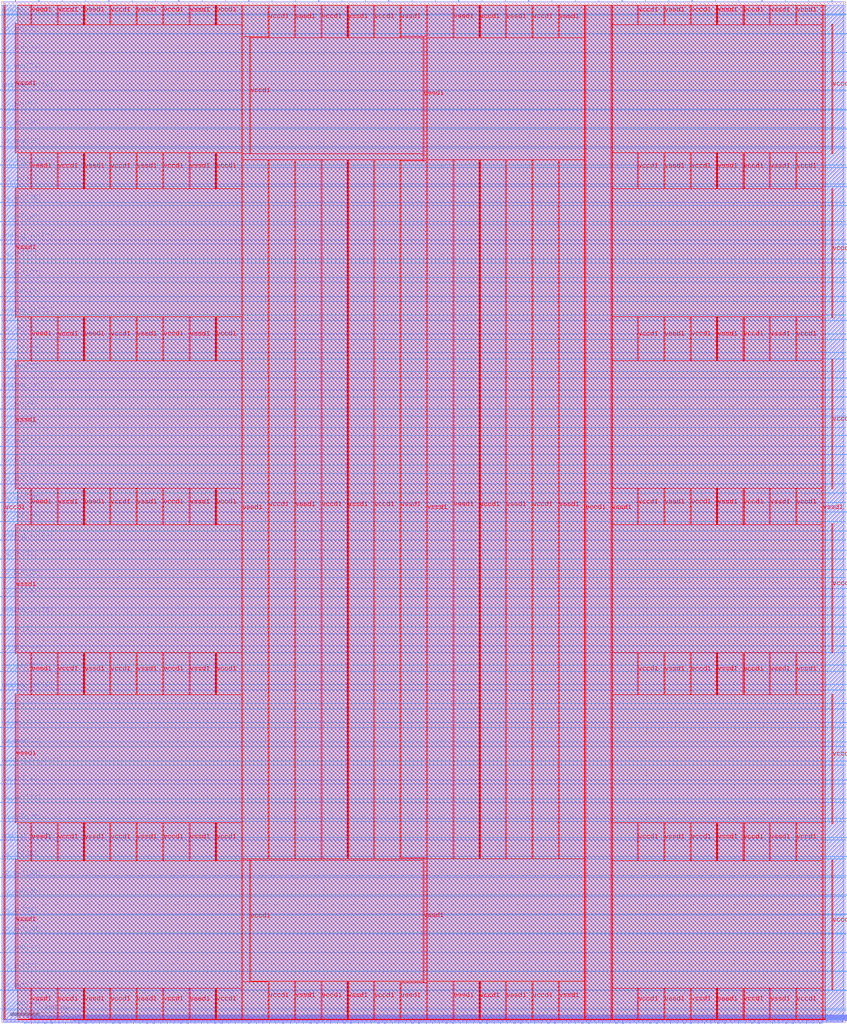
<source format=lef>
VERSION 5.7 ;
  NOWIREEXTENSIONATPIN ON ;
  DIVIDERCHAR "/" ;
  BUSBITCHARS "[]" ;
MACRO Marmot
  CLASS BLOCK ;
  FOREIGN Marmot ;
  ORIGIN 0.000 0.000 ;
  SIZE 2880.000 BY 3480.000 ;
  PIN analog_io[0]
    DIRECTION INOUT ;
    USE SIGNAL ;
    PORT
      LAYER met3 ;
        RECT 2879.000 1412.780 2884.800 1413.980 ;
    END
  END analog_io[0]
  PIN analog_io[10]
    DIRECTION INOUT ;
    USE SIGNAL ;
    PORT
      LAYER met2 ;
        RECT 2195.530 3479.000 2196.090 3484.800 ;
    END
  END analog_io[10]
  PIN analog_io[11]
    DIRECTION INOUT ;
    USE SIGNAL ;
    PORT
      LAYER met2 ;
        RECT 1877.210 3479.000 1877.770 3484.800 ;
    END
  END analog_io[11]
  PIN analog_io[12]
    DIRECTION INOUT ;
    USE SIGNAL ;
    PORT
      LAYER met2 ;
        RECT 1558.890 3479.000 1559.450 3484.800 ;
    END
  END analog_io[12]
  PIN analog_io[13]
    DIRECTION INOUT ;
    USE SIGNAL ;
    PORT
      LAYER met2 ;
        RECT 1240.570 3479.000 1241.130 3484.800 ;
    END
  END analog_io[13]
  PIN analog_io[14]
    DIRECTION INOUT ;
    USE SIGNAL ;
    PORT
      LAYER met2 ;
        RECT 922.250 3479.000 922.810 3484.800 ;
    END
  END analog_io[14]
  PIN analog_io[15]
    DIRECTION INOUT ;
    USE SIGNAL ;
    PORT
      LAYER met2 ;
        RECT 603.930 3479.000 604.490 3484.800 ;
    END
  END analog_io[15]
  PIN analog_io[16]
    DIRECTION INOUT ;
    USE SIGNAL ;
    PORT
      LAYER met2 ;
        RECT 285.610 3479.000 286.170 3484.800 ;
    END
  END analog_io[16]
  PIN analog_io[17]
    DIRECTION INOUT ;
    USE SIGNAL ;
    PORT
      LAYER met3 ;
        RECT -4.800 3433.060 1.000 3434.260 ;
    END
  END analog_io[17]
  PIN analog_io[18]
    DIRECTION INOUT ;
    USE SIGNAL ;
    PORT
      LAYER met3 ;
        RECT -4.800 3177.380 1.000 3178.580 ;
    END
  END analog_io[18]
  PIN analog_io[19]
    DIRECTION INOUT ;
    USE SIGNAL ;
    PORT
      LAYER met3 ;
        RECT -4.800 2921.700 1.000 2922.900 ;
    END
  END analog_io[19]
  PIN analog_io[1]
    DIRECTION INOUT ;
    USE SIGNAL ;
    PORT
      LAYER met3 ;
        RECT 2879.000 1673.900 2884.800 1675.100 ;
    END
  END analog_io[1]
  PIN analog_io[20]
    DIRECTION INOUT ;
    USE SIGNAL ;
    PORT
      LAYER met3 ;
        RECT -4.800 2666.020 1.000 2667.220 ;
    END
  END analog_io[20]
  PIN analog_io[21]
    DIRECTION INOUT ;
    USE SIGNAL ;
    PORT
      LAYER met3 ;
        RECT -4.800 2410.340 1.000 2411.540 ;
    END
  END analog_io[21]
  PIN analog_io[22]
    DIRECTION INOUT ;
    USE SIGNAL ;
    PORT
      LAYER met3 ;
        RECT -4.800 2154.660 1.000 2155.860 ;
    END
  END analog_io[22]
  PIN analog_io[23]
    DIRECTION INOUT ;
    USE SIGNAL ;
    PORT
      LAYER met3 ;
        RECT -4.800 1898.980 1.000 1900.180 ;
    END
  END analog_io[23]
  PIN analog_io[24]
    DIRECTION INOUT ;
    USE SIGNAL ;
    PORT
      LAYER met3 ;
        RECT -4.800 1643.300 1.000 1644.500 ;
    END
  END analog_io[24]
  PIN analog_io[25]
    DIRECTION INOUT ;
    USE SIGNAL ;
    PORT
      LAYER met3 ;
        RECT -4.800 1387.620 1.000 1388.820 ;
    END
  END analog_io[25]
  PIN analog_io[26]
    DIRECTION INOUT ;
    USE SIGNAL ;
    PORT
      LAYER met3 ;
        RECT -4.800 1131.940 1.000 1133.140 ;
    END
  END analog_io[26]
  PIN analog_io[27]
    DIRECTION INOUT ;
    USE SIGNAL ;
    PORT
      LAYER met3 ;
        RECT -4.800 876.260 1.000 877.460 ;
    END
  END analog_io[27]
  PIN analog_io[28]
    DIRECTION INOUT ;
    USE SIGNAL ;
    PORT
      LAYER met3 ;
        RECT -4.800 620.580 1.000 621.780 ;
    END
  END analog_io[28]
  PIN analog_io[2]
    DIRECTION INOUT ;
    USE SIGNAL ;
    PORT
      LAYER met3 ;
        RECT 2879.000 1935.020 2884.800 1936.220 ;
    END
  END analog_io[2]
  PIN analog_io[3]
    DIRECTION INOUT ;
    USE SIGNAL ;
    PORT
      LAYER met3 ;
        RECT 2879.000 2196.140 2884.800 2197.340 ;
    END
  END analog_io[3]
  PIN analog_io[4]
    DIRECTION INOUT ;
    USE SIGNAL ;
    PORT
      LAYER met3 ;
        RECT 2879.000 2457.260 2884.800 2458.460 ;
    END
  END analog_io[4]
  PIN analog_io[5]
    DIRECTION INOUT ;
    USE SIGNAL ;
    PORT
      LAYER met3 ;
        RECT 2879.000 2718.380 2884.800 2719.580 ;
    END
  END analog_io[5]
  PIN analog_io[6]
    DIRECTION INOUT ;
    USE SIGNAL ;
    PORT
      LAYER met3 ;
        RECT 2879.000 2979.500 2884.800 2980.700 ;
    END
  END analog_io[6]
  PIN analog_io[7]
    DIRECTION INOUT ;
    USE SIGNAL ;
    PORT
      LAYER met3 ;
        RECT 2879.000 3240.620 2884.800 3241.820 ;
    END
  END analog_io[7]
  PIN analog_io[8]
    DIRECTION INOUT ;
    USE SIGNAL ;
    PORT
      LAYER met2 ;
        RECT 2832.170 3479.000 2832.730 3484.800 ;
    END
  END analog_io[8]
  PIN analog_io[9]
    DIRECTION INOUT ;
    USE SIGNAL ;
    PORT
      LAYER met2 ;
        RECT 2513.850 3479.000 2514.410 3484.800 ;
    END
  END analog_io[9]
  PIN io_in[0]
    DIRECTION INPUT ;
    USE SIGNAL ;
    PORT
      LAYER met3 ;
        RECT 2879.000 41.900 2884.800 43.100 ;
    END
  END io_in[0]
  PIN io_in[10]
    DIRECTION INPUT ;
    USE SIGNAL ;
    PORT
      LAYER met3 ;
        RECT 2879.000 2261.420 2884.800 2262.620 ;
    END
  END io_in[10]
  PIN io_in[11]
    DIRECTION INPUT ;
    USE SIGNAL ;
    PORT
      LAYER met3 ;
        RECT 2879.000 2522.540 2884.800 2523.740 ;
    END
  END io_in[11]
  PIN io_in[12]
    DIRECTION INPUT ;
    USE SIGNAL ;
    PORT
      LAYER met3 ;
        RECT 2879.000 2783.660 2884.800 2784.860 ;
    END
  END io_in[12]
  PIN io_in[13]
    DIRECTION INPUT ;
    USE SIGNAL ;
    PORT
      LAYER met3 ;
        RECT 2879.000 3044.780 2884.800 3045.980 ;
    END
  END io_in[13]
  PIN io_in[14]
    DIRECTION INPUT ;
    USE SIGNAL ;
    PORT
      LAYER met3 ;
        RECT 2879.000 3305.900 2884.800 3307.100 ;
    END
  END io_in[14]
  PIN io_in[15]
    DIRECTION INPUT ;
    USE SIGNAL ;
    PORT
      LAYER met2 ;
        RECT 2752.590 3479.000 2753.150 3484.800 ;
    END
  END io_in[15]
  PIN io_in[16]
    DIRECTION INPUT ;
    USE SIGNAL ;
    PORT
      LAYER met2 ;
        RECT 2434.270 3479.000 2434.830 3484.800 ;
    END
  END io_in[16]
  PIN io_in[17]
    DIRECTION INPUT ;
    USE SIGNAL ;
    PORT
      LAYER met2 ;
        RECT 2115.950 3479.000 2116.510 3484.800 ;
    END
  END io_in[17]
  PIN io_in[18]
    DIRECTION INPUT ;
    USE SIGNAL ;
    PORT
      LAYER met2 ;
        RECT 1797.630 3479.000 1798.190 3484.800 ;
    END
  END io_in[18]
  PIN io_in[19]
    DIRECTION INPUT ;
    USE SIGNAL ;
    PORT
      LAYER met2 ;
        RECT 1479.310 3479.000 1479.870 3484.800 ;
    END
  END io_in[19]
  PIN io_in[1]
    DIRECTION INPUT ;
    USE SIGNAL ;
    PORT
      LAYER met3 ;
        RECT 2879.000 237.740 2884.800 238.940 ;
    END
  END io_in[1]
  PIN io_in[20]
    DIRECTION INPUT ;
    USE SIGNAL ;
    PORT
      LAYER met2 ;
        RECT 1160.990 3479.000 1161.550 3484.800 ;
    END
  END io_in[20]
  PIN io_in[21]
    DIRECTION INPUT ;
    USE SIGNAL ;
    PORT
      LAYER met2 ;
        RECT 842.670 3479.000 843.230 3484.800 ;
    END
  END io_in[21]
  PIN io_in[22]
    DIRECTION INPUT ;
    USE SIGNAL ;
    PORT
      LAYER met2 ;
        RECT 524.350 3479.000 524.910 3484.800 ;
    END
  END io_in[22]
  PIN io_in[23]
    DIRECTION INPUT ;
    USE SIGNAL ;
    PORT
      LAYER met2 ;
        RECT 206.030 3479.000 206.590 3484.800 ;
    END
  END io_in[23]
  PIN io_in[24]
    DIRECTION INPUT ;
    USE SIGNAL ;
    PORT
      LAYER met3 ;
        RECT -4.800 3369.140 1.000 3370.340 ;
    END
  END io_in[24]
  PIN io_in[25]
    DIRECTION INPUT ;
    USE SIGNAL ;
    PORT
      LAYER met3 ;
        RECT -4.800 3113.460 1.000 3114.660 ;
    END
  END io_in[25]
  PIN io_in[26]
    DIRECTION INPUT ;
    USE SIGNAL ;
    PORT
      LAYER met3 ;
        RECT -4.800 2857.780 1.000 2858.980 ;
    END
  END io_in[26]
  PIN io_in[27]
    DIRECTION INPUT ;
    USE SIGNAL ;
    PORT
      LAYER met3 ;
        RECT -4.800 2602.100 1.000 2603.300 ;
    END
  END io_in[27]
  PIN io_in[28]
    DIRECTION INPUT ;
    USE SIGNAL ;
    PORT
      LAYER met3 ;
        RECT -4.800 2346.420 1.000 2347.620 ;
    END
  END io_in[28]
  PIN io_in[29]
    DIRECTION INPUT ;
    USE SIGNAL ;
    PORT
      LAYER met3 ;
        RECT -4.800 2090.740 1.000 2091.940 ;
    END
  END io_in[29]
  PIN io_in[2]
    DIRECTION INPUT ;
    USE SIGNAL ;
    PORT
      LAYER met3 ;
        RECT 2879.000 433.580 2884.800 434.780 ;
    END
  END io_in[2]
  PIN io_in[30]
    DIRECTION INPUT ;
    USE SIGNAL ;
    PORT
      LAYER met3 ;
        RECT -4.800 1835.060 1.000 1836.260 ;
    END
  END io_in[30]
  PIN io_in[31]
    DIRECTION INPUT ;
    USE SIGNAL ;
    PORT
      LAYER met3 ;
        RECT -4.800 1579.380 1.000 1580.580 ;
    END
  END io_in[31]
  PIN io_in[32]
    DIRECTION INPUT ;
    USE SIGNAL ;
    PORT
      LAYER met3 ;
        RECT -4.800 1323.700 1.000 1324.900 ;
    END
  END io_in[32]
  PIN io_in[33]
    DIRECTION INPUT ;
    USE SIGNAL ;
    PORT
      LAYER met3 ;
        RECT -4.800 1068.020 1.000 1069.220 ;
    END
  END io_in[33]
  PIN io_in[34]
    DIRECTION INPUT ;
    USE SIGNAL ;
    PORT
      LAYER met3 ;
        RECT -4.800 812.340 1.000 813.540 ;
    END
  END io_in[34]
  PIN io_in[35]
    DIRECTION INPUT ;
    USE SIGNAL ;
    PORT
      LAYER met3 ;
        RECT -4.800 556.660 1.000 557.860 ;
    END
  END io_in[35]
  PIN io_in[36]
    DIRECTION INPUT ;
    USE SIGNAL ;
    PORT
      LAYER met3 ;
        RECT -4.800 364.900 1.000 366.100 ;
    END
  END io_in[36]
  PIN io_in[37]
    DIRECTION INPUT ;
    USE SIGNAL ;
    PORT
      LAYER met3 ;
        RECT -4.800 173.140 1.000 174.340 ;
    END
  END io_in[37]
  PIN io_in[3]
    DIRECTION INPUT ;
    USE SIGNAL ;
    PORT
      LAYER met3 ;
        RECT 2879.000 629.420 2884.800 630.620 ;
    END
  END io_in[3]
  PIN io_in[4]
    DIRECTION INPUT ;
    USE SIGNAL ;
    PORT
      LAYER met3 ;
        RECT 2879.000 825.260 2884.800 826.460 ;
    END
  END io_in[4]
  PIN io_in[5]
    DIRECTION INPUT ;
    USE SIGNAL ;
    PORT
      LAYER met3 ;
        RECT 2879.000 1021.100 2884.800 1022.300 ;
    END
  END io_in[5]
  PIN io_in[6]
    DIRECTION INPUT ;
    USE SIGNAL ;
    PORT
      LAYER met3 ;
        RECT 2879.000 1216.940 2884.800 1218.140 ;
    END
  END io_in[6]
  PIN io_in[7]
    DIRECTION INPUT ;
    USE SIGNAL ;
    PORT
      LAYER met3 ;
        RECT 2879.000 1478.060 2884.800 1479.260 ;
    END
  END io_in[7]
  PIN io_in[8]
    DIRECTION INPUT ;
    USE SIGNAL ;
    PORT
      LAYER met3 ;
        RECT 2879.000 1739.180 2884.800 1740.380 ;
    END
  END io_in[8]
  PIN io_in[9]
    DIRECTION INPUT ;
    USE SIGNAL ;
    PORT
      LAYER met3 ;
        RECT 2879.000 2000.300 2884.800 2001.500 ;
    END
  END io_in[9]
  PIN io_oeb[0]
    DIRECTION OUTPUT TRISTATE ;
    USE SIGNAL ;
    PORT
      LAYER met3 ;
        RECT 2879.000 172.460 2884.800 173.660 ;
    END
  END io_oeb[0]
  PIN io_oeb[10]
    DIRECTION OUTPUT TRISTATE ;
    USE SIGNAL ;
    PORT
      LAYER met3 ;
        RECT 2879.000 2391.980 2884.800 2393.180 ;
    END
  END io_oeb[10]
  PIN io_oeb[11]
    DIRECTION OUTPUT TRISTATE ;
    USE SIGNAL ;
    PORT
      LAYER met3 ;
        RECT 2879.000 2653.100 2884.800 2654.300 ;
    END
  END io_oeb[11]
  PIN io_oeb[12]
    DIRECTION OUTPUT TRISTATE ;
    USE SIGNAL ;
    PORT
      LAYER met3 ;
        RECT 2879.000 2914.220 2884.800 2915.420 ;
    END
  END io_oeb[12]
  PIN io_oeb[13]
    DIRECTION OUTPUT TRISTATE ;
    USE SIGNAL ;
    PORT
      LAYER met3 ;
        RECT 2879.000 3175.340 2884.800 3176.540 ;
    END
  END io_oeb[13]
  PIN io_oeb[14]
    DIRECTION OUTPUT TRISTATE ;
    USE SIGNAL ;
    PORT
      LAYER met3 ;
        RECT 2879.000 3436.460 2884.800 3437.660 ;
    END
  END io_oeb[14]
  PIN io_oeb[15]
    DIRECTION OUTPUT TRISTATE ;
    USE SIGNAL ;
    PORT
      LAYER met2 ;
        RECT 2593.430 3479.000 2593.990 3484.800 ;
    END
  END io_oeb[15]
  PIN io_oeb[16]
    DIRECTION OUTPUT TRISTATE ;
    USE SIGNAL ;
    PORT
      LAYER met2 ;
        RECT 2275.110 3479.000 2275.670 3484.800 ;
    END
  END io_oeb[16]
  PIN io_oeb[17]
    DIRECTION OUTPUT TRISTATE ;
    USE SIGNAL ;
    PORT
      LAYER met2 ;
        RECT 1956.790 3479.000 1957.350 3484.800 ;
    END
  END io_oeb[17]
  PIN io_oeb[18]
    DIRECTION OUTPUT TRISTATE ;
    USE SIGNAL ;
    PORT
      LAYER met2 ;
        RECT 1638.470 3479.000 1639.030 3484.800 ;
    END
  END io_oeb[18]
  PIN io_oeb[19]
    DIRECTION OUTPUT TRISTATE ;
    USE SIGNAL ;
    PORT
      LAYER met2 ;
        RECT 1320.150 3479.000 1320.710 3484.800 ;
    END
  END io_oeb[19]
  PIN io_oeb[1]
    DIRECTION OUTPUT TRISTATE ;
    USE SIGNAL ;
    PORT
      LAYER met3 ;
        RECT 2879.000 368.300 2884.800 369.500 ;
    END
  END io_oeb[1]
  PIN io_oeb[20]
    DIRECTION OUTPUT TRISTATE ;
    USE SIGNAL ;
    PORT
      LAYER met2 ;
        RECT 1001.830 3479.000 1002.390 3484.800 ;
    END
  END io_oeb[20]
  PIN io_oeb[21]
    DIRECTION OUTPUT TRISTATE ;
    USE SIGNAL ;
    PORT
      LAYER met2 ;
        RECT 683.510 3479.000 684.070 3484.800 ;
    END
  END io_oeb[21]
  PIN io_oeb[22]
    DIRECTION OUTPUT TRISTATE ;
    USE SIGNAL ;
    PORT
      LAYER met2 ;
        RECT 365.190 3479.000 365.750 3484.800 ;
    END
  END io_oeb[22]
  PIN io_oeb[23]
    DIRECTION OUTPUT TRISTATE ;
    USE SIGNAL ;
    PORT
      LAYER met2 ;
        RECT 46.870 3479.000 47.430 3484.800 ;
    END
  END io_oeb[23]
  PIN io_oeb[24]
    DIRECTION OUTPUT TRISTATE ;
    USE SIGNAL ;
    PORT
      LAYER met3 ;
        RECT -4.800 3241.300 1.000 3242.500 ;
    END
  END io_oeb[24]
  PIN io_oeb[25]
    DIRECTION OUTPUT TRISTATE ;
    USE SIGNAL ;
    PORT
      LAYER met3 ;
        RECT -4.800 2985.620 1.000 2986.820 ;
    END
  END io_oeb[25]
  PIN io_oeb[26]
    DIRECTION OUTPUT TRISTATE ;
    USE SIGNAL ;
    PORT
      LAYER met3 ;
        RECT -4.800 2729.940 1.000 2731.140 ;
    END
  END io_oeb[26]
  PIN io_oeb[27]
    DIRECTION OUTPUT TRISTATE ;
    USE SIGNAL ;
    PORT
      LAYER met3 ;
        RECT -4.800 2474.260 1.000 2475.460 ;
    END
  END io_oeb[27]
  PIN io_oeb[28]
    DIRECTION OUTPUT TRISTATE ;
    USE SIGNAL ;
    PORT
      LAYER met3 ;
        RECT -4.800 2218.580 1.000 2219.780 ;
    END
  END io_oeb[28]
  PIN io_oeb[29]
    DIRECTION OUTPUT TRISTATE ;
    USE SIGNAL ;
    PORT
      LAYER met3 ;
        RECT -4.800 1962.900 1.000 1964.100 ;
    END
  END io_oeb[29]
  PIN io_oeb[2]
    DIRECTION OUTPUT TRISTATE ;
    USE SIGNAL ;
    PORT
      LAYER met3 ;
        RECT 2879.000 564.140 2884.800 565.340 ;
    END
  END io_oeb[2]
  PIN io_oeb[30]
    DIRECTION OUTPUT TRISTATE ;
    USE SIGNAL ;
    PORT
      LAYER met3 ;
        RECT -4.800 1707.220 1.000 1708.420 ;
    END
  END io_oeb[30]
  PIN io_oeb[31]
    DIRECTION OUTPUT TRISTATE ;
    USE SIGNAL ;
    PORT
      LAYER met3 ;
        RECT -4.800 1451.540 1.000 1452.740 ;
    END
  END io_oeb[31]
  PIN io_oeb[32]
    DIRECTION OUTPUT TRISTATE ;
    USE SIGNAL ;
    PORT
      LAYER met3 ;
        RECT -4.800 1195.860 1.000 1197.060 ;
    END
  END io_oeb[32]
  PIN io_oeb[33]
    DIRECTION OUTPUT TRISTATE ;
    USE SIGNAL ;
    PORT
      LAYER met3 ;
        RECT -4.800 940.180 1.000 941.380 ;
    END
  END io_oeb[33]
  PIN io_oeb[34]
    DIRECTION OUTPUT TRISTATE ;
    USE SIGNAL ;
    PORT
      LAYER met3 ;
        RECT -4.800 684.500 1.000 685.700 ;
    END
  END io_oeb[34]
  PIN io_oeb[35]
    DIRECTION OUTPUT TRISTATE ;
    USE SIGNAL ;
    PORT
      LAYER met3 ;
        RECT -4.800 428.820 1.000 430.020 ;
    END
  END io_oeb[35]
  PIN io_oeb[36]
    DIRECTION OUTPUT TRISTATE ;
    USE SIGNAL ;
    PORT
      LAYER met3 ;
        RECT -4.800 237.060 1.000 238.260 ;
    END
  END io_oeb[36]
  PIN io_oeb[37]
    DIRECTION OUTPUT TRISTATE ;
    USE SIGNAL ;
    PORT
      LAYER met3 ;
        RECT -4.800 45.300 1.000 46.500 ;
    END
  END io_oeb[37]
  PIN io_oeb[3]
    DIRECTION OUTPUT TRISTATE ;
    USE SIGNAL ;
    PORT
      LAYER met3 ;
        RECT 2879.000 759.980 2884.800 761.180 ;
    END
  END io_oeb[3]
  PIN io_oeb[4]
    DIRECTION OUTPUT TRISTATE ;
    USE SIGNAL ;
    PORT
      LAYER met3 ;
        RECT 2879.000 955.820 2884.800 957.020 ;
    END
  END io_oeb[4]
  PIN io_oeb[5]
    DIRECTION OUTPUT TRISTATE ;
    USE SIGNAL ;
    PORT
      LAYER met3 ;
        RECT 2879.000 1151.660 2884.800 1152.860 ;
    END
  END io_oeb[5]
  PIN io_oeb[6]
    DIRECTION OUTPUT TRISTATE ;
    USE SIGNAL ;
    PORT
      LAYER met3 ;
        RECT 2879.000 1347.500 2884.800 1348.700 ;
    END
  END io_oeb[6]
  PIN io_oeb[7]
    DIRECTION OUTPUT TRISTATE ;
    USE SIGNAL ;
    PORT
      LAYER met3 ;
        RECT 2879.000 1608.620 2884.800 1609.820 ;
    END
  END io_oeb[7]
  PIN io_oeb[8]
    DIRECTION OUTPUT TRISTATE ;
    USE SIGNAL ;
    PORT
      LAYER met3 ;
        RECT 2879.000 1869.740 2884.800 1870.940 ;
    END
  END io_oeb[8]
  PIN io_oeb[9]
    DIRECTION OUTPUT TRISTATE ;
    USE SIGNAL ;
    PORT
      LAYER met3 ;
        RECT 2879.000 2130.860 2884.800 2132.060 ;
    END
  END io_oeb[9]
  PIN io_out[0]
    DIRECTION OUTPUT TRISTATE ;
    USE SIGNAL ;
    PORT
      LAYER met3 ;
        RECT 2879.000 107.180 2884.800 108.380 ;
    END
  END io_out[0]
  PIN io_out[10]
    DIRECTION OUTPUT TRISTATE ;
    USE SIGNAL ;
    PORT
      LAYER met3 ;
        RECT 2879.000 2326.700 2884.800 2327.900 ;
    END
  END io_out[10]
  PIN io_out[11]
    DIRECTION OUTPUT TRISTATE ;
    USE SIGNAL ;
    PORT
      LAYER met3 ;
        RECT 2879.000 2587.820 2884.800 2589.020 ;
    END
  END io_out[11]
  PIN io_out[12]
    DIRECTION OUTPUT TRISTATE ;
    USE SIGNAL ;
    PORT
      LAYER met3 ;
        RECT 2879.000 2848.940 2884.800 2850.140 ;
    END
  END io_out[12]
  PIN io_out[13]
    DIRECTION OUTPUT TRISTATE ;
    USE SIGNAL ;
    PORT
      LAYER met3 ;
        RECT 2879.000 3110.060 2884.800 3111.260 ;
    END
  END io_out[13]
  PIN io_out[14]
    DIRECTION OUTPUT TRISTATE ;
    USE SIGNAL ;
    PORT
      LAYER met3 ;
        RECT 2879.000 3371.180 2884.800 3372.380 ;
    END
  END io_out[14]
  PIN io_out[15]
    DIRECTION OUTPUT TRISTATE ;
    USE SIGNAL ;
    PORT
      LAYER met2 ;
        RECT 2673.010 3479.000 2673.570 3484.800 ;
    END
  END io_out[15]
  PIN io_out[16]
    DIRECTION OUTPUT TRISTATE ;
    USE SIGNAL ;
    PORT
      LAYER met2 ;
        RECT 2354.690 3479.000 2355.250 3484.800 ;
    END
  END io_out[16]
  PIN io_out[17]
    DIRECTION OUTPUT TRISTATE ;
    USE SIGNAL ;
    PORT
      LAYER met2 ;
        RECT 2036.370 3479.000 2036.930 3484.800 ;
    END
  END io_out[17]
  PIN io_out[18]
    DIRECTION OUTPUT TRISTATE ;
    USE SIGNAL ;
    PORT
      LAYER met2 ;
        RECT 1718.050 3479.000 1718.610 3484.800 ;
    END
  END io_out[18]
  PIN io_out[19]
    DIRECTION OUTPUT TRISTATE ;
    USE SIGNAL ;
    PORT
      LAYER met2 ;
        RECT 1399.730 3479.000 1400.290 3484.800 ;
    END
  END io_out[19]
  PIN io_out[1]
    DIRECTION OUTPUT TRISTATE ;
    USE SIGNAL ;
    PORT
      LAYER met3 ;
        RECT 2879.000 303.020 2884.800 304.220 ;
    END
  END io_out[1]
  PIN io_out[20]
    DIRECTION OUTPUT TRISTATE ;
    USE SIGNAL ;
    PORT
      LAYER met2 ;
        RECT 1081.410 3479.000 1081.970 3484.800 ;
    END
  END io_out[20]
  PIN io_out[21]
    DIRECTION OUTPUT TRISTATE ;
    USE SIGNAL ;
    PORT
      LAYER met2 ;
        RECT 763.090 3479.000 763.650 3484.800 ;
    END
  END io_out[21]
  PIN io_out[22]
    DIRECTION OUTPUT TRISTATE ;
    USE SIGNAL ;
    PORT
      LAYER met2 ;
        RECT 444.770 3479.000 445.330 3484.800 ;
    END
  END io_out[22]
  PIN io_out[23]
    DIRECTION OUTPUT TRISTATE ;
    USE SIGNAL ;
    PORT
      LAYER met2 ;
        RECT 126.450 3479.000 127.010 3484.800 ;
    END
  END io_out[23]
  PIN io_out[24]
    DIRECTION OUTPUT TRISTATE ;
    USE SIGNAL ;
    PORT
      LAYER met3 ;
        RECT -4.800 3305.220 1.000 3306.420 ;
    END
  END io_out[24]
  PIN io_out[25]
    DIRECTION OUTPUT TRISTATE ;
    USE SIGNAL ;
    PORT
      LAYER met3 ;
        RECT -4.800 3049.540 1.000 3050.740 ;
    END
  END io_out[25]
  PIN io_out[26]
    DIRECTION OUTPUT TRISTATE ;
    USE SIGNAL ;
    PORT
      LAYER met3 ;
        RECT -4.800 2793.860 1.000 2795.060 ;
    END
  END io_out[26]
  PIN io_out[27]
    DIRECTION OUTPUT TRISTATE ;
    USE SIGNAL ;
    PORT
      LAYER met3 ;
        RECT -4.800 2538.180 1.000 2539.380 ;
    END
  END io_out[27]
  PIN io_out[28]
    DIRECTION OUTPUT TRISTATE ;
    USE SIGNAL ;
    PORT
      LAYER met3 ;
        RECT -4.800 2282.500 1.000 2283.700 ;
    END
  END io_out[28]
  PIN io_out[29]
    DIRECTION OUTPUT TRISTATE ;
    USE SIGNAL ;
    PORT
      LAYER met3 ;
        RECT -4.800 2026.820 1.000 2028.020 ;
    END
  END io_out[29]
  PIN io_out[2]
    DIRECTION OUTPUT TRISTATE ;
    USE SIGNAL ;
    PORT
      LAYER met3 ;
        RECT 2879.000 498.860 2884.800 500.060 ;
    END
  END io_out[2]
  PIN io_out[30]
    DIRECTION OUTPUT TRISTATE ;
    USE SIGNAL ;
    PORT
      LAYER met3 ;
        RECT -4.800 1771.140 1.000 1772.340 ;
    END
  END io_out[30]
  PIN io_out[31]
    DIRECTION OUTPUT TRISTATE ;
    USE SIGNAL ;
    PORT
      LAYER met3 ;
        RECT -4.800 1515.460 1.000 1516.660 ;
    END
  END io_out[31]
  PIN io_out[32]
    DIRECTION OUTPUT TRISTATE ;
    USE SIGNAL ;
    PORT
      LAYER met3 ;
        RECT -4.800 1259.780 1.000 1260.980 ;
    END
  END io_out[32]
  PIN io_out[33]
    DIRECTION OUTPUT TRISTATE ;
    USE SIGNAL ;
    PORT
      LAYER met3 ;
        RECT -4.800 1004.100 1.000 1005.300 ;
    END
  END io_out[33]
  PIN io_out[34]
    DIRECTION OUTPUT TRISTATE ;
    USE SIGNAL ;
    PORT
      LAYER met3 ;
        RECT -4.800 748.420 1.000 749.620 ;
    END
  END io_out[34]
  PIN io_out[35]
    DIRECTION OUTPUT TRISTATE ;
    USE SIGNAL ;
    PORT
      LAYER met3 ;
        RECT -4.800 492.740 1.000 493.940 ;
    END
  END io_out[35]
  PIN io_out[36]
    DIRECTION OUTPUT TRISTATE ;
    USE SIGNAL ;
    PORT
      LAYER met3 ;
        RECT -4.800 300.980 1.000 302.180 ;
    END
  END io_out[36]
  PIN io_out[37]
    DIRECTION OUTPUT TRISTATE ;
    USE SIGNAL ;
    PORT
      LAYER met3 ;
        RECT -4.800 109.220 1.000 110.420 ;
    END
  END io_out[37]
  PIN io_out[3]
    DIRECTION OUTPUT TRISTATE ;
    USE SIGNAL ;
    PORT
      LAYER met3 ;
        RECT 2879.000 694.700 2884.800 695.900 ;
    END
  END io_out[3]
  PIN io_out[4]
    DIRECTION OUTPUT TRISTATE ;
    USE SIGNAL ;
    PORT
      LAYER met3 ;
        RECT 2879.000 890.540 2884.800 891.740 ;
    END
  END io_out[4]
  PIN io_out[5]
    DIRECTION OUTPUT TRISTATE ;
    USE SIGNAL ;
    PORT
      LAYER met3 ;
        RECT 2879.000 1086.380 2884.800 1087.580 ;
    END
  END io_out[5]
  PIN io_out[6]
    DIRECTION OUTPUT TRISTATE ;
    USE SIGNAL ;
    PORT
      LAYER met3 ;
        RECT 2879.000 1282.220 2884.800 1283.420 ;
    END
  END io_out[6]
  PIN io_out[7]
    DIRECTION OUTPUT TRISTATE ;
    USE SIGNAL ;
    PORT
      LAYER met3 ;
        RECT 2879.000 1543.340 2884.800 1544.540 ;
    END
  END io_out[7]
  PIN io_out[8]
    DIRECTION OUTPUT TRISTATE ;
    USE SIGNAL ;
    PORT
      LAYER met3 ;
        RECT 2879.000 1804.460 2884.800 1805.660 ;
    END
  END io_out[8]
  PIN io_out[9]
    DIRECTION OUTPUT TRISTATE ;
    USE SIGNAL ;
    PORT
      LAYER met3 ;
        RECT 2879.000 2065.580 2884.800 2066.780 ;
    END
  END io_out[9]
  PIN la_data_in[0]
    DIRECTION INPUT ;
    USE SIGNAL ;
    PORT
      LAYER met2 ;
        RECT 664.190 -4.800 664.750 1.000 ;
    END
  END la_data_in[0]
  PIN la_data_in[100]
    DIRECTION INPUT ;
    USE SIGNAL ;
    PORT
      LAYER met2 ;
        RECT 2320.190 -4.800 2320.750 1.000 ;
    END
  END la_data_in[100]
  PIN la_data_in[101]
    DIRECTION INPUT ;
    USE SIGNAL ;
    PORT
      LAYER met2 ;
        RECT 2336.750 -4.800 2337.310 1.000 ;
    END
  END la_data_in[101]
  PIN la_data_in[102]
    DIRECTION INPUT ;
    USE SIGNAL ;
    PORT
      LAYER met2 ;
        RECT 2353.310 -4.800 2353.870 1.000 ;
    END
  END la_data_in[102]
  PIN la_data_in[103]
    DIRECTION INPUT ;
    USE SIGNAL ;
    PORT
      LAYER met2 ;
        RECT 2369.870 -4.800 2370.430 1.000 ;
    END
  END la_data_in[103]
  PIN la_data_in[104]
    DIRECTION INPUT ;
    USE SIGNAL ;
    PORT
      LAYER met2 ;
        RECT 2386.430 -4.800 2386.990 1.000 ;
    END
  END la_data_in[104]
  PIN la_data_in[105]
    DIRECTION INPUT ;
    USE SIGNAL ;
    PORT
      LAYER met2 ;
        RECT 2402.990 -4.800 2403.550 1.000 ;
    END
  END la_data_in[105]
  PIN la_data_in[106]
    DIRECTION INPUT ;
    USE SIGNAL ;
    PORT
      LAYER met2 ;
        RECT 2419.550 -4.800 2420.110 1.000 ;
    END
  END la_data_in[106]
  PIN la_data_in[107]
    DIRECTION INPUT ;
    USE SIGNAL ;
    PORT
      LAYER met2 ;
        RECT 2436.110 -4.800 2436.670 1.000 ;
    END
  END la_data_in[107]
  PIN la_data_in[108]
    DIRECTION INPUT ;
    USE SIGNAL ;
    PORT
      LAYER met2 ;
        RECT 2452.670 -4.800 2453.230 1.000 ;
    END
  END la_data_in[108]
  PIN la_data_in[109]
    DIRECTION INPUT ;
    USE SIGNAL ;
    PORT
      LAYER met2 ;
        RECT 2469.230 -4.800 2469.790 1.000 ;
    END
  END la_data_in[109]
  PIN la_data_in[10]
    DIRECTION INPUT ;
    USE SIGNAL ;
    PORT
      LAYER met2 ;
        RECT 829.790 -4.800 830.350 1.000 ;
    END
  END la_data_in[10]
  PIN la_data_in[110]
    DIRECTION INPUT ;
    USE SIGNAL ;
    PORT
      LAYER met2 ;
        RECT 2485.790 -4.800 2486.350 1.000 ;
    END
  END la_data_in[110]
  PIN la_data_in[111]
    DIRECTION INPUT ;
    USE SIGNAL ;
    PORT
      LAYER met2 ;
        RECT 2502.350 -4.800 2502.910 1.000 ;
    END
  END la_data_in[111]
  PIN la_data_in[112]
    DIRECTION INPUT ;
    USE SIGNAL ;
    PORT
      LAYER met2 ;
        RECT 2518.910 -4.800 2519.470 1.000 ;
    END
  END la_data_in[112]
  PIN la_data_in[113]
    DIRECTION INPUT ;
    USE SIGNAL ;
    PORT
      LAYER met2 ;
        RECT 2535.470 -4.800 2536.030 1.000 ;
    END
  END la_data_in[113]
  PIN la_data_in[114]
    DIRECTION INPUT ;
    USE SIGNAL ;
    PORT
      LAYER met2 ;
        RECT 2552.030 -4.800 2552.590 1.000 ;
    END
  END la_data_in[114]
  PIN la_data_in[115]
    DIRECTION INPUT ;
    USE SIGNAL ;
    PORT
      LAYER met2 ;
        RECT 2568.590 -4.800 2569.150 1.000 ;
    END
  END la_data_in[115]
  PIN la_data_in[116]
    DIRECTION INPUT ;
    USE SIGNAL ;
    PORT
      LAYER met2 ;
        RECT 2585.150 -4.800 2585.710 1.000 ;
    END
  END la_data_in[116]
  PIN la_data_in[117]
    DIRECTION INPUT ;
    USE SIGNAL ;
    PORT
      LAYER met2 ;
        RECT 2601.710 -4.800 2602.270 1.000 ;
    END
  END la_data_in[117]
  PIN la_data_in[118]
    DIRECTION INPUT ;
    USE SIGNAL ;
    PORT
      LAYER met2 ;
        RECT 2618.270 -4.800 2618.830 1.000 ;
    END
  END la_data_in[118]
  PIN la_data_in[119]
    DIRECTION INPUT ;
    USE SIGNAL ;
    PORT
      LAYER met2 ;
        RECT 2634.830 -4.800 2635.390 1.000 ;
    END
  END la_data_in[119]
  PIN la_data_in[11]
    DIRECTION INPUT ;
    USE SIGNAL ;
    PORT
      LAYER met2 ;
        RECT 846.350 -4.800 846.910 1.000 ;
    END
  END la_data_in[11]
  PIN la_data_in[120]
    DIRECTION INPUT ;
    USE SIGNAL ;
    PORT
      LAYER met2 ;
        RECT 2651.390 -4.800 2651.950 1.000 ;
    END
  END la_data_in[120]
  PIN la_data_in[121]
    DIRECTION INPUT ;
    USE SIGNAL ;
    PORT
      LAYER met2 ;
        RECT 2667.950 -4.800 2668.510 1.000 ;
    END
  END la_data_in[121]
  PIN la_data_in[122]
    DIRECTION INPUT ;
    USE SIGNAL ;
    PORT
      LAYER met2 ;
        RECT 2684.510 -4.800 2685.070 1.000 ;
    END
  END la_data_in[122]
  PIN la_data_in[123]
    DIRECTION INPUT ;
    USE SIGNAL ;
    PORT
      LAYER met2 ;
        RECT 2701.070 -4.800 2701.630 1.000 ;
    END
  END la_data_in[123]
  PIN la_data_in[124]
    DIRECTION INPUT ;
    USE SIGNAL ;
    PORT
      LAYER met2 ;
        RECT 2717.630 -4.800 2718.190 1.000 ;
    END
  END la_data_in[124]
  PIN la_data_in[125]
    DIRECTION INPUT ;
    USE SIGNAL ;
    PORT
      LAYER met2 ;
        RECT 2734.190 -4.800 2734.750 1.000 ;
    END
  END la_data_in[125]
  PIN la_data_in[126]
    DIRECTION INPUT ;
    USE SIGNAL ;
    PORT
      LAYER met2 ;
        RECT 2750.750 -4.800 2751.310 1.000 ;
    END
  END la_data_in[126]
  PIN la_data_in[127]
    DIRECTION INPUT ;
    USE SIGNAL ;
    PORT
      LAYER met2 ;
        RECT 2767.310 -4.800 2767.870 1.000 ;
    END
  END la_data_in[127]
  PIN la_data_in[12]
    DIRECTION INPUT ;
    USE SIGNAL ;
    PORT
      LAYER met2 ;
        RECT 862.910 -4.800 863.470 1.000 ;
    END
  END la_data_in[12]
  PIN la_data_in[13]
    DIRECTION INPUT ;
    USE SIGNAL ;
    PORT
      LAYER met2 ;
        RECT 879.470 -4.800 880.030 1.000 ;
    END
  END la_data_in[13]
  PIN la_data_in[14]
    DIRECTION INPUT ;
    USE SIGNAL ;
    PORT
      LAYER met2 ;
        RECT 896.030 -4.800 896.590 1.000 ;
    END
  END la_data_in[14]
  PIN la_data_in[15]
    DIRECTION INPUT ;
    USE SIGNAL ;
    PORT
      LAYER met2 ;
        RECT 912.590 -4.800 913.150 1.000 ;
    END
  END la_data_in[15]
  PIN la_data_in[16]
    DIRECTION INPUT ;
    USE SIGNAL ;
    PORT
      LAYER met2 ;
        RECT 929.150 -4.800 929.710 1.000 ;
    END
  END la_data_in[16]
  PIN la_data_in[17]
    DIRECTION INPUT ;
    USE SIGNAL ;
    PORT
      LAYER met2 ;
        RECT 945.710 -4.800 946.270 1.000 ;
    END
  END la_data_in[17]
  PIN la_data_in[18]
    DIRECTION INPUT ;
    USE SIGNAL ;
    PORT
      LAYER met2 ;
        RECT 962.270 -4.800 962.830 1.000 ;
    END
  END la_data_in[18]
  PIN la_data_in[19]
    DIRECTION INPUT ;
    USE SIGNAL ;
    PORT
      LAYER met2 ;
        RECT 978.830 -4.800 979.390 1.000 ;
    END
  END la_data_in[19]
  PIN la_data_in[1]
    DIRECTION INPUT ;
    USE SIGNAL ;
    PORT
      LAYER met2 ;
        RECT 680.750 -4.800 681.310 1.000 ;
    END
  END la_data_in[1]
  PIN la_data_in[20]
    DIRECTION INPUT ;
    USE SIGNAL ;
    PORT
      LAYER met2 ;
        RECT 995.390 -4.800 995.950 1.000 ;
    END
  END la_data_in[20]
  PIN la_data_in[21]
    DIRECTION INPUT ;
    USE SIGNAL ;
    PORT
      LAYER met2 ;
        RECT 1011.950 -4.800 1012.510 1.000 ;
    END
  END la_data_in[21]
  PIN la_data_in[22]
    DIRECTION INPUT ;
    USE SIGNAL ;
    PORT
      LAYER met2 ;
        RECT 1028.510 -4.800 1029.070 1.000 ;
    END
  END la_data_in[22]
  PIN la_data_in[23]
    DIRECTION INPUT ;
    USE SIGNAL ;
    PORT
      LAYER met2 ;
        RECT 1045.070 -4.800 1045.630 1.000 ;
    END
  END la_data_in[23]
  PIN la_data_in[24]
    DIRECTION INPUT ;
    USE SIGNAL ;
    PORT
      LAYER met2 ;
        RECT 1061.630 -4.800 1062.190 1.000 ;
    END
  END la_data_in[24]
  PIN la_data_in[25]
    DIRECTION INPUT ;
    USE SIGNAL ;
    PORT
      LAYER met2 ;
        RECT 1078.190 -4.800 1078.750 1.000 ;
    END
  END la_data_in[25]
  PIN la_data_in[26]
    DIRECTION INPUT ;
    USE SIGNAL ;
    PORT
      LAYER met2 ;
        RECT 1094.750 -4.800 1095.310 1.000 ;
    END
  END la_data_in[26]
  PIN la_data_in[27]
    DIRECTION INPUT ;
    USE SIGNAL ;
    PORT
      LAYER met2 ;
        RECT 1111.310 -4.800 1111.870 1.000 ;
    END
  END la_data_in[27]
  PIN la_data_in[28]
    DIRECTION INPUT ;
    USE SIGNAL ;
    PORT
      LAYER met2 ;
        RECT 1127.870 -4.800 1128.430 1.000 ;
    END
  END la_data_in[28]
  PIN la_data_in[29]
    DIRECTION INPUT ;
    USE SIGNAL ;
    PORT
      LAYER met2 ;
        RECT 1144.430 -4.800 1144.990 1.000 ;
    END
  END la_data_in[29]
  PIN la_data_in[2]
    DIRECTION INPUT ;
    USE SIGNAL ;
    PORT
      LAYER met2 ;
        RECT 697.310 -4.800 697.870 1.000 ;
    END
  END la_data_in[2]
  PIN la_data_in[30]
    DIRECTION INPUT ;
    USE SIGNAL ;
    PORT
      LAYER met2 ;
        RECT 1160.990 -4.800 1161.550 1.000 ;
    END
  END la_data_in[30]
  PIN la_data_in[31]
    DIRECTION INPUT ;
    USE SIGNAL ;
    PORT
      LAYER met2 ;
        RECT 1177.550 -4.800 1178.110 1.000 ;
    END
  END la_data_in[31]
  PIN la_data_in[32]
    DIRECTION INPUT ;
    USE SIGNAL ;
    PORT
      LAYER met2 ;
        RECT 1194.110 -4.800 1194.670 1.000 ;
    END
  END la_data_in[32]
  PIN la_data_in[33]
    DIRECTION INPUT ;
    USE SIGNAL ;
    PORT
      LAYER met2 ;
        RECT 1210.670 -4.800 1211.230 1.000 ;
    END
  END la_data_in[33]
  PIN la_data_in[34]
    DIRECTION INPUT ;
    USE SIGNAL ;
    PORT
      LAYER met2 ;
        RECT 1227.230 -4.800 1227.790 1.000 ;
    END
  END la_data_in[34]
  PIN la_data_in[35]
    DIRECTION INPUT ;
    USE SIGNAL ;
    PORT
      LAYER met2 ;
        RECT 1243.790 -4.800 1244.350 1.000 ;
    END
  END la_data_in[35]
  PIN la_data_in[36]
    DIRECTION INPUT ;
    USE SIGNAL ;
    PORT
      LAYER met2 ;
        RECT 1260.350 -4.800 1260.910 1.000 ;
    END
  END la_data_in[36]
  PIN la_data_in[37]
    DIRECTION INPUT ;
    USE SIGNAL ;
    PORT
      LAYER met2 ;
        RECT 1276.910 -4.800 1277.470 1.000 ;
    END
  END la_data_in[37]
  PIN la_data_in[38]
    DIRECTION INPUT ;
    USE SIGNAL ;
    PORT
      LAYER met2 ;
        RECT 1293.470 -4.800 1294.030 1.000 ;
    END
  END la_data_in[38]
  PIN la_data_in[39]
    DIRECTION INPUT ;
    USE SIGNAL ;
    PORT
      LAYER met2 ;
        RECT 1310.030 -4.800 1310.590 1.000 ;
    END
  END la_data_in[39]
  PIN la_data_in[3]
    DIRECTION INPUT ;
    USE SIGNAL ;
    PORT
      LAYER met2 ;
        RECT 713.870 -4.800 714.430 1.000 ;
    END
  END la_data_in[3]
  PIN la_data_in[40]
    DIRECTION INPUT ;
    USE SIGNAL ;
    PORT
      LAYER met2 ;
        RECT 1326.590 -4.800 1327.150 1.000 ;
    END
  END la_data_in[40]
  PIN la_data_in[41]
    DIRECTION INPUT ;
    USE SIGNAL ;
    PORT
      LAYER met2 ;
        RECT 1343.150 -4.800 1343.710 1.000 ;
    END
  END la_data_in[41]
  PIN la_data_in[42]
    DIRECTION INPUT ;
    USE SIGNAL ;
    PORT
      LAYER met2 ;
        RECT 1359.710 -4.800 1360.270 1.000 ;
    END
  END la_data_in[42]
  PIN la_data_in[43]
    DIRECTION INPUT ;
    USE SIGNAL ;
    PORT
      LAYER met2 ;
        RECT 1376.270 -4.800 1376.830 1.000 ;
    END
  END la_data_in[43]
  PIN la_data_in[44]
    DIRECTION INPUT ;
    USE SIGNAL ;
    PORT
      LAYER met2 ;
        RECT 1392.830 -4.800 1393.390 1.000 ;
    END
  END la_data_in[44]
  PIN la_data_in[45]
    DIRECTION INPUT ;
    USE SIGNAL ;
    PORT
      LAYER met2 ;
        RECT 1409.390 -4.800 1409.950 1.000 ;
    END
  END la_data_in[45]
  PIN la_data_in[46]
    DIRECTION INPUT ;
    USE SIGNAL ;
    PORT
      LAYER met2 ;
        RECT 1425.950 -4.800 1426.510 1.000 ;
    END
  END la_data_in[46]
  PIN la_data_in[47]
    DIRECTION INPUT ;
    USE SIGNAL ;
    PORT
      LAYER met2 ;
        RECT 1442.510 -4.800 1443.070 1.000 ;
    END
  END la_data_in[47]
  PIN la_data_in[48]
    DIRECTION INPUT ;
    USE SIGNAL ;
    PORT
      LAYER met2 ;
        RECT 1459.070 -4.800 1459.630 1.000 ;
    END
  END la_data_in[48]
  PIN la_data_in[49]
    DIRECTION INPUT ;
    USE SIGNAL ;
    PORT
      LAYER met2 ;
        RECT 1475.630 -4.800 1476.190 1.000 ;
    END
  END la_data_in[49]
  PIN la_data_in[4]
    DIRECTION INPUT ;
    USE SIGNAL ;
    PORT
      LAYER met2 ;
        RECT 730.430 -4.800 730.990 1.000 ;
    END
  END la_data_in[4]
  PIN la_data_in[50]
    DIRECTION INPUT ;
    USE SIGNAL ;
    PORT
      LAYER met2 ;
        RECT 1492.190 -4.800 1492.750 1.000 ;
    END
  END la_data_in[50]
  PIN la_data_in[51]
    DIRECTION INPUT ;
    USE SIGNAL ;
    PORT
      LAYER met2 ;
        RECT 1508.750 -4.800 1509.310 1.000 ;
    END
  END la_data_in[51]
  PIN la_data_in[52]
    DIRECTION INPUT ;
    USE SIGNAL ;
    PORT
      LAYER met2 ;
        RECT 1525.310 -4.800 1525.870 1.000 ;
    END
  END la_data_in[52]
  PIN la_data_in[53]
    DIRECTION INPUT ;
    USE SIGNAL ;
    PORT
      LAYER met2 ;
        RECT 1541.870 -4.800 1542.430 1.000 ;
    END
  END la_data_in[53]
  PIN la_data_in[54]
    DIRECTION INPUT ;
    USE SIGNAL ;
    PORT
      LAYER met2 ;
        RECT 1558.430 -4.800 1558.990 1.000 ;
    END
  END la_data_in[54]
  PIN la_data_in[55]
    DIRECTION INPUT ;
    USE SIGNAL ;
    PORT
      LAYER met2 ;
        RECT 1574.990 -4.800 1575.550 1.000 ;
    END
  END la_data_in[55]
  PIN la_data_in[56]
    DIRECTION INPUT ;
    USE SIGNAL ;
    PORT
      LAYER met2 ;
        RECT 1591.550 -4.800 1592.110 1.000 ;
    END
  END la_data_in[56]
  PIN la_data_in[57]
    DIRECTION INPUT ;
    USE SIGNAL ;
    PORT
      LAYER met2 ;
        RECT 1608.110 -4.800 1608.670 1.000 ;
    END
  END la_data_in[57]
  PIN la_data_in[58]
    DIRECTION INPUT ;
    USE SIGNAL ;
    PORT
      LAYER met2 ;
        RECT 1624.670 -4.800 1625.230 1.000 ;
    END
  END la_data_in[58]
  PIN la_data_in[59]
    DIRECTION INPUT ;
    USE SIGNAL ;
    PORT
      LAYER met2 ;
        RECT 1641.230 -4.800 1641.790 1.000 ;
    END
  END la_data_in[59]
  PIN la_data_in[5]
    DIRECTION INPUT ;
    USE SIGNAL ;
    PORT
      LAYER met2 ;
        RECT 746.990 -4.800 747.550 1.000 ;
    END
  END la_data_in[5]
  PIN la_data_in[60]
    DIRECTION INPUT ;
    USE SIGNAL ;
    PORT
      LAYER met2 ;
        RECT 1657.790 -4.800 1658.350 1.000 ;
    END
  END la_data_in[60]
  PIN la_data_in[61]
    DIRECTION INPUT ;
    USE SIGNAL ;
    PORT
      LAYER met2 ;
        RECT 1674.350 -4.800 1674.910 1.000 ;
    END
  END la_data_in[61]
  PIN la_data_in[62]
    DIRECTION INPUT ;
    USE SIGNAL ;
    PORT
      LAYER met2 ;
        RECT 1690.910 -4.800 1691.470 1.000 ;
    END
  END la_data_in[62]
  PIN la_data_in[63]
    DIRECTION INPUT ;
    USE SIGNAL ;
    PORT
      LAYER met2 ;
        RECT 1707.470 -4.800 1708.030 1.000 ;
    END
  END la_data_in[63]
  PIN la_data_in[64]
    DIRECTION INPUT ;
    USE SIGNAL ;
    PORT
      LAYER met2 ;
        RECT 1724.030 -4.800 1724.590 1.000 ;
    END
  END la_data_in[64]
  PIN la_data_in[65]
    DIRECTION INPUT ;
    USE SIGNAL ;
    PORT
      LAYER met2 ;
        RECT 1740.590 -4.800 1741.150 1.000 ;
    END
  END la_data_in[65]
  PIN la_data_in[66]
    DIRECTION INPUT ;
    USE SIGNAL ;
    PORT
      LAYER met2 ;
        RECT 1757.150 -4.800 1757.710 1.000 ;
    END
  END la_data_in[66]
  PIN la_data_in[67]
    DIRECTION INPUT ;
    USE SIGNAL ;
    PORT
      LAYER met2 ;
        RECT 1773.710 -4.800 1774.270 1.000 ;
    END
  END la_data_in[67]
  PIN la_data_in[68]
    DIRECTION INPUT ;
    USE SIGNAL ;
    PORT
      LAYER met2 ;
        RECT 1790.270 -4.800 1790.830 1.000 ;
    END
  END la_data_in[68]
  PIN la_data_in[69]
    DIRECTION INPUT ;
    USE SIGNAL ;
    PORT
      LAYER met2 ;
        RECT 1806.830 -4.800 1807.390 1.000 ;
    END
  END la_data_in[69]
  PIN la_data_in[6]
    DIRECTION INPUT ;
    USE SIGNAL ;
    PORT
      LAYER met2 ;
        RECT 763.550 -4.800 764.110 1.000 ;
    END
  END la_data_in[6]
  PIN la_data_in[70]
    DIRECTION INPUT ;
    USE SIGNAL ;
    PORT
      LAYER met2 ;
        RECT 1823.390 -4.800 1823.950 1.000 ;
    END
  END la_data_in[70]
  PIN la_data_in[71]
    DIRECTION INPUT ;
    USE SIGNAL ;
    PORT
      LAYER met2 ;
        RECT 1839.950 -4.800 1840.510 1.000 ;
    END
  END la_data_in[71]
  PIN la_data_in[72]
    DIRECTION INPUT ;
    USE SIGNAL ;
    PORT
      LAYER met2 ;
        RECT 1856.510 -4.800 1857.070 1.000 ;
    END
  END la_data_in[72]
  PIN la_data_in[73]
    DIRECTION INPUT ;
    USE SIGNAL ;
    PORT
      LAYER met2 ;
        RECT 1873.070 -4.800 1873.630 1.000 ;
    END
  END la_data_in[73]
  PIN la_data_in[74]
    DIRECTION INPUT ;
    USE SIGNAL ;
    PORT
      LAYER met2 ;
        RECT 1889.630 -4.800 1890.190 1.000 ;
    END
  END la_data_in[74]
  PIN la_data_in[75]
    DIRECTION INPUT ;
    USE SIGNAL ;
    PORT
      LAYER met2 ;
        RECT 1906.190 -4.800 1906.750 1.000 ;
    END
  END la_data_in[75]
  PIN la_data_in[76]
    DIRECTION INPUT ;
    USE SIGNAL ;
    PORT
      LAYER met2 ;
        RECT 1922.750 -4.800 1923.310 1.000 ;
    END
  END la_data_in[76]
  PIN la_data_in[77]
    DIRECTION INPUT ;
    USE SIGNAL ;
    PORT
      LAYER met2 ;
        RECT 1939.310 -4.800 1939.870 1.000 ;
    END
  END la_data_in[77]
  PIN la_data_in[78]
    DIRECTION INPUT ;
    USE SIGNAL ;
    PORT
      LAYER met2 ;
        RECT 1955.870 -4.800 1956.430 1.000 ;
    END
  END la_data_in[78]
  PIN la_data_in[79]
    DIRECTION INPUT ;
    USE SIGNAL ;
    PORT
      LAYER met2 ;
        RECT 1972.430 -4.800 1972.990 1.000 ;
    END
  END la_data_in[79]
  PIN la_data_in[7]
    DIRECTION INPUT ;
    USE SIGNAL ;
    PORT
      LAYER met2 ;
        RECT 780.110 -4.800 780.670 1.000 ;
    END
  END la_data_in[7]
  PIN la_data_in[80]
    DIRECTION INPUT ;
    USE SIGNAL ;
    PORT
      LAYER met2 ;
        RECT 1988.990 -4.800 1989.550 1.000 ;
    END
  END la_data_in[80]
  PIN la_data_in[81]
    DIRECTION INPUT ;
    USE SIGNAL ;
    PORT
      LAYER met2 ;
        RECT 2005.550 -4.800 2006.110 1.000 ;
    END
  END la_data_in[81]
  PIN la_data_in[82]
    DIRECTION INPUT ;
    USE SIGNAL ;
    PORT
      LAYER met2 ;
        RECT 2022.110 -4.800 2022.670 1.000 ;
    END
  END la_data_in[82]
  PIN la_data_in[83]
    DIRECTION INPUT ;
    USE SIGNAL ;
    PORT
      LAYER met2 ;
        RECT 2038.670 -4.800 2039.230 1.000 ;
    END
  END la_data_in[83]
  PIN la_data_in[84]
    DIRECTION INPUT ;
    USE SIGNAL ;
    PORT
      LAYER met2 ;
        RECT 2055.230 -4.800 2055.790 1.000 ;
    END
  END la_data_in[84]
  PIN la_data_in[85]
    DIRECTION INPUT ;
    USE SIGNAL ;
    PORT
      LAYER met2 ;
        RECT 2071.790 -4.800 2072.350 1.000 ;
    END
  END la_data_in[85]
  PIN la_data_in[86]
    DIRECTION INPUT ;
    USE SIGNAL ;
    PORT
      LAYER met2 ;
        RECT 2088.350 -4.800 2088.910 1.000 ;
    END
  END la_data_in[86]
  PIN la_data_in[87]
    DIRECTION INPUT ;
    USE SIGNAL ;
    PORT
      LAYER met2 ;
        RECT 2104.910 -4.800 2105.470 1.000 ;
    END
  END la_data_in[87]
  PIN la_data_in[88]
    DIRECTION INPUT ;
    USE SIGNAL ;
    PORT
      LAYER met2 ;
        RECT 2121.470 -4.800 2122.030 1.000 ;
    END
  END la_data_in[88]
  PIN la_data_in[89]
    DIRECTION INPUT ;
    USE SIGNAL ;
    PORT
      LAYER met2 ;
        RECT 2138.030 -4.800 2138.590 1.000 ;
    END
  END la_data_in[89]
  PIN la_data_in[8]
    DIRECTION INPUT ;
    USE SIGNAL ;
    PORT
      LAYER met2 ;
        RECT 796.670 -4.800 797.230 1.000 ;
    END
  END la_data_in[8]
  PIN la_data_in[90]
    DIRECTION INPUT ;
    USE SIGNAL ;
    PORT
      LAYER met2 ;
        RECT 2154.590 -4.800 2155.150 1.000 ;
    END
  END la_data_in[90]
  PIN la_data_in[91]
    DIRECTION INPUT ;
    USE SIGNAL ;
    PORT
      LAYER met2 ;
        RECT 2171.150 -4.800 2171.710 1.000 ;
    END
  END la_data_in[91]
  PIN la_data_in[92]
    DIRECTION INPUT ;
    USE SIGNAL ;
    PORT
      LAYER met2 ;
        RECT 2187.710 -4.800 2188.270 1.000 ;
    END
  END la_data_in[92]
  PIN la_data_in[93]
    DIRECTION INPUT ;
    USE SIGNAL ;
    PORT
      LAYER met2 ;
        RECT 2204.270 -4.800 2204.830 1.000 ;
    END
  END la_data_in[93]
  PIN la_data_in[94]
    DIRECTION INPUT ;
    USE SIGNAL ;
    PORT
      LAYER met2 ;
        RECT 2220.830 -4.800 2221.390 1.000 ;
    END
  END la_data_in[94]
  PIN la_data_in[95]
    DIRECTION INPUT ;
    USE SIGNAL ;
    PORT
      LAYER met2 ;
        RECT 2237.390 -4.800 2237.950 1.000 ;
    END
  END la_data_in[95]
  PIN la_data_in[96]
    DIRECTION INPUT ;
    USE SIGNAL ;
    PORT
      LAYER met2 ;
        RECT 2253.950 -4.800 2254.510 1.000 ;
    END
  END la_data_in[96]
  PIN la_data_in[97]
    DIRECTION INPUT ;
    USE SIGNAL ;
    PORT
      LAYER met2 ;
        RECT 2270.510 -4.800 2271.070 1.000 ;
    END
  END la_data_in[97]
  PIN la_data_in[98]
    DIRECTION INPUT ;
    USE SIGNAL ;
    PORT
      LAYER met2 ;
        RECT 2287.070 -4.800 2287.630 1.000 ;
    END
  END la_data_in[98]
  PIN la_data_in[99]
    DIRECTION INPUT ;
    USE SIGNAL ;
    PORT
      LAYER met2 ;
        RECT 2303.630 -4.800 2304.190 1.000 ;
    END
  END la_data_in[99]
  PIN la_data_in[9]
    DIRECTION INPUT ;
    USE SIGNAL ;
    PORT
      LAYER met2 ;
        RECT 813.230 -4.800 813.790 1.000 ;
    END
  END la_data_in[9]
  PIN la_data_out[0]
    DIRECTION OUTPUT TRISTATE ;
    USE SIGNAL ;
    PORT
      LAYER met2 ;
        RECT 669.710 -4.800 670.270 1.000 ;
    END
  END la_data_out[0]
  PIN la_data_out[100]
    DIRECTION OUTPUT TRISTATE ;
    USE SIGNAL ;
    PORT
      LAYER met2 ;
        RECT 2325.710 -4.800 2326.270 1.000 ;
    END
  END la_data_out[100]
  PIN la_data_out[101]
    DIRECTION OUTPUT TRISTATE ;
    USE SIGNAL ;
    PORT
      LAYER met2 ;
        RECT 2342.270 -4.800 2342.830 1.000 ;
    END
  END la_data_out[101]
  PIN la_data_out[102]
    DIRECTION OUTPUT TRISTATE ;
    USE SIGNAL ;
    PORT
      LAYER met2 ;
        RECT 2358.830 -4.800 2359.390 1.000 ;
    END
  END la_data_out[102]
  PIN la_data_out[103]
    DIRECTION OUTPUT TRISTATE ;
    USE SIGNAL ;
    PORT
      LAYER met2 ;
        RECT 2375.390 -4.800 2375.950 1.000 ;
    END
  END la_data_out[103]
  PIN la_data_out[104]
    DIRECTION OUTPUT TRISTATE ;
    USE SIGNAL ;
    PORT
      LAYER met2 ;
        RECT 2391.950 -4.800 2392.510 1.000 ;
    END
  END la_data_out[104]
  PIN la_data_out[105]
    DIRECTION OUTPUT TRISTATE ;
    USE SIGNAL ;
    PORT
      LAYER met2 ;
        RECT 2408.510 -4.800 2409.070 1.000 ;
    END
  END la_data_out[105]
  PIN la_data_out[106]
    DIRECTION OUTPUT TRISTATE ;
    USE SIGNAL ;
    PORT
      LAYER met2 ;
        RECT 2425.070 -4.800 2425.630 1.000 ;
    END
  END la_data_out[106]
  PIN la_data_out[107]
    DIRECTION OUTPUT TRISTATE ;
    USE SIGNAL ;
    PORT
      LAYER met2 ;
        RECT 2441.630 -4.800 2442.190 1.000 ;
    END
  END la_data_out[107]
  PIN la_data_out[108]
    DIRECTION OUTPUT TRISTATE ;
    USE SIGNAL ;
    PORT
      LAYER met2 ;
        RECT 2458.190 -4.800 2458.750 1.000 ;
    END
  END la_data_out[108]
  PIN la_data_out[109]
    DIRECTION OUTPUT TRISTATE ;
    USE SIGNAL ;
    PORT
      LAYER met2 ;
        RECT 2474.750 -4.800 2475.310 1.000 ;
    END
  END la_data_out[109]
  PIN la_data_out[10]
    DIRECTION OUTPUT TRISTATE ;
    USE SIGNAL ;
    PORT
      LAYER met2 ;
        RECT 835.310 -4.800 835.870 1.000 ;
    END
  END la_data_out[10]
  PIN la_data_out[110]
    DIRECTION OUTPUT TRISTATE ;
    USE SIGNAL ;
    PORT
      LAYER met2 ;
        RECT 2491.310 -4.800 2491.870 1.000 ;
    END
  END la_data_out[110]
  PIN la_data_out[111]
    DIRECTION OUTPUT TRISTATE ;
    USE SIGNAL ;
    PORT
      LAYER met2 ;
        RECT 2507.870 -4.800 2508.430 1.000 ;
    END
  END la_data_out[111]
  PIN la_data_out[112]
    DIRECTION OUTPUT TRISTATE ;
    USE SIGNAL ;
    PORT
      LAYER met2 ;
        RECT 2524.430 -4.800 2524.990 1.000 ;
    END
  END la_data_out[112]
  PIN la_data_out[113]
    DIRECTION OUTPUT TRISTATE ;
    USE SIGNAL ;
    PORT
      LAYER met2 ;
        RECT 2540.990 -4.800 2541.550 1.000 ;
    END
  END la_data_out[113]
  PIN la_data_out[114]
    DIRECTION OUTPUT TRISTATE ;
    USE SIGNAL ;
    PORT
      LAYER met2 ;
        RECT 2557.550 -4.800 2558.110 1.000 ;
    END
  END la_data_out[114]
  PIN la_data_out[115]
    DIRECTION OUTPUT TRISTATE ;
    USE SIGNAL ;
    PORT
      LAYER met2 ;
        RECT 2574.110 -4.800 2574.670 1.000 ;
    END
  END la_data_out[115]
  PIN la_data_out[116]
    DIRECTION OUTPUT TRISTATE ;
    USE SIGNAL ;
    PORT
      LAYER met2 ;
        RECT 2590.670 -4.800 2591.230 1.000 ;
    END
  END la_data_out[116]
  PIN la_data_out[117]
    DIRECTION OUTPUT TRISTATE ;
    USE SIGNAL ;
    PORT
      LAYER met2 ;
        RECT 2607.230 -4.800 2607.790 1.000 ;
    END
  END la_data_out[117]
  PIN la_data_out[118]
    DIRECTION OUTPUT TRISTATE ;
    USE SIGNAL ;
    PORT
      LAYER met2 ;
        RECT 2623.790 -4.800 2624.350 1.000 ;
    END
  END la_data_out[118]
  PIN la_data_out[119]
    DIRECTION OUTPUT TRISTATE ;
    USE SIGNAL ;
    PORT
      LAYER met2 ;
        RECT 2640.350 -4.800 2640.910 1.000 ;
    END
  END la_data_out[119]
  PIN la_data_out[11]
    DIRECTION OUTPUT TRISTATE ;
    USE SIGNAL ;
    PORT
      LAYER met2 ;
        RECT 851.870 -4.800 852.430 1.000 ;
    END
  END la_data_out[11]
  PIN la_data_out[120]
    DIRECTION OUTPUT TRISTATE ;
    USE SIGNAL ;
    PORT
      LAYER met2 ;
        RECT 2656.910 -4.800 2657.470 1.000 ;
    END
  END la_data_out[120]
  PIN la_data_out[121]
    DIRECTION OUTPUT TRISTATE ;
    USE SIGNAL ;
    PORT
      LAYER met2 ;
        RECT 2673.470 -4.800 2674.030 1.000 ;
    END
  END la_data_out[121]
  PIN la_data_out[122]
    DIRECTION OUTPUT TRISTATE ;
    USE SIGNAL ;
    PORT
      LAYER met2 ;
        RECT 2690.030 -4.800 2690.590 1.000 ;
    END
  END la_data_out[122]
  PIN la_data_out[123]
    DIRECTION OUTPUT TRISTATE ;
    USE SIGNAL ;
    PORT
      LAYER met2 ;
        RECT 2706.590 -4.800 2707.150 1.000 ;
    END
  END la_data_out[123]
  PIN la_data_out[124]
    DIRECTION OUTPUT TRISTATE ;
    USE SIGNAL ;
    PORT
      LAYER met2 ;
        RECT 2723.150 -4.800 2723.710 1.000 ;
    END
  END la_data_out[124]
  PIN la_data_out[125]
    DIRECTION OUTPUT TRISTATE ;
    USE SIGNAL ;
    PORT
      LAYER met2 ;
        RECT 2739.710 -4.800 2740.270 1.000 ;
    END
  END la_data_out[125]
  PIN la_data_out[126]
    DIRECTION OUTPUT TRISTATE ;
    USE SIGNAL ;
    PORT
      LAYER met2 ;
        RECT 2756.270 -4.800 2756.830 1.000 ;
    END
  END la_data_out[126]
  PIN la_data_out[127]
    DIRECTION OUTPUT TRISTATE ;
    USE SIGNAL ;
    PORT
      LAYER met2 ;
        RECT 2772.830 -4.800 2773.390 1.000 ;
    END
  END la_data_out[127]
  PIN la_data_out[12]
    DIRECTION OUTPUT TRISTATE ;
    USE SIGNAL ;
    PORT
      LAYER met2 ;
        RECT 868.430 -4.800 868.990 1.000 ;
    END
  END la_data_out[12]
  PIN la_data_out[13]
    DIRECTION OUTPUT TRISTATE ;
    USE SIGNAL ;
    PORT
      LAYER met2 ;
        RECT 884.990 -4.800 885.550 1.000 ;
    END
  END la_data_out[13]
  PIN la_data_out[14]
    DIRECTION OUTPUT TRISTATE ;
    USE SIGNAL ;
    PORT
      LAYER met2 ;
        RECT 901.550 -4.800 902.110 1.000 ;
    END
  END la_data_out[14]
  PIN la_data_out[15]
    DIRECTION OUTPUT TRISTATE ;
    USE SIGNAL ;
    PORT
      LAYER met2 ;
        RECT 918.110 -4.800 918.670 1.000 ;
    END
  END la_data_out[15]
  PIN la_data_out[16]
    DIRECTION OUTPUT TRISTATE ;
    USE SIGNAL ;
    PORT
      LAYER met2 ;
        RECT 934.670 -4.800 935.230 1.000 ;
    END
  END la_data_out[16]
  PIN la_data_out[17]
    DIRECTION OUTPUT TRISTATE ;
    USE SIGNAL ;
    PORT
      LAYER met2 ;
        RECT 951.230 -4.800 951.790 1.000 ;
    END
  END la_data_out[17]
  PIN la_data_out[18]
    DIRECTION OUTPUT TRISTATE ;
    USE SIGNAL ;
    PORT
      LAYER met2 ;
        RECT 967.790 -4.800 968.350 1.000 ;
    END
  END la_data_out[18]
  PIN la_data_out[19]
    DIRECTION OUTPUT TRISTATE ;
    USE SIGNAL ;
    PORT
      LAYER met2 ;
        RECT 984.350 -4.800 984.910 1.000 ;
    END
  END la_data_out[19]
  PIN la_data_out[1]
    DIRECTION OUTPUT TRISTATE ;
    USE SIGNAL ;
    PORT
      LAYER met2 ;
        RECT 686.270 -4.800 686.830 1.000 ;
    END
  END la_data_out[1]
  PIN la_data_out[20]
    DIRECTION OUTPUT TRISTATE ;
    USE SIGNAL ;
    PORT
      LAYER met2 ;
        RECT 1000.910 -4.800 1001.470 1.000 ;
    END
  END la_data_out[20]
  PIN la_data_out[21]
    DIRECTION OUTPUT TRISTATE ;
    USE SIGNAL ;
    PORT
      LAYER met2 ;
        RECT 1017.470 -4.800 1018.030 1.000 ;
    END
  END la_data_out[21]
  PIN la_data_out[22]
    DIRECTION OUTPUT TRISTATE ;
    USE SIGNAL ;
    PORT
      LAYER met2 ;
        RECT 1034.030 -4.800 1034.590 1.000 ;
    END
  END la_data_out[22]
  PIN la_data_out[23]
    DIRECTION OUTPUT TRISTATE ;
    USE SIGNAL ;
    PORT
      LAYER met2 ;
        RECT 1050.590 -4.800 1051.150 1.000 ;
    END
  END la_data_out[23]
  PIN la_data_out[24]
    DIRECTION OUTPUT TRISTATE ;
    USE SIGNAL ;
    PORT
      LAYER met2 ;
        RECT 1067.150 -4.800 1067.710 1.000 ;
    END
  END la_data_out[24]
  PIN la_data_out[25]
    DIRECTION OUTPUT TRISTATE ;
    USE SIGNAL ;
    PORT
      LAYER met2 ;
        RECT 1083.710 -4.800 1084.270 1.000 ;
    END
  END la_data_out[25]
  PIN la_data_out[26]
    DIRECTION OUTPUT TRISTATE ;
    USE SIGNAL ;
    PORT
      LAYER met2 ;
        RECT 1100.270 -4.800 1100.830 1.000 ;
    END
  END la_data_out[26]
  PIN la_data_out[27]
    DIRECTION OUTPUT TRISTATE ;
    USE SIGNAL ;
    PORT
      LAYER met2 ;
        RECT 1116.830 -4.800 1117.390 1.000 ;
    END
  END la_data_out[27]
  PIN la_data_out[28]
    DIRECTION OUTPUT TRISTATE ;
    USE SIGNAL ;
    PORT
      LAYER met2 ;
        RECT 1133.390 -4.800 1133.950 1.000 ;
    END
  END la_data_out[28]
  PIN la_data_out[29]
    DIRECTION OUTPUT TRISTATE ;
    USE SIGNAL ;
    PORT
      LAYER met2 ;
        RECT 1149.950 -4.800 1150.510 1.000 ;
    END
  END la_data_out[29]
  PIN la_data_out[2]
    DIRECTION OUTPUT TRISTATE ;
    USE SIGNAL ;
    PORT
      LAYER met2 ;
        RECT 702.830 -4.800 703.390 1.000 ;
    END
  END la_data_out[2]
  PIN la_data_out[30]
    DIRECTION OUTPUT TRISTATE ;
    USE SIGNAL ;
    PORT
      LAYER met2 ;
        RECT 1166.510 -4.800 1167.070 1.000 ;
    END
  END la_data_out[30]
  PIN la_data_out[31]
    DIRECTION OUTPUT TRISTATE ;
    USE SIGNAL ;
    PORT
      LAYER met2 ;
        RECT 1183.070 -4.800 1183.630 1.000 ;
    END
  END la_data_out[31]
  PIN la_data_out[32]
    DIRECTION OUTPUT TRISTATE ;
    USE SIGNAL ;
    PORT
      LAYER met2 ;
        RECT 1199.630 -4.800 1200.190 1.000 ;
    END
  END la_data_out[32]
  PIN la_data_out[33]
    DIRECTION OUTPUT TRISTATE ;
    USE SIGNAL ;
    PORT
      LAYER met2 ;
        RECT 1216.190 -4.800 1216.750 1.000 ;
    END
  END la_data_out[33]
  PIN la_data_out[34]
    DIRECTION OUTPUT TRISTATE ;
    USE SIGNAL ;
    PORT
      LAYER met2 ;
        RECT 1232.750 -4.800 1233.310 1.000 ;
    END
  END la_data_out[34]
  PIN la_data_out[35]
    DIRECTION OUTPUT TRISTATE ;
    USE SIGNAL ;
    PORT
      LAYER met2 ;
        RECT 1249.310 -4.800 1249.870 1.000 ;
    END
  END la_data_out[35]
  PIN la_data_out[36]
    DIRECTION OUTPUT TRISTATE ;
    USE SIGNAL ;
    PORT
      LAYER met2 ;
        RECT 1265.870 -4.800 1266.430 1.000 ;
    END
  END la_data_out[36]
  PIN la_data_out[37]
    DIRECTION OUTPUT TRISTATE ;
    USE SIGNAL ;
    PORT
      LAYER met2 ;
        RECT 1282.430 -4.800 1282.990 1.000 ;
    END
  END la_data_out[37]
  PIN la_data_out[38]
    DIRECTION OUTPUT TRISTATE ;
    USE SIGNAL ;
    PORT
      LAYER met2 ;
        RECT 1298.990 -4.800 1299.550 1.000 ;
    END
  END la_data_out[38]
  PIN la_data_out[39]
    DIRECTION OUTPUT TRISTATE ;
    USE SIGNAL ;
    PORT
      LAYER met2 ;
        RECT 1315.550 -4.800 1316.110 1.000 ;
    END
  END la_data_out[39]
  PIN la_data_out[3]
    DIRECTION OUTPUT TRISTATE ;
    USE SIGNAL ;
    PORT
      LAYER met2 ;
        RECT 719.390 -4.800 719.950 1.000 ;
    END
  END la_data_out[3]
  PIN la_data_out[40]
    DIRECTION OUTPUT TRISTATE ;
    USE SIGNAL ;
    PORT
      LAYER met2 ;
        RECT 1332.110 -4.800 1332.670 1.000 ;
    END
  END la_data_out[40]
  PIN la_data_out[41]
    DIRECTION OUTPUT TRISTATE ;
    USE SIGNAL ;
    PORT
      LAYER met2 ;
        RECT 1348.670 -4.800 1349.230 1.000 ;
    END
  END la_data_out[41]
  PIN la_data_out[42]
    DIRECTION OUTPUT TRISTATE ;
    USE SIGNAL ;
    PORT
      LAYER met2 ;
        RECT 1365.230 -4.800 1365.790 1.000 ;
    END
  END la_data_out[42]
  PIN la_data_out[43]
    DIRECTION OUTPUT TRISTATE ;
    USE SIGNAL ;
    PORT
      LAYER met2 ;
        RECT 1381.790 -4.800 1382.350 1.000 ;
    END
  END la_data_out[43]
  PIN la_data_out[44]
    DIRECTION OUTPUT TRISTATE ;
    USE SIGNAL ;
    PORT
      LAYER met2 ;
        RECT 1398.350 -4.800 1398.910 1.000 ;
    END
  END la_data_out[44]
  PIN la_data_out[45]
    DIRECTION OUTPUT TRISTATE ;
    USE SIGNAL ;
    PORT
      LAYER met2 ;
        RECT 1414.910 -4.800 1415.470 1.000 ;
    END
  END la_data_out[45]
  PIN la_data_out[46]
    DIRECTION OUTPUT TRISTATE ;
    USE SIGNAL ;
    PORT
      LAYER met2 ;
        RECT 1431.470 -4.800 1432.030 1.000 ;
    END
  END la_data_out[46]
  PIN la_data_out[47]
    DIRECTION OUTPUT TRISTATE ;
    USE SIGNAL ;
    PORT
      LAYER met2 ;
        RECT 1448.030 -4.800 1448.590 1.000 ;
    END
  END la_data_out[47]
  PIN la_data_out[48]
    DIRECTION OUTPUT TRISTATE ;
    USE SIGNAL ;
    PORT
      LAYER met2 ;
        RECT 1464.590 -4.800 1465.150 1.000 ;
    END
  END la_data_out[48]
  PIN la_data_out[49]
    DIRECTION OUTPUT TRISTATE ;
    USE SIGNAL ;
    PORT
      LAYER met2 ;
        RECT 1481.150 -4.800 1481.710 1.000 ;
    END
  END la_data_out[49]
  PIN la_data_out[4]
    DIRECTION OUTPUT TRISTATE ;
    USE SIGNAL ;
    PORT
      LAYER met2 ;
        RECT 735.950 -4.800 736.510 1.000 ;
    END
  END la_data_out[4]
  PIN la_data_out[50]
    DIRECTION OUTPUT TRISTATE ;
    USE SIGNAL ;
    PORT
      LAYER met2 ;
        RECT 1497.710 -4.800 1498.270 1.000 ;
    END
  END la_data_out[50]
  PIN la_data_out[51]
    DIRECTION OUTPUT TRISTATE ;
    USE SIGNAL ;
    PORT
      LAYER met2 ;
        RECT 1514.270 -4.800 1514.830 1.000 ;
    END
  END la_data_out[51]
  PIN la_data_out[52]
    DIRECTION OUTPUT TRISTATE ;
    USE SIGNAL ;
    PORT
      LAYER met2 ;
        RECT 1530.830 -4.800 1531.390 1.000 ;
    END
  END la_data_out[52]
  PIN la_data_out[53]
    DIRECTION OUTPUT TRISTATE ;
    USE SIGNAL ;
    PORT
      LAYER met2 ;
        RECT 1547.390 -4.800 1547.950 1.000 ;
    END
  END la_data_out[53]
  PIN la_data_out[54]
    DIRECTION OUTPUT TRISTATE ;
    USE SIGNAL ;
    PORT
      LAYER met2 ;
        RECT 1563.950 -4.800 1564.510 1.000 ;
    END
  END la_data_out[54]
  PIN la_data_out[55]
    DIRECTION OUTPUT TRISTATE ;
    USE SIGNAL ;
    PORT
      LAYER met2 ;
        RECT 1580.510 -4.800 1581.070 1.000 ;
    END
  END la_data_out[55]
  PIN la_data_out[56]
    DIRECTION OUTPUT TRISTATE ;
    USE SIGNAL ;
    PORT
      LAYER met2 ;
        RECT 1597.070 -4.800 1597.630 1.000 ;
    END
  END la_data_out[56]
  PIN la_data_out[57]
    DIRECTION OUTPUT TRISTATE ;
    USE SIGNAL ;
    PORT
      LAYER met2 ;
        RECT 1613.630 -4.800 1614.190 1.000 ;
    END
  END la_data_out[57]
  PIN la_data_out[58]
    DIRECTION OUTPUT TRISTATE ;
    USE SIGNAL ;
    PORT
      LAYER met2 ;
        RECT 1630.190 -4.800 1630.750 1.000 ;
    END
  END la_data_out[58]
  PIN la_data_out[59]
    DIRECTION OUTPUT TRISTATE ;
    USE SIGNAL ;
    PORT
      LAYER met2 ;
        RECT 1646.750 -4.800 1647.310 1.000 ;
    END
  END la_data_out[59]
  PIN la_data_out[5]
    DIRECTION OUTPUT TRISTATE ;
    USE SIGNAL ;
    PORT
      LAYER met2 ;
        RECT 752.510 -4.800 753.070 1.000 ;
    END
  END la_data_out[5]
  PIN la_data_out[60]
    DIRECTION OUTPUT TRISTATE ;
    USE SIGNAL ;
    PORT
      LAYER met2 ;
        RECT 1663.310 -4.800 1663.870 1.000 ;
    END
  END la_data_out[60]
  PIN la_data_out[61]
    DIRECTION OUTPUT TRISTATE ;
    USE SIGNAL ;
    PORT
      LAYER met2 ;
        RECT 1679.870 -4.800 1680.430 1.000 ;
    END
  END la_data_out[61]
  PIN la_data_out[62]
    DIRECTION OUTPUT TRISTATE ;
    USE SIGNAL ;
    PORT
      LAYER met2 ;
        RECT 1696.430 -4.800 1696.990 1.000 ;
    END
  END la_data_out[62]
  PIN la_data_out[63]
    DIRECTION OUTPUT TRISTATE ;
    USE SIGNAL ;
    PORT
      LAYER met2 ;
        RECT 1712.990 -4.800 1713.550 1.000 ;
    END
  END la_data_out[63]
  PIN la_data_out[64]
    DIRECTION OUTPUT TRISTATE ;
    USE SIGNAL ;
    PORT
      LAYER met2 ;
        RECT 1729.550 -4.800 1730.110 1.000 ;
    END
  END la_data_out[64]
  PIN la_data_out[65]
    DIRECTION OUTPUT TRISTATE ;
    USE SIGNAL ;
    PORT
      LAYER met2 ;
        RECT 1746.110 -4.800 1746.670 1.000 ;
    END
  END la_data_out[65]
  PIN la_data_out[66]
    DIRECTION OUTPUT TRISTATE ;
    USE SIGNAL ;
    PORT
      LAYER met2 ;
        RECT 1762.670 -4.800 1763.230 1.000 ;
    END
  END la_data_out[66]
  PIN la_data_out[67]
    DIRECTION OUTPUT TRISTATE ;
    USE SIGNAL ;
    PORT
      LAYER met2 ;
        RECT 1779.230 -4.800 1779.790 1.000 ;
    END
  END la_data_out[67]
  PIN la_data_out[68]
    DIRECTION OUTPUT TRISTATE ;
    USE SIGNAL ;
    PORT
      LAYER met2 ;
        RECT 1795.790 -4.800 1796.350 1.000 ;
    END
  END la_data_out[68]
  PIN la_data_out[69]
    DIRECTION OUTPUT TRISTATE ;
    USE SIGNAL ;
    PORT
      LAYER met2 ;
        RECT 1812.350 -4.800 1812.910 1.000 ;
    END
  END la_data_out[69]
  PIN la_data_out[6]
    DIRECTION OUTPUT TRISTATE ;
    USE SIGNAL ;
    PORT
      LAYER met2 ;
        RECT 769.070 -4.800 769.630 1.000 ;
    END
  END la_data_out[6]
  PIN la_data_out[70]
    DIRECTION OUTPUT TRISTATE ;
    USE SIGNAL ;
    PORT
      LAYER met2 ;
        RECT 1828.910 -4.800 1829.470 1.000 ;
    END
  END la_data_out[70]
  PIN la_data_out[71]
    DIRECTION OUTPUT TRISTATE ;
    USE SIGNAL ;
    PORT
      LAYER met2 ;
        RECT 1845.470 -4.800 1846.030 1.000 ;
    END
  END la_data_out[71]
  PIN la_data_out[72]
    DIRECTION OUTPUT TRISTATE ;
    USE SIGNAL ;
    PORT
      LAYER met2 ;
        RECT 1862.030 -4.800 1862.590 1.000 ;
    END
  END la_data_out[72]
  PIN la_data_out[73]
    DIRECTION OUTPUT TRISTATE ;
    USE SIGNAL ;
    PORT
      LAYER met2 ;
        RECT 1878.590 -4.800 1879.150 1.000 ;
    END
  END la_data_out[73]
  PIN la_data_out[74]
    DIRECTION OUTPUT TRISTATE ;
    USE SIGNAL ;
    PORT
      LAYER met2 ;
        RECT 1895.150 -4.800 1895.710 1.000 ;
    END
  END la_data_out[74]
  PIN la_data_out[75]
    DIRECTION OUTPUT TRISTATE ;
    USE SIGNAL ;
    PORT
      LAYER met2 ;
        RECT 1911.710 -4.800 1912.270 1.000 ;
    END
  END la_data_out[75]
  PIN la_data_out[76]
    DIRECTION OUTPUT TRISTATE ;
    USE SIGNAL ;
    PORT
      LAYER met2 ;
        RECT 1928.270 -4.800 1928.830 1.000 ;
    END
  END la_data_out[76]
  PIN la_data_out[77]
    DIRECTION OUTPUT TRISTATE ;
    USE SIGNAL ;
    PORT
      LAYER met2 ;
        RECT 1944.830 -4.800 1945.390 1.000 ;
    END
  END la_data_out[77]
  PIN la_data_out[78]
    DIRECTION OUTPUT TRISTATE ;
    USE SIGNAL ;
    PORT
      LAYER met2 ;
        RECT 1961.390 -4.800 1961.950 1.000 ;
    END
  END la_data_out[78]
  PIN la_data_out[79]
    DIRECTION OUTPUT TRISTATE ;
    USE SIGNAL ;
    PORT
      LAYER met2 ;
        RECT 1977.950 -4.800 1978.510 1.000 ;
    END
  END la_data_out[79]
  PIN la_data_out[7]
    DIRECTION OUTPUT TRISTATE ;
    USE SIGNAL ;
    PORT
      LAYER met2 ;
        RECT 785.630 -4.800 786.190 1.000 ;
    END
  END la_data_out[7]
  PIN la_data_out[80]
    DIRECTION OUTPUT TRISTATE ;
    USE SIGNAL ;
    PORT
      LAYER met2 ;
        RECT 1994.510 -4.800 1995.070 1.000 ;
    END
  END la_data_out[80]
  PIN la_data_out[81]
    DIRECTION OUTPUT TRISTATE ;
    USE SIGNAL ;
    PORT
      LAYER met2 ;
        RECT 2011.070 -4.800 2011.630 1.000 ;
    END
  END la_data_out[81]
  PIN la_data_out[82]
    DIRECTION OUTPUT TRISTATE ;
    USE SIGNAL ;
    PORT
      LAYER met2 ;
        RECT 2027.630 -4.800 2028.190 1.000 ;
    END
  END la_data_out[82]
  PIN la_data_out[83]
    DIRECTION OUTPUT TRISTATE ;
    USE SIGNAL ;
    PORT
      LAYER met2 ;
        RECT 2044.190 -4.800 2044.750 1.000 ;
    END
  END la_data_out[83]
  PIN la_data_out[84]
    DIRECTION OUTPUT TRISTATE ;
    USE SIGNAL ;
    PORT
      LAYER met2 ;
        RECT 2060.750 -4.800 2061.310 1.000 ;
    END
  END la_data_out[84]
  PIN la_data_out[85]
    DIRECTION OUTPUT TRISTATE ;
    USE SIGNAL ;
    PORT
      LAYER met2 ;
        RECT 2077.310 -4.800 2077.870 1.000 ;
    END
  END la_data_out[85]
  PIN la_data_out[86]
    DIRECTION OUTPUT TRISTATE ;
    USE SIGNAL ;
    PORT
      LAYER met2 ;
        RECT 2093.870 -4.800 2094.430 1.000 ;
    END
  END la_data_out[86]
  PIN la_data_out[87]
    DIRECTION OUTPUT TRISTATE ;
    USE SIGNAL ;
    PORT
      LAYER met2 ;
        RECT 2110.430 -4.800 2110.990 1.000 ;
    END
  END la_data_out[87]
  PIN la_data_out[88]
    DIRECTION OUTPUT TRISTATE ;
    USE SIGNAL ;
    PORT
      LAYER met2 ;
        RECT 2126.990 -4.800 2127.550 1.000 ;
    END
  END la_data_out[88]
  PIN la_data_out[89]
    DIRECTION OUTPUT TRISTATE ;
    USE SIGNAL ;
    PORT
      LAYER met2 ;
        RECT 2143.550 -4.800 2144.110 1.000 ;
    END
  END la_data_out[89]
  PIN la_data_out[8]
    DIRECTION OUTPUT TRISTATE ;
    USE SIGNAL ;
    PORT
      LAYER met2 ;
        RECT 802.190 -4.800 802.750 1.000 ;
    END
  END la_data_out[8]
  PIN la_data_out[90]
    DIRECTION OUTPUT TRISTATE ;
    USE SIGNAL ;
    PORT
      LAYER met2 ;
        RECT 2160.110 -4.800 2160.670 1.000 ;
    END
  END la_data_out[90]
  PIN la_data_out[91]
    DIRECTION OUTPUT TRISTATE ;
    USE SIGNAL ;
    PORT
      LAYER met2 ;
        RECT 2176.670 -4.800 2177.230 1.000 ;
    END
  END la_data_out[91]
  PIN la_data_out[92]
    DIRECTION OUTPUT TRISTATE ;
    USE SIGNAL ;
    PORT
      LAYER met2 ;
        RECT 2193.230 -4.800 2193.790 1.000 ;
    END
  END la_data_out[92]
  PIN la_data_out[93]
    DIRECTION OUTPUT TRISTATE ;
    USE SIGNAL ;
    PORT
      LAYER met2 ;
        RECT 2209.790 -4.800 2210.350 1.000 ;
    END
  END la_data_out[93]
  PIN la_data_out[94]
    DIRECTION OUTPUT TRISTATE ;
    USE SIGNAL ;
    PORT
      LAYER met2 ;
        RECT 2226.350 -4.800 2226.910 1.000 ;
    END
  END la_data_out[94]
  PIN la_data_out[95]
    DIRECTION OUTPUT TRISTATE ;
    USE SIGNAL ;
    PORT
      LAYER met2 ;
        RECT 2242.910 -4.800 2243.470 1.000 ;
    END
  END la_data_out[95]
  PIN la_data_out[96]
    DIRECTION OUTPUT TRISTATE ;
    USE SIGNAL ;
    PORT
      LAYER met2 ;
        RECT 2259.470 -4.800 2260.030 1.000 ;
    END
  END la_data_out[96]
  PIN la_data_out[97]
    DIRECTION OUTPUT TRISTATE ;
    USE SIGNAL ;
    PORT
      LAYER met2 ;
        RECT 2276.030 -4.800 2276.590 1.000 ;
    END
  END la_data_out[97]
  PIN la_data_out[98]
    DIRECTION OUTPUT TRISTATE ;
    USE SIGNAL ;
    PORT
      LAYER met2 ;
        RECT 2292.590 -4.800 2293.150 1.000 ;
    END
  END la_data_out[98]
  PIN la_data_out[99]
    DIRECTION OUTPUT TRISTATE ;
    USE SIGNAL ;
    PORT
      LAYER met2 ;
        RECT 2309.150 -4.800 2309.710 1.000 ;
    END
  END la_data_out[99]
  PIN la_data_out[9]
    DIRECTION OUTPUT TRISTATE ;
    USE SIGNAL ;
    PORT
      LAYER met2 ;
        RECT 818.750 -4.800 819.310 1.000 ;
    END
  END la_data_out[9]
  PIN la_oenb[0]
    DIRECTION INPUT ;
    USE SIGNAL ;
    PORT
      LAYER met2 ;
        RECT 675.230 -4.800 675.790 1.000 ;
    END
  END la_oenb[0]
  PIN la_oenb[100]
    DIRECTION INPUT ;
    USE SIGNAL ;
    PORT
      LAYER met2 ;
        RECT 2331.230 -4.800 2331.790 1.000 ;
    END
  END la_oenb[100]
  PIN la_oenb[101]
    DIRECTION INPUT ;
    USE SIGNAL ;
    PORT
      LAYER met2 ;
        RECT 2347.790 -4.800 2348.350 1.000 ;
    END
  END la_oenb[101]
  PIN la_oenb[102]
    DIRECTION INPUT ;
    USE SIGNAL ;
    PORT
      LAYER met2 ;
        RECT 2364.350 -4.800 2364.910 1.000 ;
    END
  END la_oenb[102]
  PIN la_oenb[103]
    DIRECTION INPUT ;
    USE SIGNAL ;
    PORT
      LAYER met2 ;
        RECT 2380.910 -4.800 2381.470 1.000 ;
    END
  END la_oenb[103]
  PIN la_oenb[104]
    DIRECTION INPUT ;
    USE SIGNAL ;
    PORT
      LAYER met2 ;
        RECT 2397.470 -4.800 2398.030 1.000 ;
    END
  END la_oenb[104]
  PIN la_oenb[105]
    DIRECTION INPUT ;
    USE SIGNAL ;
    PORT
      LAYER met2 ;
        RECT 2414.030 -4.800 2414.590 1.000 ;
    END
  END la_oenb[105]
  PIN la_oenb[106]
    DIRECTION INPUT ;
    USE SIGNAL ;
    PORT
      LAYER met2 ;
        RECT 2430.590 -4.800 2431.150 1.000 ;
    END
  END la_oenb[106]
  PIN la_oenb[107]
    DIRECTION INPUT ;
    USE SIGNAL ;
    PORT
      LAYER met2 ;
        RECT 2447.150 -4.800 2447.710 1.000 ;
    END
  END la_oenb[107]
  PIN la_oenb[108]
    DIRECTION INPUT ;
    USE SIGNAL ;
    PORT
      LAYER met2 ;
        RECT 2463.710 -4.800 2464.270 1.000 ;
    END
  END la_oenb[108]
  PIN la_oenb[109]
    DIRECTION INPUT ;
    USE SIGNAL ;
    PORT
      LAYER met2 ;
        RECT 2480.270 -4.800 2480.830 1.000 ;
    END
  END la_oenb[109]
  PIN la_oenb[10]
    DIRECTION INPUT ;
    USE SIGNAL ;
    PORT
      LAYER met2 ;
        RECT 840.830 -4.800 841.390 1.000 ;
    END
  END la_oenb[10]
  PIN la_oenb[110]
    DIRECTION INPUT ;
    USE SIGNAL ;
    PORT
      LAYER met2 ;
        RECT 2496.830 -4.800 2497.390 1.000 ;
    END
  END la_oenb[110]
  PIN la_oenb[111]
    DIRECTION INPUT ;
    USE SIGNAL ;
    PORT
      LAYER met2 ;
        RECT 2513.390 -4.800 2513.950 1.000 ;
    END
  END la_oenb[111]
  PIN la_oenb[112]
    DIRECTION INPUT ;
    USE SIGNAL ;
    PORT
      LAYER met2 ;
        RECT 2529.950 -4.800 2530.510 1.000 ;
    END
  END la_oenb[112]
  PIN la_oenb[113]
    DIRECTION INPUT ;
    USE SIGNAL ;
    PORT
      LAYER met2 ;
        RECT 2546.510 -4.800 2547.070 1.000 ;
    END
  END la_oenb[113]
  PIN la_oenb[114]
    DIRECTION INPUT ;
    USE SIGNAL ;
    PORT
      LAYER met2 ;
        RECT 2563.070 -4.800 2563.630 1.000 ;
    END
  END la_oenb[114]
  PIN la_oenb[115]
    DIRECTION INPUT ;
    USE SIGNAL ;
    PORT
      LAYER met2 ;
        RECT 2579.630 -4.800 2580.190 1.000 ;
    END
  END la_oenb[115]
  PIN la_oenb[116]
    DIRECTION INPUT ;
    USE SIGNAL ;
    PORT
      LAYER met2 ;
        RECT 2596.190 -4.800 2596.750 1.000 ;
    END
  END la_oenb[116]
  PIN la_oenb[117]
    DIRECTION INPUT ;
    USE SIGNAL ;
    PORT
      LAYER met2 ;
        RECT 2612.750 -4.800 2613.310 1.000 ;
    END
  END la_oenb[117]
  PIN la_oenb[118]
    DIRECTION INPUT ;
    USE SIGNAL ;
    PORT
      LAYER met2 ;
        RECT 2629.310 -4.800 2629.870 1.000 ;
    END
  END la_oenb[118]
  PIN la_oenb[119]
    DIRECTION INPUT ;
    USE SIGNAL ;
    PORT
      LAYER met2 ;
        RECT 2645.870 -4.800 2646.430 1.000 ;
    END
  END la_oenb[119]
  PIN la_oenb[11]
    DIRECTION INPUT ;
    USE SIGNAL ;
    PORT
      LAYER met2 ;
        RECT 857.390 -4.800 857.950 1.000 ;
    END
  END la_oenb[11]
  PIN la_oenb[120]
    DIRECTION INPUT ;
    USE SIGNAL ;
    PORT
      LAYER met2 ;
        RECT 2662.430 -4.800 2662.990 1.000 ;
    END
  END la_oenb[120]
  PIN la_oenb[121]
    DIRECTION INPUT ;
    USE SIGNAL ;
    PORT
      LAYER met2 ;
        RECT 2678.990 -4.800 2679.550 1.000 ;
    END
  END la_oenb[121]
  PIN la_oenb[122]
    DIRECTION INPUT ;
    USE SIGNAL ;
    PORT
      LAYER met2 ;
        RECT 2695.550 -4.800 2696.110 1.000 ;
    END
  END la_oenb[122]
  PIN la_oenb[123]
    DIRECTION INPUT ;
    USE SIGNAL ;
    PORT
      LAYER met2 ;
        RECT 2712.110 -4.800 2712.670 1.000 ;
    END
  END la_oenb[123]
  PIN la_oenb[124]
    DIRECTION INPUT ;
    USE SIGNAL ;
    PORT
      LAYER met2 ;
        RECT 2728.670 -4.800 2729.230 1.000 ;
    END
  END la_oenb[124]
  PIN la_oenb[125]
    DIRECTION INPUT ;
    USE SIGNAL ;
    PORT
      LAYER met2 ;
        RECT 2745.230 -4.800 2745.790 1.000 ;
    END
  END la_oenb[125]
  PIN la_oenb[126]
    DIRECTION INPUT ;
    USE SIGNAL ;
    PORT
      LAYER met2 ;
        RECT 2761.790 -4.800 2762.350 1.000 ;
    END
  END la_oenb[126]
  PIN la_oenb[127]
    DIRECTION INPUT ;
    USE SIGNAL ;
    PORT
      LAYER met2 ;
        RECT 2778.350 -4.800 2778.910 1.000 ;
    END
  END la_oenb[127]
  PIN la_oenb[12]
    DIRECTION INPUT ;
    USE SIGNAL ;
    PORT
      LAYER met2 ;
        RECT 873.950 -4.800 874.510 1.000 ;
    END
  END la_oenb[12]
  PIN la_oenb[13]
    DIRECTION INPUT ;
    USE SIGNAL ;
    PORT
      LAYER met2 ;
        RECT 890.510 -4.800 891.070 1.000 ;
    END
  END la_oenb[13]
  PIN la_oenb[14]
    DIRECTION INPUT ;
    USE SIGNAL ;
    PORT
      LAYER met2 ;
        RECT 907.070 -4.800 907.630 1.000 ;
    END
  END la_oenb[14]
  PIN la_oenb[15]
    DIRECTION INPUT ;
    USE SIGNAL ;
    PORT
      LAYER met2 ;
        RECT 923.630 -4.800 924.190 1.000 ;
    END
  END la_oenb[15]
  PIN la_oenb[16]
    DIRECTION INPUT ;
    USE SIGNAL ;
    PORT
      LAYER met2 ;
        RECT 940.190 -4.800 940.750 1.000 ;
    END
  END la_oenb[16]
  PIN la_oenb[17]
    DIRECTION INPUT ;
    USE SIGNAL ;
    PORT
      LAYER met2 ;
        RECT 956.750 -4.800 957.310 1.000 ;
    END
  END la_oenb[17]
  PIN la_oenb[18]
    DIRECTION INPUT ;
    USE SIGNAL ;
    PORT
      LAYER met2 ;
        RECT 973.310 -4.800 973.870 1.000 ;
    END
  END la_oenb[18]
  PIN la_oenb[19]
    DIRECTION INPUT ;
    USE SIGNAL ;
    PORT
      LAYER met2 ;
        RECT 989.870 -4.800 990.430 1.000 ;
    END
  END la_oenb[19]
  PIN la_oenb[1]
    DIRECTION INPUT ;
    USE SIGNAL ;
    PORT
      LAYER met2 ;
        RECT 691.790 -4.800 692.350 1.000 ;
    END
  END la_oenb[1]
  PIN la_oenb[20]
    DIRECTION INPUT ;
    USE SIGNAL ;
    PORT
      LAYER met2 ;
        RECT 1006.430 -4.800 1006.990 1.000 ;
    END
  END la_oenb[20]
  PIN la_oenb[21]
    DIRECTION INPUT ;
    USE SIGNAL ;
    PORT
      LAYER met2 ;
        RECT 1022.990 -4.800 1023.550 1.000 ;
    END
  END la_oenb[21]
  PIN la_oenb[22]
    DIRECTION INPUT ;
    USE SIGNAL ;
    PORT
      LAYER met2 ;
        RECT 1039.550 -4.800 1040.110 1.000 ;
    END
  END la_oenb[22]
  PIN la_oenb[23]
    DIRECTION INPUT ;
    USE SIGNAL ;
    PORT
      LAYER met2 ;
        RECT 1056.110 -4.800 1056.670 1.000 ;
    END
  END la_oenb[23]
  PIN la_oenb[24]
    DIRECTION INPUT ;
    USE SIGNAL ;
    PORT
      LAYER met2 ;
        RECT 1072.670 -4.800 1073.230 1.000 ;
    END
  END la_oenb[24]
  PIN la_oenb[25]
    DIRECTION INPUT ;
    USE SIGNAL ;
    PORT
      LAYER met2 ;
        RECT 1089.230 -4.800 1089.790 1.000 ;
    END
  END la_oenb[25]
  PIN la_oenb[26]
    DIRECTION INPUT ;
    USE SIGNAL ;
    PORT
      LAYER met2 ;
        RECT 1105.790 -4.800 1106.350 1.000 ;
    END
  END la_oenb[26]
  PIN la_oenb[27]
    DIRECTION INPUT ;
    USE SIGNAL ;
    PORT
      LAYER met2 ;
        RECT 1122.350 -4.800 1122.910 1.000 ;
    END
  END la_oenb[27]
  PIN la_oenb[28]
    DIRECTION INPUT ;
    USE SIGNAL ;
    PORT
      LAYER met2 ;
        RECT 1138.910 -4.800 1139.470 1.000 ;
    END
  END la_oenb[28]
  PIN la_oenb[29]
    DIRECTION INPUT ;
    USE SIGNAL ;
    PORT
      LAYER met2 ;
        RECT 1155.470 -4.800 1156.030 1.000 ;
    END
  END la_oenb[29]
  PIN la_oenb[2]
    DIRECTION INPUT ;
    USE SIGNAL ;
    PORT
      LAYER met2 ;
        RECT 708.350 -4.800 708.910 1.000 ;
    END
  END la_oenb[2]
  PIN la_oenb[30]
    DIRECTION INPUT ;
    USE SIGNAL ;
    PORT
      LAYER met2 ;
        RECT 1172.030 -4.800 1172.590 1.000 ;
    END
  END la_oenb[30]
  PIN la_oenb[31]
    DIRECTION INPUT ;
    USE SIGNAL ;
    PORT
      LAYER met2 ;
        RECT 1188.590 -4.800 1189.150 1.000 ;
    END
  END la_oenb[31]
  PIN la_oenb[32]
    DIRECTION INPUT ;
    USE SIGNAL ;
    PORT
      LAYER met2 ;
        RECT 1205.150 -4.800 1205.710 1.000 ;
    END
  END la_oenb[32]
  PIN la_oenb[33]
    DIRECTION INPUT ;
    USE SIGNAL ;
    PORT
      LAYER met2 ;
        RECT 1221.710 -4.800 1222.270 1.000 ;
    END
  END la_oenb[33]
  PIN la_oenb[34]
    DIRECTION INPUT ;
    USE SIGNAL ;
    PORT
      LAYER met2 ;
        RECT 1238.270 -4.800 1238.830 1.000 ;
    END
  END la_oenb[34]
  PIN la_oenb[35]
    DIRECTION INPUT ;
    USE SIGNAL ;
    PORT
      LAYER met2 ;
        RECT 1254.830 -4.800 1255.390 1.000 ;
    END
  END la_oenb[35]
  PIN la_oenb[36]
    DIRECTION INPUT ;
    USE SIGNAL ;
    PORT
      LAYER met2 ;
        RECT 1271.390 -4.800 1271.950 1.000 ;
    END
  END la_oenb[36]
  PIN la_oenb[37]
    DIRECTION INPUT ;
    USE SIGNAL ;
    PORT
      LAYER met2 ;
        RECT 1287.950 -4.800 1288.510 1.000 ;
    END
  END la_oenb[37]
  PIN la_oenb[38]
    DIRECTION INPUT ;
    USE SIGNAL ;
    PORT
      LAYER met2 ;
        RECT 1304.510 -4.800 1305.070 1.000 ;
    END
  END la_oenb[38]
  PIN la_oenb[39]
    DIRECTION INPUT ;
    USE SIGNAL ;
    PORT
      LAYER met2 ;
        RECT 1321.070 -4.800 1321.630 1.000 ;
    END
  END la_oenb[39]
  PIN la_oenb[3]
    DIRECTION INPUT ;
    USE SIGNAL ;
    PORT
      LAYER met2 ;
        RECT 724.910 -4.800 725.470 1.000 ;
    END
  END la_oenb[3]
  PIN la_oenb[40]
    DIRECTION INPUT ;
    USE SIGNAL ;
    PORT
      LAYER met2 ;
        RECT 1337.630 -4.800 1338.190 1.000 ;
    END
  END la_oenb[40]
  PIN la_oenb[41]
    DIRECTION INPUT ;
    USE SIGNAL ;
    PORT
      LAYER met2 ;
        RECT 1354.190 -4.800 1354.750 1.000 ;
    END
  END la_oenb[41]
  PIN la_oenb[42]
    DIRECTION INPUT ;
    USE SIGNAL ;
    PORT
      LAYER met2 ;
        RECT 1370.750 -4.800 1371.310 1.000 ;
    END
  END la_oenb[42]
  PIN la_oenb[43]
    DIRECTION INPUT ;
    USE SIGNAL ;
    PORT
      LAYER met2 ;
        RECT 1387.310 -4.800 1387.870 1.000 ;
    END
  END la_oenb[43]
  PIN la_oenb[44]
    DIRECTION INPUT ;
    USE SIGNAL ;
    PORT
      LAYER met2 ;
        RECT 1403.870 -4.800 1404.430 1.000 ;
    END
  END la_oenb[44]
  PIN la_oenb[45]
    DIRECTION INPUT ;
    USE SIGNAL ;
    PORT
      LAYER met2 ;
        RECT 1420.430 -4.800 1420.990 1.000 ;
    END
  END la_oenb[45]
  PIN la_oenb[46]
    DIRECTION INPUT ;
    USE SIGNAL ;
    PORT
      LAYER met2 ;
        RECT 1436.990 -4.800 1437.550 1.000 ;
    END
  END la_oenb[46]
  PIN la_oenb[47]
    DIRECTION INPUT ;
    USE SIGNAL ;
    PORT
      LAYER met2 ;
        RECT 1453.550 -4.800 1454.110 1.000 ;
    END
  END la_oenb[47]
  PIN la_oenb[48]
    DIRECTION INPUT ;
    USE SIGNAL ;
    PORT
      LAYER met2 ;
        RECT 1470.110 -4.800 1470.670 1.000 ;
    END
  END la_oenb[48]
  PIN la_oenb[49]
    DIRECTION INPUT ;
    USE SIGNAL ;
    PORT
      LAYER met2 ;
        RECT 1486.670 -4.800 1487.230 1.000 ;
    END
  END la_oenb[49]
  PIN la_oenb[4]
    DIRECTION INPUT ;
    USE SIGNAL ;
    PORT
      LAYER met2 ;
        RECT 741.470 -4.800 742.030 1.000 ;
    END
  END la_oenb[4]
  PIN la_oenb[50]
    DIRECTION INPUT ;
    USE SIGNAL ;
    PORT
      LAYER met2 ;
        RECT 1503.230 -4.800 1503.790 1.000 ;
    END
  END la_oenb[50]
  PIN la_oenb[51]
    DIRECTION INPUT ;
    USE SIGNAL ;
    PORT
      LAYER met2 ;
        RECT 1519.790 -4.800 1520.350 1.000 ;
    END
  END la_oenb[51]
  PIN la_oenb[52]
    DIRECTION INPUT ;
    USE SIGNAL ;
    PORT
      LAYER met2 ;
        RECT 1536.350 -4.800 1536.910 1.000 ;
    END
  END la_oenb[52]
  PIN la_oenb[53]
    DIRECTION INPUT ;
    USE SIGNAL ;
    PORT
      LAYER met2 ;
        RECT 1552.910 -4.800 1553.470 1.000 ;
    END
  END la_oenb[53]
  PIN la_oenb[54]
    DIRECTION INPUT ;
    USE SIGNAL ;
    PORT
      LAYER met2 ;
        RECT 1569.470 -4.800 1570.030 1.000 ;
    END
  END la_oenb[54]
  PIN la_oenb[55]
    DIRECTION INPUT ;
    USE SIGNAL ;
    PORT
      LAYER met2 ;
        RECT 1586.030 -4.800 1586.590 1.000 ;
    END
  END la_oenb[55]
  PIN la_oenb[56]
    DIRECTION INPUT ;
    USE SIGNAL ;
    PORT
      LAYER met2 ;
        RECT 1602.590 -4.800 1603.150 1.000 ;
    END
  END la_oenb[56]
  PIN la_oenb[57]
    DIRECTION INPUT ;
    USE SIGNAL ;
    PORT
      LAYER met2 ;
        RECT 1619.150 -4.800 1619.710 1.000 ;
    END
  END la_oenb[57]
  PIN la_oenb[58]
    DIRECTION INPUT ;
    USE SIGNAL ;
    PORT
      LAYER met2 ;
        RECT 1635.710 -4.800 1636.270 1.000 ;
    END
  END la_oenb[58]
  PIN la_oenb[59]
    DIRECTION INPUT ;
    USE SIGNAL ;
    PORT
      LAYER met2 ;
        RECT 1652.270 -4.800 1652.830 1.000 ;
    END
  END la_oenb[59]
  PIN la_oenb[5]
    DIRECTION INPUT ;
    USE SIGNAL ;
    PORT
      LAYER met2 ;
        RECT 758.030 -4.800 758.590 1.000 ;
    END
  END la_oenb[5]
  PIN la_oenb[60]
    DIRECTION INPUT ;
    USE SIGNAL ;
    PORT
      LAYER met2 ;
        RECT 1668.830 -4.800 1669.390 1.000 ;
    END
  END la_oenb[60]
  PIN la_oenb[61]
    DIRECTION INPUT ;
    USE SIGNAL ;
    PORT
      LAYER met2 ;
        RECT 1685.390 -4.800 1685.950 1.000 ;
    END
  END la_oenb[61]
  PIN la_oenb[62]
    DIRECTION INPUT ;
    USE SIGNAL ;
    PORT
      LAYER met2 ;
        RECT 1701.950 -4.800 1702.510 1.000 ;
    END
  END la_oenb[62]
  PIN la_oenb[63]
    DIRECTION INPUT ;
    USE SIGNAL ;
    PORT
      LAYER met2 ;
        RECT 1718.510 -4.800 1719.070 1.000 ;
    END
  END la_oenb[63]
  PIN la_oenb[64]
    DIRECTION INPUT ;
    USE SIGNAL ;
    PORT
      LAYER met2 ;
        RECT 1735.070 -4.800 1735.630 1.000 ;
    END
  END la_oenb[64]
  PIN la_oenb[65]
    DIRECTION INPUT ;
    USE SIGNAL ;
    PORT
      LAYER met2 ;
        RECT 1751.630 -4.800 1752.190 1.000 ;
    END
  END la_oenb[65]
  PIN la_oenb[66]
    DIRECTION INPUT ;
    USE SIGNAL ;
    PORT
      LAYER met2 ;
        RECT 1768.190 -4.800 1768.750 1.000 ;
    END
  END la_oenb[66]
  PIN la_oenb[67]
    DIRECTION INPUT ;
    USE SIGNAL ;
    PORT
      LAYER met2 ;
        RECT 1784.750 -4.800 1785.310 1.000 ;
    END
  END la_oenb[67]
  PIN la_oenb[68]
    DIRECTION INPUT ;
    USE SIGNAL ;
    PORT
      LAYER met2 ;
        RECT 1801.310 -4.800 1801.870 1.000 ;
    END
  END la_oenb[68]
  PIN la_oenb[69]
    DIRECTION INPUT ;
    USE SIGNAL ;
    PORT
      LAYER met2 ;
        RECT 1817.870 -4.800 1818.430 1.000 ;
    END
  END la_oenb[69]
  PIN la_oenb[6]
    DIRECTION INPUT ;
    USE SIGNAL ;
    PORT
      LAYER met2 ;
        RECT 774.590 -4.800 775.150 1.000 ;
    END
  END la_oenb[6]
  PIN la_oenb[70]
    DIRECTION INPUT ;
    USE SIGNAL ;
    PORT
      LAYER met2 ;
        RECT 1834.430 -4.800 1834.990 1.000 ;
    END
  END la_oenb[70]
  PIN la_oenb[71]
    DIRECTION INPUT ;
    USE SIGNAL ;
    PORT
      LAYER met2 ;
        RECT 1850.990 -4.800 1851.550 1.000 ;
    END
  END la_oenb[71]
  PIN la_oenb[72]
    DIRECTION INPUT ;
    USE SIGNAL ;
    PORT
      LAYER met2 ;
        RECT 1867.550 -4.800 1868.110 1.000 ;
    END
  END la_oenb[72]
  PIN la_oenb[73]
    DIRECTION INPUT ;
    USE SIGNAL ;
    PORT
      LAYER met2 ;
        RECT 1884.110 -4.800 1884.670 1.000 ;
    END
  END la_oenb[73]
  PIN la_oenb[74]
    DIRECTION INPUT ;
    USE SIGNAL ;
    PORT
      LAYER met2 ;
        RECT 1900.670 -4.800 1901.230 1.000 ;
    END
  END la_oenb[74]
  PIN la_oenb[75]
    DIRECTION INPUT ;
    USE SIGNAL ;
    PORT
      LAYER met2 ;
        RECT 1917.230 -4.800 1917.790 1.000 ;
    END
  END la_oenb[75]
  PIN la_oenb[76]
    DIRECTION INPUT ;
    USE SIGNAL ;
    PORT
      LAYER met2 ;
        RECT 1933.790 -4.800 1934.350 1.000 ;
    END
  END la_oenb[76]
  PIN la_oenb[77]
    DIRECTION INPUT ;
    USE SIGNAL ;
    PORT
      LAYER met2 ;
        RECT 1950.350 -4.800 1950.910 1.000 ;
    END
  END la_oenb[77]
  PIN la_oenb[78]
    DIRECTION INPUT ;
    USE SIGNAL ;
    PORT
      LAYER met2 ;
        RECT 1966.910 -4.800 1967.470 1.000 ;
    END
  END la_oenb[78]
  PIN la_oenb[79]
    DIRECTION INPUT ;
    USE SIGNAL ;
    PORT
      LAYER met2 ;
        RECT 1983.470 -4.800 1984.030 1.000 ;
    END
  END la_oenb[79]
  PIN la_oenb[7]
    DIRECTION INPUT ;
    USE SIGNAL ;
    PORT
      LAYER met2 ;
        RECT 791.150 -4.800 791.710 1.000 ;
    END
  END la_oenb[7]
  PIN la_oenb[80]
    DIRECTION INPUT ;
    USE SIGNAL ;
    PORT
      LAYER met2 ;
        RECT 2000.030 -4.800 2000.590 1.000 ;
    END
  END la_oenb[80]
  PIN la_oenb[81]
    DIRECTION INPUT ;
    USE SIGNAL ;
    PORT
      LAYER met2 ;
        RECT 2016.590 -4.800 2017.150 1.000 ;
    END
  END la_oenb[81]
  PIN la_oenb[82]
    DIRECTION INPUT ;
    USE SIGNAL ;
    PORT
      LAYER met2 ;
        RECT 2033.150 -4.800 2033.710 1.000 ;
    END
  END la_oenb[82]
  PIN la_oenb[83]
    DIRECTION INPUT ;
    USE SIGNAL ;
    PORT
      LAYER met2 ;
        RECT 2049.710 -4.800 2050.270 1.000 ;
    END
  END la_oenb[83]
  PIN la_oenb[84]
    DIRECTION INPUT ;
    USE SIGNAL ;
    PORT
      LAYER met2 ;
        RECT 2066.270 -4.800 2066.830 1.000 ;
    END
  END la_oenb[84]
  PIN la_oenb[85]
    DIRECTION INPUT ;
    USE SIGNAL ;
    PORT
      LAYER met2 ;
        RECT 2082.830 -4.800 2083.390 1.000 ;
    END
  END la_oenb[85]
  PIN la_oenb[86]
    DIRECTION INPUT ;
    USE SIGNAL ;
    PORT
      LAYER met2 ;
        RECT 2099.390 -4.800 2099.950 1.000 ;
    END
  END la_oenb[86]
  PIN la_oenb[87]
    DIRECTION INPUT ;
    USE SIGNAL ;
    PORT
      LAYER met2 ;
        RECT 2115.950 -4.800 2116.510 1.000 ;
    END
  END la_oenb[87]
  PIN la_oenb[88]
    DIRECTION INPUT ;
    USE SIGNAL ;
    PORT
      LAYER met2 ;
        RECT 2132.510 -4.800 2133.070 1.000 ;
    END
  END la_oenb[88]
  PIN la_oenb[89]
    DIRECTION INPUT ;
    USE SIGNAL ;
    PORT
      LAYER met2 ;
        RECT 2149.070 -4.800 2149.630 1.000 ;
    END
  END la_oenb[89]
  PIN la_oenb[8]
    DIRECTION INPUT ;
    USE SIGNAL ;
    PORT
      LAYER met2 ;
        RECT 807.710 -4.800 808.270 1.000 ;
    END
  END la_oenb[8]
  PIN la_oenb[90]
    DIRECTION INPUT ;
    USE SIGNAL ;
    PORT
      LAYER met2 ;
        RECT 2165.630 -4.800 2166.190 1.000 ;
    END
  END la_oenb[90]
  PIN la_oenb[91]
    DIRECTION INPUT ;
    USE SIGNAL ;
    PORT
      LAYER met2 ;
        RECT 2182.190 -4.800 2182.750 1.000 ;
    END
  END la_oenb[91]
  PIN la_oenb[92]
    DIRECTION INPUT ;
    USE SIGNAL ;
    PORT
      LAYER met2 ;
        RECT 2198.750 -4.800 2199.310 1.000 ;
    END
  END la_oenb[92]
  PIN la_oenb[93]
    DIRECTION INPUT ;
    USE SIGNAL ;
    PORT
      LAYER met2 ;
        RECT 2215.310 -4.800 2215.870 1.000 ;
    END
  END la_oenb[93]
  PIN la_oenb[94]
    DIRECTION INPUT ;
    USE SIGNAL ;
    PORT
      LAYER met2 ;
        RECT 2231.870 -4.800 2232.430 1.000 ;
    END
  END la_oenb[94]
  PIN la_oenb[95]
    DIRECTION INPUT ;
    USE SIGNAL ;
    PORT
      LAYER met2 ;
        RECT 2248.430 -4.800 2248.990 1.000 ;
    END
  END la_oenb[95]
  PIN la_oenb[96]
    DIRECTION INPUT ;
    USE SIGNAL ;
    PORT
      LAYER met2 ;
        RECT 2264.990 -4.800 2265.550 1.000 ;
    END
  END la_oenb[96]
  PIN la_oenb[97]
    DIRECTION INPUT ;
    USE SIGNAL ;
    PORT
      LAYER met2 ;
        RECT 2281.550 -4.800 2282.110 1.000 ;
    END
  END la_oenb[97]
  PIN la_oenb[98]
    DIRECTION INPUT ;
    USE SIGNAL ;
    PORT
      LAYER met2 ;
        RECT 2298.110 -4.800 2298.670 1.000 ;
    END
  END la_oenb[98]
  PIN la_oenb[99]
    DIRECTION INPUT ;
    USE SIGNAL ;
    PORT
      LAYER met2 ;
        RECT 2314.670 -4.800 2315.230 1.000 ;
    END
  END la_oenb[99]
  PIN la_oenb[9]
    DIRECTION INPUT ;
    USE SIGNAL ;
    PORT
      LAYER met2 ;
        RECT 824.270 -4.800 824.830 1.000 ;
    END
  END la_oenb[9]
  PIN user_clock2
    DIRECTION INPUT ;
    USE SIGNAL ;
    PORT
      LAYER met2 ;
        RECT 2783.870 -4.800 2784.430 1.000 ;
    END
  END user_clock2
  PIN user_irq[0]
    DIRECTION OUTPUT TRISTATE ;
    USE SIGNAL ;
    PORT
      LAYER met2 ;
        RECT 2789.390 -4.800 2789.950 1.000 ;
    END
  END user_irq[0]
  PIN user_irq[1]
    DIRECTION OUTPUT TRISTATE ;
    USE SIGNAL ;
    PORT
      LAYER met2 ;
        RECT 2794.910 -4.800 2795.470 1.000 ;
    END
  END user_irq[1]
  PIN user_irq[2]
    DIRECTION OUTPUT TRISTATE ;
    USE SIGNAL ;
    PORT
      LAYER met2 ;
        RECT 2800.430 -4.800 2800.990 1.000 ;
    END
  END user_irq[2]
  PIN vccd1
    DIRECTION INOUT ;
    USE POWER ;
    PORT
      LAYER met4 ;
        RECT 8.970 10.640 12.070 3468.240 ;
    END
    PORT
      LAYER met4 ;
        RECT 188.970 10.640 192.070 115.000 ;
    END
    PORT
      LAYER met4 ;
        RECT 188.970 551.540 192.070 680.000 ;
    END
    PORT
      LAYER met4 ;
        RECT 188.970 1116.540 192.070 1260.000 ;
    END
    PORT
      LAYER met4 ;
        RECT 188.970 1696.540 192.070 1820.000 ;
    END
    PORT
      LAYER met4 ;
        RECT 188.970 2256.540 192.070 2405.000 ;
    END
    PORT
      LAYER met4 ;
        RECT 188.970 2841.540 192.070 2965.000 ;
    END
    PORT
      LAYER met4 ;
        RECT 188.970 3401.540 192.070 3468.240 ;
    END
    PORT
      LAYER met4 ;
        RECT 368.970 10.640 372.070 115.000 ;
    END
    PORT
      LAYER met4 ;
        RECT 368.970 551.540 372.070 680.000 ;
    END
    PORT
      LAYER met4 ;
        RECT 368.970 1116.540 372.070 1260.000 ;
    END
    PORT
      LAYER met4 ;
        RECT 368.970 1696.540 372.070 1820.000 ;
    END
    PORT
      LAYER met4 ;
        RECT 368.970 2256.540 372.070 2405.000 ;
    END
    PORT
      LAYER met4 ;
        RECT 368.970 2841.540 372.070 2965.000 ;
    END
    PORT
      LAYER met4 ;
        RECT 368.970 3401.540 372.070 3468.240 ;
    END
    PORT
      LAYER met4 ;
        RECT 548.970 10.640 552.070 115.000 ;
    END
    PORT
      LAYER met4 ;
        RECT 548.970 551.540 552.070 680.000 ;
    END
    PORT
      LAYER met4 ;
        RECT 548.970 1116.540 552.070 1260.000 ;
    END
    PORT
      LAYER met4 ;
        RECT 548.970 1696.540 552.070 1820.000 ;
    END
    PORT
      LAYER met4 ;
        RECT 548.970 2256.540 552.070 2405.000 ;
    END
    PORT
      LAYER met4 ;
        RECT 548.970 2841.540 552.070 2965.000 ;
    END
    PORT
      LAYER met4 ;
        RECT 548.970 3401.540 552.070 3468.240 ;
    END
    PORT
      LAYER met4 ;
        RECT 728.970 10.640 732.070 115.000 ;
    END
    PORT
      LAYER met4 ;
        RECT 728.970 551.540 732.070 680.000 ;
    END
    PORT
      LAYER met4 ;
        RECT 728.970 1116.540 732.070 1260.000 ;
    END
    PORT
      LAYER met4 ;
        RECT 728.970 1696.540 732.070 1820.000 ;
    END
    PORT
      LAYER met4 ;
        RECT 728.970 2256.540 732.070 2405.000 ;
    END
    PORT
      LAYER met4 ;
        RECT 728.970 2841.540 732.070 2965.000 ;
    END
    PORT
      LAYER met4 ;
        RECT 728.970 3401.540 732.070 3468.240 ;
    END
    PORT
      LAYER met4 ;
        RECT 908.970 10.640 912.070 140.000 ;
    END
    PORT
      LAYER met4 ;
        RECT 908.970 557.500 912.070 2940.000 ;
    END
    PORT
      LAYER met4 ;
        RECT 908.970 3357.500 912.070 3468.240 ;
    END
    PORT
      LAYER met4 ;
        RECT 1088.970 10.640 1092.070 140.000 ;
    END
    PORT
      LAYER met4 ;
        RECT 1088.970 557.500 1092.070 2940.000 ;
    END
    PORT
      LAYER met4 ;
        RECT 1088.970 3357.500 1092.070 3468.240 ;
    END
    PORT
      LAYER met4 ;
        RECT 1268.970 10.640 1272.070 140.000 ;
    END
    PORT
      LAYER met4 ;
        RECT 1268.970 557.500 1272.070 2940.000 ;
    END
    PORT
      LAYER met4 ;
        RECT 1268.970 3357.500 1272.070 3468.240 ;
    END
    PORT
      LAYER met4 ;
        RECT 1448.970 10.640 1452.070 3468.240 ;
    END
    PORT
      LAYER met4 ;
        RECT 1628.970 10.640 1632.070 140.000 ;
    END
    PORT
      LAYER met4 ;
        RECT 1628.970 557.500 1632.070 2940.000 ;
    END
    PORT
      LAYER met4 ;
        RECT 1628.970 3357.500 1632.070 3468.240 ;
    END
    PORT
      LAYER met4 ;
        RECT 1808.970 10.640 1812.070 140.000 ;
    END
    PORT
      LAYER met4 ;
        RECT 1808.970 557.500 1812.070 2940.000 ;
    END
    PORT
      LAYER met4 ;
        RECT 1808.970 3357.500 1812.070 3468.240 ;
    END
    PORT
      LAYER met4 ;
        RECT 1988.970 10.640 1992.070 3468.240 ;
    END
    PORT
      LAYER met4 ;
        RECT 2168.970 10.640 2172.070 115.000 ;
    END
    PORT
      LAYER met4 ;
        RECT 2168.970 551.540 2172.070 680.000 ;
    END
    PORT
      LAYER met4 ;
        RECT 2168.970 1116.540 2172.070 1260.000 ;
    END
    PORT
      LAYER met4 ;
        RECT 2168.970 1696.540 2172.070 1820.000 ;
    END
    PORT
      LAYER met4 ;
        RECT 2168.970 2256.540 2172.070 2405.000 ;
    END
    PORT
      LAYER met4 ;
        RECT 2168.970 2841.540 2172.070 2965.000 ;
    END
    PORT
      LAYER met4 ;
        RECT 2168.970 3401.540 2172.070 3468.240 ;
    END
    PORT
      LAYER met4 ;
        RECT 2348.970 10.640 2352.070 115.000 ;
    END
    PORT
      LAYER met4 ;
        RECT 2348.970 551.540 2352.070 680.000 ;
    END
    PORT
      LAYER met4 ;
        RECT 2348.970 1116.540 2352.070 1260.000 ;
    END
    PORT
      LAYER met4 ;
        RECT 2348.970 1696.540 2352.070 1820.000 ;
    END
    PORT
      LAYER met4 ;
        RECT 2348.970 2256.540 2352.070 2405.000 ;
    END
    PORT
      LAYER met4 ;
        RECT 2348.970 2841.540 2352.070 2965.000 ;
    END
    PORT
      LAYER met4 ;
        RECT 2348.970 3401.540 2352.070 3468.240 ;
    END
    PORT
      LAYER met4 ;
        RECT 2528.970 10.640 2532.070 115.000 ;
    END
    PORT
      LAYER met4 ;
        RECT 2528.970 551.540 2532.070 680.000 ;
    END
    PORT
      LAYER met4 ;
        RECT 2528.970 1116.540 2532.070 1260.000 ;
    END
    PORT
      LAYER met4 ;
        RECT 2528.970 1696.540 2532.070 1820.000 ;
    END
    PORT
      LAYER met4 ;
        RECT 2528.970 2256.540 2532.070 2405.000 ;
    END
    PORT
      LAYER met4 ;
        RECT 2528.970 2841.540 2532.070 2965.000 ;
    END
    PORT
      LAYER met4 ;
        RECT 2528.970 3401.540 2532.070 3468.240 ;
    END
    PORT
      LAYER met4 ;
        RECT 2708.970 10.640 2712.070 115.000 ;
    END
    PORT
      LAYER met4 ;
        RECT 2708.970 551.540 2712.070 680.000 ;
    END
    PORT
      LAYER met4 ;
        RECT 2708.970 1116.540 2712.070 1260.000 ;
    END
    PORT
      LAYER met4 ;
        RECT 2708.970 1696.540 2712.070 1820.000 ;
    END
    PORT
      LAYER met4 ;
        RECT 2708.970 2256.540 2712.070 2405.000 ;
    END
    PORT
      LAYER met4 ;
        RECT 2708.970 2841.540 2712.070 2965.000 ;
    END
    PORT
      LAYER met4 ;
        RECT 2708.970 3401.540 2712.070 3468.240 ;
    END
#    PORT
#      LAYER met5 ;
#        RECT 5.280 14.330 2874.320 17.430 ;
#    END
#    PORT
#      LAYER met5 ;
#        RECT 5.280 194.330 2874.320 197.430 ;
#    END
#    PORT
#      LAYER met5 ;
#        RECT 5.280 374.330 2874.320 377.430 ;
#    END
#    PORT
#      LAYER met5 ;
#        RECT 5.280 554.330 2874.320 557.430 ;
#    END
#    PORT
#      LAYER met5 ;
#        RECT 5.280 734.330 2874.320 737.430 ;
#    END
#    PORT
#      LAYER met5 ;
#        RECT 5.280 914.330 2874.320 917.430 ;
#    END
#    PORT
#      LAYER met5 ;
#        RECT 5.280 1094.330 2874.320 1097.430 ;
#    END
#    PORT
#      LAYER met5 ;
#        RECT 5.280 1274.330 2874.320 1277.430 ;
#    END
#    PORT
#      LAYER met5 ;
#        RECT 5.280 1454.330 2874.320 1457.430 ;
#    END
#    PORT
#      LAYER met5 ;
#        RECT 5.280 1634.330 2874.320 1637.430 ;
#    END
#    PORT
#      LAYER met5 ;
#        RECT 5.280 1814.330 2874.320 1817.430 ;
#    END
#    PORT
#      LAYER met5 ;
#        RECT 5.280 1994.330 2874.320 1997.430 ;
#    END
#    PORT
#      LAYER met5 ;
#        RECT 5.280 2174.330 2874.320 2177.430 ;
#    END
#    PORT
#      LAYER met5 ;
#        RECT 5.280 2354.330 2874.320 2357.430 ;
#    END
#    PORT
#      LAYER met5 ;
#        RECT 5.280 2534.330 2874.320 2537.430 ;
#    END
#    PORT
#      LAYER met5 ;
#        RECT 5.280 2714.330 2874.320 2717.430 ;
#    END
#    PORT
#      LAYER met5 ;
#        RECT 5.280 2894.330 2874.320 2897.430 ;
#    END
#    PORT
#      LAYER met5 ;
#        RECT 5.280 3074.330 2874.320 3077.430 ;
#    END
#    PORT
#      LAYER met5 ;
#        RECT 5.280 3254.330 2874.320 3257.430 ;
#    END
#    PORT
#      LAYER met5 ;
#        RECT 5.280 3434.330 2874.320 3437.430 ;
#    END
    PORT
      LAYER met4 ;
        RECT 845.310 2961.840 848.410 3359.440 ;
    END
    PORT
      LAYER met4 ;
        RECT 2831.590 677.040 2834.690 1118.160 ;
    END
    PORT
      LAYER met4 ;
        RECT 845.310 138.480 848.410 552.400 ;
    END
    PORT
      LAYER met4 ;
        RECT 2831.590 1259.120 2834.690 1700.240 ;
    END
    PORT
      LAYER met4 ;
        RECT 2831.590 1819.440 2834.690 2260.560 ;
    END
    PORT
      LAYER met4 ;
        RECT 2831.590 111.280 2834.690 552.400 ;
    END
    PORT
      LAYER met4 ;
        RECT 2831.590 2961.840 2834.690 3402.960 ;
    END
    PORT
      LAYER met4 ;
        RECT 2831.590 2401.520 2834.690 2842.640 ;
    END
#    PORT
#      LAYER met5 ;
#        RECT 1988.970 1149.350 2874.320 1152.450 ;
#    END
#    PORT
#      LAYER met5 ;
#        RECT 8.970 1149.350 912.070 1152.450 ;
#    END
  END vccd1
  PIN vssd1
    DIRECTION INOUT ;
    USE GROUND ;
    PORT
      LAYER met4 ;
        RECT 98.970 10.640 102.070 115.000 ;
    END
    PORT
      LAYER met4 ;
        RECT 98.970 551.540 102.070 680.000 ;
    END
    PORT
      LAYER met4 ;
        RECT 98.970 1116.540 102.070 1260.000 ;
    END
    PORT
      LAYER met4 ;
        RECT 98.970 1696.540 102.070 1820.000 ;
    END
    PORT
      LAYER met4 ;
        RECT 98.970 2256.540 102.070 2405.000 ;
    END
    PORT
      LAYER met4 ;
        RECT 98.970 2841.540 102.070 2965.000 ;
    END
    PORT
      LAYER met4 ;
        RECT 98.970 3401.540 102.070 3468.240 ;
    END
    PORT
      LAYER met4 ;
        RECT 278.970 10.640 282.070 115.000 ;
    END
    PORT
      LAYER met4 ;
        RECT 278.970 551.540 282.070 680.000 ;
    END
    PORT
      LAYER met4 ;
        RECT 278.970 1116.540 282.070 1260.000 ;
    END
    PORT
      LAYER met4 ;
        RECT 278.970 1696.540 282.070 1820.000 ;
    END
    PORT
      LAYER met4 ;
        RECT 278.970 2256.540 282.070 2405.000 ;
    END
    PORT
      LAYER met4 ;
        RECT 278.970 2841.540 282.070 2965.000 ;
    END
    PORT
      LAYER met4 ;
        RECT 278.970 3401.540 282.070 3468.240 ;
    END
    PORT
      LAYER met4 ;
        RECT 458.970 10.640 462.070 115.000 ;
    END
    PORT
      LAYER met4 ;
        RECT 458.970 551.540 462.070 680.000 ;
    END
    PORT
      LAYER met4 ;
        RECT 458.970 1116.540 462.070 1260.000 ;
    END
    PORT
      LAYER met4 ;
        RECT 458.970 1696.540 462.070 1820.000 ;
    END
    PORT
      LAYER met4 ;
        RECT 458.970 2256.540 462.070 2405.000 ;
    END
    PORT
      LAYER met4 ;
        RECT 458.970 2841.540 462.070 2965.000 ;
    END
    PORT
      LAYER met4 ;
        RECT 458.970 3401.540 462.070 3468.240 ;
    END
    PORT
      LAYER met4 ;
        RECT 638.970 10.640 642.070 115.000 ;
    END
    PORT
      LAYER met4 ;
        RECT 638.970 551.540 642.070 680.000 ;
    END
    PORT
      LAYER met4 ;
        RECT 638.970 1116.540 642.070 1260.000 ;
    END
    PORT
      LAYER met4 ;
        RECT 638.970 1696.540 642.070 1820.000 ;
    END
    PORT
      LAYER met4 ;
        RECT 638.970 2256.540 642.070 2405.000 ;
    END
    PORT
      LAYER met4 ;
        RECT 638.970 2841.540 642.070 2965.000 ;
    END
    PORT
      LAYER met4 ;
        RECT 638.970 3401.540 642.070 3468.240 ;
    END
    PORT
      LAYER met4 ;
        RECT 818.970 10.640 822.070 3468.240 ;
    END
    PORT
      LAYER met4 ;
        RECT 998.970 10.640 1002.070 140.000 ;
    END
    PORT
      LAYER met4 ;
        RECT 998.970 557.500 1002.070 2940.000 ;
    END
    PORT
      LAYER met4 ;
        RECT 998.970 3357.500 1002.070 3468.240 ;
    END
    PORT
      LAYER met4 ;
        RECT 1178.970 10.640 1182.070 140.000 ;
    END
    PORT
      LAYER met4 ;
        RECT 1178.970 557.500 1182.070 2940.000 ;
    END
    PORT
      LAYER met4 ;
        RECT 1178.970 3357.500 1182.070 3468.240 ;
    END
    PORT
      LAYER met4 ;
        RECT 1358.970 10.640 1362.070 140.000 ;
    END
    PORT
      LAYER met4 ;
        RECT 1358.970 557.500 1362.070 2940.000 ;
    END
    PORT
      LAYER met4 ;
        RECT 1358.970 3357.500 1362.070 3468.240 ;
    END
    PORT
      LAYER met4 ;
        RECT 1538.970 10.640 1542.070 140.000 ;
    END
    PORT
      LAYER met4 ;
        RECT 1538.970 557.500 1542.070 2940.000 ;
    END
    PORT
      LAYER met4 ;
        RECT 1538.970 3357.500 1542.070 3468.240 ;
    END
    PORT
      LAYER met4 ;
        RECT 1718.970 10.640 1722.070 140.000 ;
    END
    PORT
      LAYER met4 ;
        RECT 1718.970 557.500 1722.070 2940.000 ;
    END
    PORT
      LAYER met4 ;
        RECT 1718.970 3357.500 1722.070 3468.240 ;
    END
    PORT
      LAYER met4 ;
        RECT 1898.970 10.640 1902.070 140.000 ;
    END
    PORT
      LAYER met4 ;
        RECT 1898.970 557.500 1902.070 2940.000 ;
    END
    PORT
      LAYER met4 ;
        RECT 1898.970 3357.500 1902.070 3468.240 ;
    END
    PORT
      LAYER met4 ;
        RECT 2078.970 10.640 2082.070 3468.240 ;
    END
    PORT
      LAYER met4 ;
        RECT 2258.970 10.640 2262.070 115.000 ;
    END
    PORT
      LAYER met4 ;
        RECT 2258.970 551.540 2262.070 680.000 ;
    END
    PORT
      LAYER met4 ;
        RECT 2258.970 1116.540 2262.070 1260.000 ;
    END
    PORT
      LAYER met4 ;
        RECT 2258.970 1696.540 2262.070 1820.000 ;
    END
    PORT
      LAYER met4 ;
        RECT 2258.970 2256.540 2262.070 2405.000 ;
    END
    PORT
      LAYER met4 ;
        RECT 2258.970 2841.540 2262.070 2965.000 ;
    END
    PORT
      LAYER met4 ;
        RECT 2258.970 3401.540 2262.070 3468.240 ;
    END
    PORT
      LAYER met4 ;
        RECT 2438.970 10.640 2442.070 115.000 ;
    END
    PORT
      LAYER met4 ;
        RECT 2438.970 551.540 2442.070 680.000 ;
    END
    PORT
      LAYER met4 ;
        RECT 2438.970 1116.540 2442.070 1260.000 ;
    END
    PORT
      LAYER met4 ;
        RECT 2438.970 1696.540 2442.070 1820.000 ;
    END
    PORT
      LAYER met4 ;
        RECT 2438.970 2256.540 2442.070 2405.000 ;
    END
    PORT
      LAYER met4 ;
        RECT 2438.970 2841.540 2442.070 2965.000 ;
    END
    PORT
      LAYER met4 ;
        RECT 2438.970 3401.540 2442.070 3468.240 ;
    END
    PORT
      LAYER met4 ;
        RECT 2618.970 10.640 2622.070 115.000 ;
    END
    PORT
      LAYER met4 ;
        RECT 2618.970 551.540 2622.070 680.000 ;
    END
    PORT
      LAYER met4 ;
        RECT 2618.970 1116.540 2622.070 1260.000 ;
    END
    PORT
      LAYER met4 ;
        RECT 2618.970 1696.540 2622.070 1820.000 ;
    END
    PORT
      LAYER met4 ;
        RECT 2618.970 2256.540 2622.070 2405.000 ;
    END
    PORT
      LAYER met4 ;
        RECT 2618.970 2841.540 2622.070 2965.000 ;
    END
    PORT
      LAYER met4 ;
        RECT 2618.970 3401.540 2622.070 3468.240 ;
    END
    PORT
      LAYER met4 ;
        RECT 2798.970 10.640 2802.070 3468.240 ;
    END
#    PORT
#      LAYER met5 ;
#        RECT 5.280 104.330 2874.320 107.430 ;
#    END
#    PORT
#      LAYER met5 ;
#        RECT 5.280 284.330 2874.320 287.430 ;
#    END
#    PORT
#      LAYER met5 ;
#        RECT 5.280 464.330 2874.320 467.430 ;
#    END
#    PORT
#      LAYER met5 ;
#        RECT 5.280 644.330 2874.320 647.430 ;
#    END
#    PORT
#      LAYER met5 ;
#        RECT 5.280 824.330 2874.320 827.430 ;
#    END
#    PORT
#      LAYER met5 ;
#        RECT 5.280 1004.330 2874.320 1007.430 ;
#    END
#    PORT
#      LAYER met5 ;
#        RECT 5.280 1184.330 2874.320 1187.430 ;
#    END
#    PORT
#      LAYER met5 ;
#        RECT 5.280 1364.330 2874.320 1367.430 ;
#    END
#    PORT
#      LAYER met5 ;
#        RECT 5.280 1544.330 2874.320 1547.430 ;
#    END
#    PORT
#      LAYER met5 ;
#        RECT 5.280 1724.330 2874.320 1727.430 ;
#    END
#    PORT
#      LAYER met5 ;
#        RECT 5.280 1904.330 2874.320 1907.430 ;
#    END
#    PORT
#      LAYER met5 ;
#        RECT 5.280 2084.330 2874.320 2087.430 ;
#    END
#    PORT
#      LAYER met5 ;
#        RECT 5.280 2264.330 2874.320 2267.430 ;
#    END
#    PORT
#      LAYER met5 ;
#        RECT 5.280 2444.330 2874.320 2447.430 ;
#    END
#    PORT
#      LAYER met5 ;
#        RECT 5.280 2624.330 2874.320 2627.430 ;
#    END
#    PORT
#      LAYER met5 ;
#        RECT 5.280 2804.330 2874.320 2807.430 ;
#    END
#    PORT
#      LAYER met5 ;
#        RECT 5.280 2984.330 2874.320 2987.430 ;
#    END
#    PORT
#      LAYER met5 ;
#        RECT 5.280 3164.330 2874.320 3167.430 ;
#    END
#    PORT
#      LAYER met5 ;
#        RECT 5.280 3344.330 2874.320 3347.430 ;
#    END
    PORT
      LAYER met4 ;
        RECT 45.830 114.000 48.930 555.120 ;
    END
    PORT
      LAYER met4 ;
        RECT 45.830 679.760 48.930 1120.880 ;
    END
    PORT
      LAYER met4 ;
        RECT 1437.790 2937.360 1440.890 3362.160 ;
    END
    PORT
      LAYER met4 ;
        RECT 45.830 1256.400 48.930 1697.520 ;
    END
    PORT
      LAYER met4 ;
        RECT 1437.790 135.760 1440.890 560.560 ;
    END
    PORT
      LAYER met4 ;
        RECT 45.830 1816.720 48.930 2257.840 ;
    END
#    PORT
#      LAYER met5 ;
#        RECT 818.970 3410.350 2082.070 3413.450 ;
#    END
    PORT
      LAYER met4 ;
        RECT 45.830 2404.240 48.930 2845.360 ;
    END
    PORT
      LAYER met4 ;
        RECT 45.830 2964.560 48.930 3405.680 ;
    END
#    PORT
#      LAYER met5 ;
#        RECT 5.280 2900.350 822.070 2903.450 ;
#    END
#    PORT
#      LAYER met5 ;
#        RECT 5.280 3417.150 822.070 3420.250 ;
#    END
#    PORT
#      LAYER met5 ;
#        RECT 2078.970 2900.350 2802.070 2903.450 ;
#    END
#    PORT
#      LAYER met5 ;
#        RECT 2078.970 3417.150 2802.070 3420.250 ;
#    END
  END vssd1
  PIN wb_clk_i
    DIRECTION INPUT ;
    USE SIGNAL ;
    PORT
      LAYER met2 ;
        RECT 79.070 -4.800 79.630 1.000 ;
    END
  END wb_clk_i
  PIN wb_rst_i
    DIRECTION INPUT ;
    USE SIGNAL ;
    PORT
      LAYER met2 ;
        RECT 84.590 -4.800 85.150 1.000 ;
    END
  END wb_rst_i
  PIN wbs_ack_o
    DIRECTION OUTPUT TRISTATE ;
    USE SIGNAL ;
    PORT
      LAYER met2 ;
        RECT 90.110 -4.800 90.670 1.000 ;
    END
  END wbs_ack_o
  PIN wbs_adr_i[0]
    DIRECTION INPUT ;
    USE SIGNAL ;
    PORT
      LAYER met2 ;
        RECT 112.190 -4.800 112.750 1.000 ;
    END
  END wbs_adr_i[0]
  PIN wbs_adr_i[10]
    DIRECTION INPUT ;
    USE SIGNAL ;
    PORT
      LAYER met2 ;
        RECT 299.870 -4.800 300.430 1.000 ;
    END
  END wbs_adr_i[10]
  PIN wbs_adr_i[11]
    DIRECTION INPUT ;
    USE SIGNAL ;
    PORT
      LAYER met2 ;
        RECT 316.430 -4.800 316.990 1.000 ;
    END
  END wbs_adr_i[11]
  PIN wbs_adr_i[12]
    DIRECTION INPUT ;
    USE SIGNAL ;
    PORT
      LAYER met2 ;
        RECT 332.990 -4.800 333.550 1.000 ;
    END
  END wbs_adr_i[12]
  PIN wbs_adr_i[13]
    DIRECTION INPUT ;
    USE SIGNAL ;
    PORT
      LAYER met2 ;
        RECT 349.550 -4.800 350.110 1.000 ;
    END
  END wbs_adr_i[13]
  PIN wbs_adr_i[14]
    DIRECTION INPUT ;
    USE SIGNAL ;
    PORT
      LAYER met2 ;
        RECT 366.110 -4.800 366.670 1.000 ;
    END
  END wbs_adr_i[14]
  PIN wbs_adr_i[15]
    DIRECTION INPUT ;
    USE SIGNAL ;
    PORT
      LAYER met2 ;
        RECT 382.670 -4.800 383.230 1.000 ;
    END
  END wbs_adr_i[15]
  PIN wbs_adr_i[16]
    DIRECTION INPUT ;
    USE SIGNAL ;
    PORT
      LAYER met2 ;
        RECT 399.230 -4.800 399.790 1.000 ;
    END
  END wbs_adr_i[16]
  PIN wbs_adr_i[17]
    DIRECTION INPUT ;
    USE SIGNAL ;
    PORT
      LAYER met2 ;
        RECT 415.790 -4.800 416.350 1.000 ;
    END
  END wbs_adr_i[17]
  PIN wbs_adr_i[18]
    DIRECTION INPUT ;
    USE SIGNAL ;
    PORT
      LAYER met2 ;
        RECT 432.350 -4.800 432.910 1.000 ;
    END
  END wbs_adr_i[18]
  PIN wbs_adr_i[19]
    DIRECTION INPUT ;
    USE SIGNAL ;
    PORT
      LAYER met2 ;
        RECT 448.910 -4.800 449.470 1.000 ;
    END
  END wbs_adr_i[19]
  PIN wbs_adr_i[1]
    DIRECTION INPUT ;
    USE SIGNAL ;
    PORT
      LAYER met2 ;
        RECT 134.270 -4.800 134.830 1.000 ;
    END
  END wbs_adr_i[1]
  PIN wbs_adr_i[20]
    DIRECTION INPUT ;
    USE SIGNAL ;
    PORT
      LAYER met2 ;
        RECT 465.470 -4.800 466.030 1.000 ;
    END
  END wbs_adr_i[20]
  PIN wbs_adr_i[21]
    DIRECTION INPUT ;
    USE SIGNAL ;
    PORT
      LAYER met2 ;
        RECT 482.030 -4.800 482.590 1.000 ;
    END
  END wbs_adr_i[21]
  PIN wbs_adr_i[22]
    DIRECTION INPUT ;
    USE SIGNAL ;
    PORT
      LAYER met2 ;
        RECT 498.590 -4.800 499.150 1.000 ;
    END
  END wbs_adr_i[22]
  PIN wbs_adr_i[23]
    DIRECTION INPUT ;
    USE SIGNAL ;
    PORT
      LAYER met2 ;
        RECT 515.150 -4.800 515.710 1.000 ;
    END
  END wbs_adr_i[23]
  PIN wbs_adr_i[24]
    DIRECTION INPUT ;
    USE SIGNAL ;
    PORT
      LAYER met2 ;
        RECT 531.710 -4.800 532.270 1.000 ;
    END
  END wbs_adr_i[24]
  PIN wbs_adr_i[25]
    DIRECTION INPUT ;
    USE SIGNAL ;
    PORT
      LAYER met2 ;
        RECT 548.270 -4.800 548.830 1.000 ;
    END
  END wbs_adr_i[25]
  PIN wbs_adr_i[26]
    DIRECTION INPUT ;
    USE SIGNAL ;
    PORT
      LAYER met2 ;
        RECT 564.830 -4.800 565.390 1.000 ;
    END
  END wbs_adr_i[26]
  PIN wbs_adr_i[27]
    DIRECTION INPUT ;
    USE SIGNAL ;
    PORT
      LAYER met2 ;
        RECT 581.390 -4.800 581.950 1.000 ;
    END
  END wbs_adr_i[27]
  PIN wbs_adr_i[28]
    DIRECTION INPUT ;
    USE SIGNAL ;
    PORT
      LAYER met2 ;
        RECT 597.950 -4.800 598.510 1.000 ;
    END
  END wbs_adr_i[28]
  PIN wbs_adr_i[29]
    DIRECTION INPUT ;
    USE SIGNAL ;
    PORT
      LAYER met2 ;
        RECT 614.510 -4.800 615.070 1.000 ;
    END
  END wbs_adr_i[29]
  PIN wbs_adr_i[2]
    DIRECTION INPUT ;
    USE SIGNAL ;
    PORT
      LAYER met2 ;
        RECT 156.350 -4.800 156.910 1.000 ;
    END
  END wbs_adr_i[2]
  PIN wbs_adr_i[30]
    DIRECTION INPUT ;
    USE SIGNAL ;
    PORT
      LAYER met2 ;
        RECT 631.070 -4.800 631.630 1.000 ;
    END
  END wbs_adr_i[30]
  PIN wbs_adr_i[31]
    DIRECTION INPUT ;
    USE SIGNAL ;
    PORT
      LAYER met2 ;
        RECT 647.630 -4.800 648.190 1.000 ;
    END
  END wbs_adr_i[31]
  PIN wbs_adr_i[3]
    DIRECTION INPUT ;
    USE SIGNAL ;
    PORT
      LAYER met2 ;
        RECT 178.430 -4.800 178.990 1.000 ;
    END
  END wbs_adr_i[3]
  PIN wbs_adr_i[4]
    DIRECTION INPUT ;
    USE SIGNAL ;
    PORT
      LAYER met2 ;
        RECT 200.510 -4.800 201.070 1.000 ;
    END
  END wbs_adr_i[4]
  PIN wbs_adr_i[5]
    DIRECTION INPUT ;
    USE SIGNAL ;
    PORT
      LAYER met2 ;
        RECT 217.070 -4.800 217.630 1.000 ;
    END
  END wbs_adr_i[5]
  PIN wbs_adr_i[6]
    DIRECTION INPUT ;
    USE SIGNAL ;
    PORT
      LAYER met2 ;
        RECT 233.630 -4.800 234.190 1.000 ;
    END
  END wbs_adr_i[6]
  PIN wbs_adr_i[7]
    DIRECTION INPUT ;
    USE SIGNAL ;
    PORT
      LAYER met2 ;
        RECT 250.190 -4.800 250.750 1.000 ;
    END
  END wbs_adr_i[7]
  PIN wbs_adr_i[8]
    DIRECTION INPUT ;
    USE SIGNAL ;
    PORT
      LAYER met2 ;
        RECT 266.750 -4.800 267.310 1.000 ;
    END
  END wbs_adr_i[8]
  PIN wbs_adr_i[9]
    DIRECTION INPUT ;
    USE SIGNAL ;
    PORT
      LAYER met2 ;
        RECT 283.310 -4.800 283.870 1.000 ;
    END
  END wbs_adr_i[9]
  PIN wbs_cyc_i
    DIRECTION INPUT ;
    USE SIGNAL ;
    PORT
      LAYER met2 ;
        RECT 95.630 -4.800 96.190 1.000 ;
    END
  END wbs_cyc_i
  PIN wbs_dat_i[0]
    DIRECTION INPUT ;
    USE SIGNAL ;
    PORT
      LAYER met2 ;
        RECT 117.710 -4.800 118.270 1.000 ;
    END
  END wbs_dat_i[0]
  PIN wbs_dat_i[10]
    DIRECTION INPUT ;
    USE SIGNAL ;
    PORT
      LAYER met2 ;
        RECT 305.390 -4.800 305.950 1.000 ;
    END
  END wbs_dat_i[10]
  PIN wbs_dat_i[11]
    DIRECTION INPUT ;
    USE SIGNAL ;
    PORT
      LAYER met2 ;
        RECT 321.950 -4.800 322.510 1.000 ;
    END
  END wbs_dat_i[11]
  PIN wbs_dat_i[12]
    DIRECTION INPUT ;
    USE SIGNAL ;
    PORT
      LAYER met2 ;
        RECT 338.510 -4.800 339.070 1.000 ;
    END
  END wbs_dat_i[12]
  PIN wbs_dat_i[13]
    DIRECTION INPUT ;
    USE SIGNAL ;
    PORT
      LAYER met2 ;
        RECT 355.070 -4.800 355.630 1.000 ;
    END
  END wbs_dat_i[13]
  PIN wbs_dat_i[14]
    DIRECTION INPUT ;
    USE SIGNAL ;
    PORT
      LAYER met2 ;
        RECT 371.630 -4.800 372.190 1.000 ;
    END
  END wbs_dat_i[14]
  PIN wbs_dat_i[15]
    DIRECTION INPUT ;
    USE SIGNAL ;
    PORT
      LAYER met2 ;
        RECT 388.190 -4.800 388.750 1.000 ;
    END
  END wbs_dat_i[15]
  PIN wbs_dat_i[16]
    DIRECTION INPUT ;
    USE SIGNAL ;
    PORT
      LAYER met2 ;
        RECT 404.750 -4.800 405.310 1.000 ;
    END
  END wbs_dat_i[16]
  PIN wbs_dat_i[17]
    DIRECTION INPUT ;
    USE SIGNAL ;
    PORT
      LAYER met2 ;
        RECT 421.310 -4.800 421.870 1.000 ;
    END
  END wbs_dat_i[17]
  PIN wbs_dat_i[18]
    DIRECTION INPUT ;
    USE SIGNAL ;
    PORT
      LAYER met2 ;
        RECT 437.870 -4.800 438.430 1.000 ;
    END
  END wbs_dat_i[18]
  PIN wbs_dat_i[19]
    DIRECTION INPUT ;
    USE SIGNAL ;
    PORT
      LAYER met2 ;
        RECT 454.430 -4.800 454.990 1.000 ;
    END
  END wbs_dat_i[19]
  PIN wbs_dat_i[1]
    DIRECTION INPUT ;
    USE SIGNAL ;
    PORT
      LAYER met2 ;
        RECT 139.790 -4.800 140.350 1.000 ;
    END
  END wbs_dat_i[1]
  PIN wbs_dat_i[20]
    DIRECTION INPUT ;
    USE SIGNAL ;
    PORT
      LAYER met2 ;
        RECT 470.990 -4.800 471.550 1.000 ;
    END
  END wbs_dat_i[20]
  PIN wbs_dat_i[21]
    DIRECTION INPUT ;
    USE SIGNAL ;
    PORT
      LAYER met2 ;
        RECT 487.550 -4.800 488.110 1.000 ;
    END
  END wbs_dat_i[21]
  PIN wbs_dat_i[22]
    DIRECTION INPUT ;
    USE SIGNAL ;
    PORT
      LAYER met2 ;
        RECT 504.110 -4.800 504.670 1.000 ;
    END
  END wbs_dat_i[22]
  PIN wbs_dat_i[23]
    DIRECTION INPUT ;
    USE SIGNAL ;
    PORT
      LAYER met2 ;
        RECT 520.670 -4.800 521.230 1.000 ;
    END
  END wbs_dat_i[23]
  PIN wbs_dat_i[24]
    DIRECTION INPUT ;
    USE SIGNAL ;
    PORT
      LAYER met2 ;
        RECT 537.230 -4.800 537.790 1.000 ;
    END
  END wbs_dat_i[24]
  PIN wbs_dat_i[25]
    DIRECTION INPUT ;
    USE SIGNAL ;
    PORT
      LAYER met2 ;
        RECT 553.790 -4.800 554.350 1.000 ;
    END
  END wbs_dat_i[25]
  PIN wbs_dat_i[26]
    DIRECTION INPUT ;
    USE SIGNAL ;
    PORT
      LAYER met2 ;
        RECT 570.350 -4.800 570.910 1.000 ;
    END
  END wbs_dat_i[26]
  PIN wbs_dat_i[27]
    DIRECTION INPUT ;
    USE SIGNAL ;
    PORT
      LAYER met2 ;
        RECT 586.910 -4.800 587.470 1.000 ;
    END
  END wbs_dat_i[27]
  PIN wbs_dat_i[28]
    DIRECTION INPUT ;
    USE SIGNAL ;
    PORT
      LAYER met2 ;
        RECT 603.470 -4.800 604.030 1.000 ;
    END
  END wbs_dat_i[28]
  PIN wbs_dat_i[29]
    DIRECTION INPUT ;
    USE SIGNAL ;
    PORT
      LAYER met2 ;
        RECT 620.030 -4.800 620.590 1.000 ;
    END
  END wbs_dat_i[29]
  PIN wbs_dat_i[2]
    DIRECTION INPUT ;
    USE SIGNAL ;
    PORT
      LAYER met2 ;
        RECT 161.870 -4.800 162.430 1.000 ;
    END
  END wbs_dat_i[2]
  PIN wbs_dat_i[30]
    DIRECTION INPUT ;
    USE SIGNAL ;
    PORT
      LAYER met2 ;
        RECT 636.590 -4.800 637.150 1.000 ;
    END
  END wbs_dat_i[30]
  PIN wbs_dat_i[31]
    DIRECTION INPUT ;
    USE SIGNAL ;
    PORT
      LAYER met2 ;
        RECT 653.150 -4.800 653.710 1.000 ;
    END
  END wbs_dat_i[31]
  PIN wbs_dat_i[3]
    DIRECTION INPUT ;
    USE SIGNAL ;
    PORT
      LAYER met2 ;
        RECT 183.950 -4.800 184.510 1.000 ;
    END
  END wbs_dat_i[3]
  PIN wbs_dat_i[4]
    DIRECTION INPUT ;
    USE SIGNAL ;
    PORT
      LAYER met2 ;
        RECT 206.030 -4.800 206.590 1.000 ;
    END
  END wbs_dat_i[4]
  PIN wbs_dat_i[5]
    DIRECTION INPUT ;
    USE SIGNAL ;
    PORT
      LAYER met2 ;
        RECT 222.590 -4.800 223.150 1.000 ;
    END
  END wbs_dat_i[5]
  PIN wbs_dat_i[6]
    DIRECTION INPUT ;
    USE SIGNAL ;
    PORT
      LAYER met2 ;
        RECT 239.150 -4.800 239.710 1.000 ;
    END
  END wbs_dat_i[6]
  PIN wbs_dat_i[7]
    DIRECTION INPUT ;
    USE SIGNAL ;
    PORT
      LAYER met2 ;
        RECT 255.710 -4.800 256.270 1.000 ;
    END
  END wbs_dat_i[7]
  PIN wbs_dat_i[8]
    DIRECTION INPUT ;
    USE SIGNAL ;
    PORT
      LAYER met2 ;
        RECT 272.270 -4.800 272.830 1.000 ;
    END
  END wbs_dat_i[8]
  PIN wbs_dat_i[9]
    DIRECTION INPUT ;
    USE SIGNAL ;
    PORT
      LAYER met2 ;
        RECT 288.830 -4.800 289.390 1.000 ;
    END
  END wbs_dat_i[9]
  PIN wbs_dat_o[0]
    DIRECTION OUTPUT TRISTATE ;
    USE SIGNAL ;
    PORT
      LAYER met2 ;
        RECT 123.230 -4.800 123.790 1.000 ;
    END
  END wbs_dat_o[0]
  PIN wbs_dat_o[10]
    DIRECTION OUTPUT TRISTATE ;
    USE SIGNAL ;
    PORT
      LAYER met2 ;
        RECT 310.910 -4.800 311.470 1.000 ;
    END
  END wbs_dat_o[10]
  PIN wbs_dat_o[11]
    DIRECTION OUTPUT TRISTATE ;
    USE SIGNAL ;
    PORT
      LAYER met2 ;
        RECT 327.470 -4.800 328.030 1.000 ;
    END
  END wbs_dat_o[11]
  PIN wbs_dat_o[12]
    DIRECTION OUTPUT TRISTATE ;
    USE SIGNAL ;
    PORT
      LAYER met2 ;
        RECT 344.030 -4.800 344.590 1.000 ;
    END
  END wbs_dat_o[12]
  PIN wbs_dat_o[13]
    DIRECTION OUTPUT TRISTATE ;
    USE SIGNAL ;
    PORT
      LAYER met2 ;
        RECT 360.590 -4.800 361.150 1.000 ;
    END
  END wbs_dat_o[13]
  PIN wbs_dat_o[14]
    DIRECTION OUTPUT TRISTATE ;
    USE SIGNAL ;
    PORT
      LAYER met2 ;
        RECT 377.150 -4.800 377.710 1.000 ;
    END
  END wbs_dat_o[14]
  PIN wbs_dat_o[15]
    DIRECTION OUTPUT TRISTATE ;
    USE SIGNAL ;
    PORT
      LAYER met2 ;
        RECT 393.710 -4.800 394.270 1.000 ;
    END
  END wbs_dat_o[15]
  PIN wbs_dat_o[16]
    DIRECTION OUTPUT TRISTATE ;
    USE SIGNAL ;
    PORT
      LAYER met2 ;
        RECT 410.270 -4.800 410.830 1.000 ;
    END
  END wbs_dat_o[16]
  PIN wbs_dat_o[17]
    DIRECTION OUTPUT TRISTATE ;
    USE SIGNAL ;
    PORT
      LAYER met2 ;
        RECT 426.830 -4.800 427.390 1.000 ;
    END
  END wbs_dat_o[17]
  PIN wbs_dat_o[18]
    DIRECTION OUTPUT TRISTATE ;
    USE SIGNAL ;
    PORT
      LAYER met2 ;
        RECT 443.390 -4.800 443.950 1.000 ;
    END
  END wbs_dat_o[18]
  PIN wbs_dat_o[19]
    DIRECTION OUTPUT TRISTATE ;
    USE SIGNAL ;
    PORT
      LAYER met2 ;
        RECT 459.950 -4.800 460.510 1.000 ;
    END
  END wbs_dat_o[19]
  PIN wbs_dat_o[1]
    DIRECTION OUTPUT TRISTATE ;
    USE SIGNAL ;
    PORT
      LAYER met2 ;
        RECT 145.310 -4.800 145.870 1.000 ;
    END
  END wbs_dat_o[1]
  PIN wbs_dat_o[20]
    DIRECTION OUTPUT TRISTATE ;
    USE SIGNAL ;
    PORT
      LAYER met2 ;
        RECT 476.510 -4.800 477.070 1.000 ;
    END
  END wbs_dat_o[20]
  PIN wbs_dat_o[21]
    DIRECTION OUTPUT TRISTATE ;
    USE SIGNAL ;
    PORT
      LAYER met2 ;
        RECT 493.070 -4.800 493.630 1.000 ;
    END
  END wbs_dat_o[21]
  PIN wbs_dat_o[22]
    DIRECTION OUTPUT TRISTATE ;
    USE SIGNAL ;
    PORT
      LAYER met2 ;
        RECT 509.630 -4.800 510.190 1.000 ;
    END
  END wbs_dat_o[22]
  PIN wbs_dat_o[23]
    DIRECTION OUTPUT TRISTATE ;
    USE SIGNAL ;
    PORT
      LAYER met2 ;
        RECT 526.190 -4.800 526.750 1.000 ;
    END
  END wbs_dat_o[23]
  PIN wbs_dat_o[24]
    DIRECTION OUTPUT TRISTATE ;
    USE SIGNAL ;
    PORT
      LAYER met2 ;
        RECT 542.750 -4.800 543.310 1.000 ;
    END
  END wbs_dat_o[24]
  PIN wbs_dat_o[25]
    DIRECTION OUTPUT TRISTATE ;
    USE SIGNAL ;
    PORT
      LAYER met2 ;
        RECT 559.310 -4.800 559.870 1.000 ;
    END
  END wbs_dat_o[25]
  PIN wbs_dat_o[26]
    DIRECTION OUTPUT TRISTATE ;
    USE SIGNAL ;
    PORT
      LAYER met2 ;
        RECT 575.870 -4.800 576.430 1.000 ;
    END
  END wbs_dat_o[26]
  PIN wbs_dat_o[27]
    DIRECTION OUTPUT TRISTATE ;
    USE SIGNAL ;
    PORT
      LAYER met2 ;
        RECT 592.430 -4.800 592.990 1.000 ;
    END
  END wbs_dat_o[27]
  PIN wbs_dat_o[28]
    DIRECTION OUTPUT TRISTATE ;
    USE SIGNAL ;
    PORT
      LAYER met2 ;
        RECT 608.990 -4.800 609.550 1.000 ;
    END
  END wbs_dat_o[28]
  PIN wbs_dat_o[29]
    DIRECTION OUTPUT TRISTATE ;
    USE SIGNAL ;
    PORT
      LAYER met2 ;
        RECT 625.550 -4.800 626.110 1.000 ;
    END
  END wbs_dat_o[29]
  PIN wbs_dat_o[2]
    DIRECTION OUTPUT TRISTATE ;
    USE SIGNAL ;
    PORT
      LAYER met2 ;
        RECT 167.390 -4.800 167.950 1.000 ;
    END
  END wbs_dat_o[2]
  PIN wbs_dat_o[30]
    DIRECTION OUTPUT TRISTATE ;
    USE SIGNAL ;
    PORT
      LAYER met2 ;
        RECT 642.110 -4.800 642.670 1.000 ;
    END
  END wbs_dat_o[30]
  PIN wbs_dat_o[31]
    DIRECTION OUTPUT TRISTATE ;
    USE SIGNAL ;
    PORT
      LAYER met2 ;
        RECT 658.670 -4.800 659.230 1.000 ;
    END
  END wbs_dat_o[31]
  PIN wbs_dat_o[3]
    DIRECTION OUTPUT TRISTATE ;
    USE SIGNAL ;
    PORT
      LAYER met2 ;
        RECT 189.470 -4.800 190.030 1.000 ;
    END
  END wbs_dat_o[3]
  PIN wbs_dat_o[4]
    DIRECTION OUTPUT TRISTATE ;
    USE SIGNAL ;
    PORT
      LAYER met2 ;
        RECT 211.550 -4.800 212.110 1.000 ;
    END
  END wbs_dat_o[4]
  PIN wbs_dat_o[5]
    DIRECTION OUTPUT TRISTATE ;
    USE SIGNAL ;
    PORT
      LAYER met2 ;
        RECT 228.110 -4.800 228.670 1.000 ;
    END
  END wbs_dat_o[5]
  PIN wbs_dat_o[6]
    DIRECTION OUTPUT TRISTATE ;
    USE SIGNAL ;
    PORT
      LAYER met2 ;
        RECT 244.670 -4.800 245.230 1.000 ;
    END
  END wbs_dat_o[6]
  PIN wbs_dat_o[7]
    DIRECTION OUTPUT TRISTATE ;
    USE SIGNAL ;
    PORT
      LAYER met2 ;
        RECT 261.230 -4.800 261.790 1.000 ;
    END
  END wbs_dat_o[7]
  PIN wbs_dat_o[8]
    DIRECTION OUTPUT TRISTATE ;
    USE SIGNAL ;
    PORT
      LAYER met2 ;
        RECT 277.790 -4.800 278.350 1.000 ;
    END
  END wbs_dat_o[8]
  PIN wbs_dat_o[9]
    DIRECTION OUTPUT TRISTATE ;
    USE SIGNAL ;
    PORT
      LAYER met2 ;
        RECT 294.350 -4.800 294.910 1.000 ;
    END
  END wbs_dat_o[9]
  PIN wbs_sel_i[0]
    DIRECTION INPUT ;
    USE SIGNAL ;
    PORT
      LAYER met2 ;
        RECT 128.750 -4.800 129.310 1.000 ;
    END
  END wbs_sel_i[0]
  PIN wbs_sel_i[1]
    DIRECTION INPUT ;
    USE SIGNAL ;
    PORT
      LAYER met2 ;
        RECT 150.830 -4.800 151.390 1.000 ;
    END
  END wbs_sel_i[1]
  PIN wbs_sel_i[2]
    DIRECTION INPUT ;
    USE SIGNAL ;
    PORT
      LAYER met2 ;
        RECT 172.910 -4.800 173.470 1.000 ;
    END
  END wbs_sel_i[2]
  PIN wbs_sel_i[3]
    DIRECTION INPUT ;
    USE SIGNAL ;
    PORT
      LAYER met2 ;
        RECT 194.990 -4.800 195.550 1.000 ;
    END
  END wbs_sel_i[3]
  PIN wbs_stb_i
    DIRECTION INPUT ;
    USE SIGNAL ;
    PORT
      LAYER met2 ;
        RECT 101.150 -4.800 101.710 1.000 ;
    END
  END wbs_stb_i
  PIN wbs_we_i
    DIRECTION INPUT ;
    USE SIGNAL ;
    PORT
      LAYER met2 ;
        RECT 106.670 -4.800 107.230 1.000 ;
    END
  END wbs_we_i
  OBS
      LAYER li1 ;
        RECT 5.520 10.795 2874.080 3468.085 ;
      LAYER met1 ;
        RECT 5.520 6.840 2874.080 3468.240 ;
      LAYER met2 ;
        RECT 6.990 3478.720 46.590 3479.000 ;
        RECT 47.710 3478.720 126.170 3479.000 ;
        RECT 127.290 3478.720 205.750 3479.000 ;
        RECT 206.870 3478.720 285.330 3479.000 ;
        RECT 286.450 3478.720 364.910 3479.000 ;
        RECT 366.030 3478.720 444.490 3479.000 ;
        RECT 445.610 3478.720 524.070 3479.000 ;
        RECT 525.190 3478.720 603.650 3479.000 ;
        RECT 604.770 3478.720 683.230 3479.000 ;
        RECT 684.350 3478.720 762.810 3479.000 ;
        RECT 763.930 3478.720 842.390 3479.000 ;
        RECT 843.510 3478.720 921.970 3479.000 ;
        RECT 923.090 3478.720 1001.550 3479.000 ;
        RECT 1002.670 3478.720 1081.130 3479.000 ;
        RECT 1082.250 3478.720 1160.710 3479.000 ;
        RECT 1161.830 3478.720 1240.290 3479.000 ;
        RECT 1241.410 3478.720 1319.870 3479.000 ;
        RECT 1320.990 3478.720 1399.450 3479.000 ;
        RECT 1400.570 3478.720 1479.030 3479.000 ;
        RECT 1480.150 3478.720 1558.610 3479.000 ;
        RECT 1559.730 3478.720 1638.190 3479.000 ;
        RECT 1639.310 3478.720 1717.770 3479.000 ;
        RECT 1718.890 3478.720 1797.350 3479.000 ;
        RECT 1798.470 3478.720 1876.930 3479.000 ;
        RECT 1878.050 3478.720 1956.510 3479.000 ;
        RECT 1957.630 3478.720 2036.090 3479.000 ;
        RECT 2037.210 3478.720 2115.670 3479.000 ;
        RECT 2116.790 3478.720 2195.250 3479.000 ;
        RECT 2196.370 3478.720 2274.830 3479.000 ;
        RECT 2275.950 3478.720 2354.410 3479.000 ;
        RECT 2355.530 3478.720 2433.990 3479.000 ;
        RECT 2435.110 3478.720 2513.570 3479.000 ;
        RECT 2514.690 3478.720 2593.150 3479.000 ;
        RECT 2594.270 3478.720 2672.730 3479.000 ;
        RECT 2673.850 3478.720 2752.310 3479.000 ;
        RECT 2753.430 3478.720 2831.890 3479.000 ;
        RECT 2833.010 3478.720 2871.220 3479.000 ;
        RECT 6.990 1.280 2871.220 3478.720 ;
        RECT 6.990 0.270 78.790 1.280 ;
        RECT 79.910 0.270 84.310 1.280 ;
        RECT 85.430 0.270 89.830 1.280 ;
        RECT 90.950 0.270 95.350 1.280 ;
        RECT 96.470 0.270 100.870 1.280 ;
        RECT 101.990 0.270 106.390 1.280 ;
        RECT 107.510 0.270 111.910 1.280 ;
        RECT 113.030 0.270 117.430 1.280 ;
        RECT 118.550 0.270 122.950 1.280 ;
        RECT 124.070 0.270 128.470 1.280 ;
        RECT 129.590 0.270 133.990 1.280 ;
        RECT 135.110 0.270 139.510 1.280 ;
        RECT 140.630 0.270 145.030 1.280 ;
        RECT 146.150 0.270 150.550 1.280 ;
        RECT 151.670 0.270 156.070 1.280 ;
        RECT 157.190 0.270 161.590 1.280 ;
        RECT 162.710 0.270 167.110 1.280 ;
        RECT 168.230 0.270 172.630 1.280 ;
        RECT 173.750 0.270 178.150 1.280 ;
        RECT 179.270 0.270 183.670 1.280 ;
        RECT 184.790 0.270 189.190 1.280 ;
        RECT 190.310 0.270 194.710 1.280 ;
        RECT 195.830 0.270 200.230 1.280 ;
        RECT 201.350 0.270 205.750 1.280 ;
        RECT 206.870 0.270 211.270 1.280 ;
        RECT 212.390 0.270 216.790 1.280 ;
        RECT 217.910 0.270 222.310 1.280 ;
        RECT 223.430 0.270 227.830 1.280 ;
        RECT 228.950 0.270 233.350 1.280 ;
        RECT 234.470 0.270 238.870 1.280 ;
        RECT 239.990 0.270 244.390 1.280 ;
        RECT 245.510 0.270 249.910 1.280 ;
        RECT 251.030 0.270 255.430 1.280 ;
        RECT 256.550 0.270 260.950 1.280 ;
        RECT 262.070 0.270 266.470 1.280 ;
        RECT 267.590 0.270 271.990 1.280 ;
        RECT 273.110 0.270 277.510 1.280 ;
        RECT 278.630 0.270 283.030 1.280 ;
        RECT 284.150 0.270 288.550 1.280 ;
        RECT 289.670 0.270 294.070 1.280 ;
        RECT 295.190 0.270 299.590 1.280 ;
        RECT 300.710 0.270 305.110 1.280 ;
        RECT 306.230 0.270 310.630 1.280 ;
        RECT 311.750 0.270 316.150 1.280 ;
        RECT 317.270 0.270 321.670 1.280 ;
        RECT 322.790 0.270 327.190 1.280 ;
        RECT 328.310 0.270 332.710 1.280 ;
        RECT 333.830 0.270 338.230 1.280 ;
        RECT 339.350 0.270 343.750 1.280 ;
        RECT 344.870 0.270 349.270 1.280 ;
        RECT 350.390 0.270 354.790 1.280 ;
        RECT 355.910 0.270 360.310 1.280 ;
        RECT 361.430 0.270 365.830 1.280 ;
        RECT 366.950 0.270 371.350 1.280 ;
        RECT 372.470 0.270 376.870 1.280 ;
        RECT 377.990 0.270 382.390 1.280 ;
        RECT 383.510 0.270 387.910 1.280 ;
        RECT 389.030 0.270 393.430 1.280 ;
        RECT 394.550 0.270 398.950 1.280 ;
        RECT 400.070 0.270 404.470 1.280 ;
        RECT 405.590 0.270 409.990 1.280 ;
        RECT 411.110 0.270 415.510 1.280 ;
        RECT 416.630 0.270 421.030 1.280 ;
        RECT 422.150 0.270 426.550 1.280 ;
        RECT 427.670 0.270 432.070 1.280 ;
        RECT 433.190 0.270 437.590 1.280 ;
        RECT 438.710 0.270 443.110 1.280 ;
        RECT 444.230 0.270 448.630 1.280 ;
        RECT 449.750 0.270 454.150 1.280 ;
        RECT 455.270 0.270 459.670 1.280 ;
        RECT 460.790 0.270 465.190 1.280 ;
        RECT 466.310 0.270 470.710 1.280 ;
        RECT 471.830 0.270 476.230 1.280 ;
        RECT 477.350 0.270 481.750 1.280 ;
        RECT 482.870 0.270 487.270 1.280 ;
        RECT 488.390 0.270 492.790 1.280 ;
        RECT 493.910 0.270 498.310 1.280 ;
        RECT 499.430 0.270 503.830 1.280 ;
        RECT 504.950 0.270 509.350 1.280 ;
        RECT 510.470 0.270 514.870 1.280 ;
        RECT 515.990 0.270 520.390 1.280 ;
        RECT 521.510 0.270 525.910 1.280 ;
        RECT 527.030 0.270 531.430 1.280 ;
        RECT 532.550 0.270 536.950 1.280 ;
        RECT 538.070 0.270 542.470 1.280 ;
        RECT 543.590 0.270 547.990 1.280 ;
        RECT 549.110 0.270 553.510 1.280 ;
        RECT 554.630 0.270 559.030 1.280 ;
        RECT 560.150 0.270 564.550 1.280 ;
        RECT 565.670 0.270 570.070 1.280 ;
        RECT 571.190 0.270 575.590 1.280 ;
        RECT 576.710 0.270 581.110 1.280 ;
        RECT 582.230 0.270 586.630 1.280 ;
        RECT 587.750 0.270 592.150 1.280 ;
        RECT 593.270 0.270 597.670 1.280 ;
        RECT 598.790 0.270 603.190 1.280 ;
        RECT 604.310 0.270 608.710 1.280 ;
        RECT 609.830 0.270 614.230 1.280 ;
        RECT 615.350 0.270 619.750 1.280 ;
        RECT 620.870 0.270 625.270 1.280 ;
        RECT 626.390 0.270 630.790 1.280 ;
        RECT 631.910 0.270 636.310 1.280 ;
        RECT 637.430 0.270 641.830 1.280 ;
        RECT 642.950 0.270 647.350 1.280 ;
        RECT 648.470 0.270 652.870 1.280 ;
        RECT 653.990 0.270 658.390 1.280 ;
        RECT 659.510 0.270 663.910 1.280 ;
        RECT 665.030 0.270 669.430 1.280 ;
        RECT 670.550 0.270 674.950 1.280 ;
        RECT 676.070 0.270 680.470 1.280 ;
        RECT 681.590 0.270 685.990 1.280 ;
        RECT 687.110 0.270 691.510 1.280 ;
        RECT 692.630 0.270 697.030 1.280 ;
        RECT 698.150 0.270 702.550 1.280 ;
        RECT 703.670 0.270 708.070 1.280 ;
        RECT 709.190 0.270 713.590 1.280 ;
        RECT 714.710 0.270 719.110 1.280 ;
        RECT 720.230 0.270 724.630 1.280 ;
        RECT 725.750 0.270 730.150 1.280 ;
        RECT 731.270 0.270 735.670 1.280 ;
        RECT 736.790 0.270 741.190 1.280 ;
        RECT 742.310 0.270 746.710 1.280 ;
        RECT 747.830 0.270 752.230 1.280 ;
        RECT 753.350 0.270 757.750 1.280 ;
        RECT 758.870 0.270 763.270 1.280 ;
        RECT 764.390 0.270 768.790 1.280 ;
        RECT 769.910 0.270 774.310 1.280 ;
        RECT 775.430 0.270 779.830 1.280 ;
        RECT 780.950 0.270 785.350 1.280 ;
        RECT 786.470 0.270 790.870 1.280 ;
        RECT 791.990 0.270 796.390 1.280 ;
        RECT 797.510 0.270 801.910 1.280 ;
        RECT 803.030 0.270 807.430 1.280 ;
        RECT 808.550 0.270 812.950 1.280 ;
        RECT 814.070 0.270 818.470 1.280 ;
        RECT 819.590 0.270 823.990 1.280 ;
        RECT 825.110 0.270 829.510 1.280 ;
        RECT 830.630 0.270 835.030 1.280 ;
        RECT 836.150 0.270 840.550 1.280 ;
        RECT 841.670 0.270 846.070 1.280 ;
        RECT 847.190 0.270 851.590 1.280 ;
        RECT 852.710 0.270 857.110 1.280 ;
        RECT 858.230 0.270 862.630 1.280 ;
        RECT 863.750 0.270 868.150 1.280 ;
        RECT 869.270 0.270 873.670 1.280 ;
        RECT 874.790 0.270 879.190 1.280 ;
        RECT 880.310 0.270 884.710 1.280 ;
        RECT 885.830 0.270 890.230 1.280 ;
        RECT 891.350 0.270 895.750 1.280 ;
        RECT 896.870 0.270 901.270 1.280 ;
        RECT 902.390 0.270 906.790 1.280 ;
        RECT 907.910 0.270 912.310 1.280 ;
        RECT 913.430 0.270 917.830 1.280 ;
        RECT 918.950 0.270 923.350 1.280 ;
        RECT 924.470 0.270 928.870 1.280 ;
        RECT 929.990 0.270 934.390 1.280 ;
        RECT 935.510 0.270 939.910 1.280 ;
        RECT 941.030 0.270 945.430 1.280 ;
        RECT 946.550 0.270 950.950 1.280 ;
        RECT 952.070 0.270 956.470 1.280 ;
        RECT 957.590 0.270 961.990 1.280 ;
        RECT 963.110 0.270 967.510 1.280 ;
        RECT 968.630 0.270 973.030 1.280 ;
        RECT 974.150 0.270 978.550 1.280 ;
        RECT 979.670 0.270 984.070 1.280 ;
        RECT 985.190 0.270 989.590 1.280 ;
        RECT 990.710 0.270 995.110 1.280 ;
        RECT 996.230 0.270 1000.630 1.280 ;
        RECT 1001.750 0.270 1006.150 1.280 ;
        RECT 1007.270 0.270 1011.670 1.280 ;
        RECT 1012.790 0.270 1017.190 1.280 ;
        RECT 1018.310 0.270 1022.710 1.280 ;
        RECT 1023.830 0.270 1028.230 1.280 ;
        RECT 1029.350 0.270 1033.750 1.280 ;
        RECT 1034.870 0.270 1039.270 1.280 ;
        RECT 1040.390 0.270 1044.790 1.280 ;
        RECT 1045.910 0.270 1050.310 1.280 ;
        RECT 1051.430 0.270 1055.830 1.280 ;
        RECT 1056.950 0.270 1061.350 1.280 ;
        RECT 1062.470 0.270 1066.870 1.280 ;
        RECT 1067.990 0.270 1072.390 1.280 ;
        RECT 1073.510 0.270 1077.910 1.280 ;
        RECT 1079.030 0.270 1083.430 1.280 ;
        RECT 1084.550 0.270 1088.950 1.280 ;
        RECT 1090.070 0.270 1094.470 1.280 ;
        RECT 1095.590 0.270 1099.990 1.280 ;
        RECT 1101.110 0.270 1105.510 1.280 ;
        RECT 1106.630 0.270 1111.030 1.280 ;
        RECT 1112.150 0.270 1116.550 1.280 ;
        RECT 1117.670 0.270 1122.070 1.280 ;
        RECT 1123.190 0.270 1127.590 1.280 ;
        RECT 1128.710 0.270 1133.110 1.280 ;
        RECT 1134.230 0.270 1138.630 1.280 ;
        RECT 1139.750 0.270 1144.150 1.280 ;
        RECT 1145.270 0.270 1149.670 1.280 ;
        RECT 1150.790 0.270 1155.190 1.280 ;
        RECT 1156.310 0.270 1160.710 1.280 ;
        RECT 1161.830 0.270 1166.230 1.280 ;
        RECT 1167.350 0.270 1171.750 1.280 ;
        RECT 1172.870 0.270 1177.270 1.280 ;
        RECT 1178.390 0.270 1182.790 1.280 ;
        RECT 1183.910 0.270 1188.310 1.280 ;
        RECT 1189.430 0.270 1193.830 1.280 ;
        RECT 1194.950 0.270 1199.350 1.280 ;
        RECT 1200.470 0.270 1204.870 1.280 ;
        RECT 1205.990 0.270 1210.390 1.280 ;
        RECT 1211.510 0.270 1215.910 1.280 ;
        RECT 1217.030 0.270 1221.430 1.280 ;
        RECT 1222.550 0.270 1226.950 1.280 ;
        RECT 1228.070 0.270 1232.470 1.280 ;
        RECT 1233.590 0.270 1237.990 1.280 ;
        RECT 1239.110 0.270 1243.510 1.280 ;
        RECT 1244.630 0.270 1249.030 1.280 ;
        RECT 1250.150 0.270 1254.550 1.280 ;
        RECT 1255.670 0.270 1260.070 1.280 ;
        RECT 1261.190 0.270 1265.590 1.280 ;
        RECT 1266.710 0.270 1271.110 1.280 ;
        RECT 1272.230 0.270 1276.630 1.280 ;
        RECT 1277.750 0.270 1282.150 1.280 ;
        RECT 1283.270 0.270 1287.670 1.280 ;
        RECT 1288.790 0.270 1293.190 1.280 ;
        RECT 1294.310 0.270 1298.710 1.280 ;
        RECT 1299.830 0.270 1304.230 1.280 ;
        RECT 1305.350 0.270 1309.750 1.280 ;
        RECT 1310.870 0.270 1315.270 1.280 ;
        RECT 1316.390 0.270 1320.790 1.280 ;
        RECT 1321.910 0.270 1326.310 1.280 ;
        RECT 1327.430 0.270 1331.830 1.280 ;
        RECT 1332.950 0.270 1337.350 1.280 ;
        RECT 1338.470 0.270 1342.870 1.280 ;
        RECT 1343.990 0.270 1348.390 1.280 ;
        RECT 1349.510 0.270 1353.910 1.280 ;
        RECT 1355.030 0.270 1359.430 1.280 ;
        RECT 1360.550 0.270 1364.950 1.280 ;
        RECT 1366.070 0.270 1370.470 1.280 ;
        RECT 1371.590 0.270 1375.990 1.280 ;
        RECT 1377.110 0.270 1381.510 1.280 ;
        RECT 1382.630 0.270 1387.030 1.280 ;
        RECT 1388.150 0.270 1392.550 1.280 ;
        RECT 1393.670 0.270 1398.070 1.280 ;
        RECT 1399.190 0.270 1403.590 1.280 ;
        RECT 1404.710 0.270 1409.110 1.280 ;
        RECT 1410.230 0.270 1414.630 1.280 ;
        RECT 1415.750 0.270 1420.150 1.280 ;
        RECT 1421.270 0.270 1425.670 1.280 ;
        RECT 1426.790 0.270 1431.190 1.280 ;
        RECT 1432.310 0.270 1436.710 1.280 ;
        RECT 1437.830 0.270 1442.230 1.280 ;
        RECT 1443.350 0.270 1447.750 1.280 ;
        RECT 1448.870 0.270 1453.270 1.280 ;
        RECT 1454.390 0.270 1458.790 1.280 ;
        RECT 1459.910 0.270 1464.310 1.280 ;
        RECT 1465.430 0.270 1469.830 1.280 ;
        RECT 1470.950 0.270 1475.350 1.280 ;
        RECT 1476.470 0.270 1480.870 1.280 ;
        RECT 1481.990 0.270 1486.390 1.280 ;
        RECT 1487.510 0.270 1491.910 1.280 ;
        RECT 1493.030 0.270 1497.430 1.280 ;
        RECT 1498.550 0.270 1502.950 1.280 ;
        RECT 1504.070 0.270 1508.470 1.280 ;
        RECT 1509.590 0.270 1513.990 1.280 ;
        RECT 1515.110 0.270 1519.510 1.280 ;
        RECT 1520.630 0.270 1525.030 1.280 ;
        RECT 1526.150 0.270 1530.550 1.280 ;
        RECT 1531.670 0.270 1536.070 1.280 ;
        RECT 1537.190 0.270 1541.590 1.280 ;
        RECT 1542.710 0.270 1547.110 1.280 ;
        RECT 1548.230 0.270 1552.630 1.280 ;
        RECT 1553.750 0.270 1558.150 1.280 ;
        RECT 1559.270 0.270 1563.670 1.280 ;
        RECT 1564.790 0.270 1569.190 1.280 ;
        RECT 1570.310 0.270 1574.710 1.280 ;
        RECT 1575.830 0.270 1580.230 1.280 ;
        RECT 1581.350 0.270 1585.750 1.280 ;
        RECT 1586.870 0.270 1591.270 1.280 ;
        RECT 1592.390 0.270 1596.790 1.280 ;
        RECT 1597.910 0.270 1602.310 1.280 ;
        RECT 1603.430 0.270 1607.830 1.280 ;
        RECT 1608.950 0.270 1613.350 1.280 ;
        RECT 1614.470 0.270 1618.870 1.280 ;
        RECT 1619.990 0.270 1624.390 1.280 ;
        RECT 1625.510 0.270 1629.910 1.280 ;
        RECT 1631.030 0.270 1635.430 1.280 ;
        RECT 1636.550 0.270 1640.950 1.280 ;
        RECT 1642.070 0.270 1646.470 1.280 ;
        RECT 1647.590 0.270 1651.990 1.280 ;
        RECT 1653.110 0.270 1657.510 1.280 ;
        RECT 1658.630 0.270 1663.030 1.280 ;
        RECT 1664.150 0.270 1668.550 1.280 ;
        RECT 1669.670 0.270 1674.070 1.280 ;
        RECT 1675.190 0.270 1679.590 1.280 ;
        RECT 1680.710 0.270 1685.110 1.280 ;
        RECT 1686.230 0.270 1690.630 1.280 ;
        RECT 1691.750 0.270 1696.150 1.280 ;
        RECT 1697.270 0.270 1701.670 1.280 ;
        RECT 1702.790 0.270 1707.190 1.280 ;
        RECT 1708.310 0.270 1712.710 1.280 ;
        RECT 1713.830 0.270 1718.230 1.280 ;
        RECT 1719.350 0.270 1723.750 1.280 ;
        RECT 1724.870 0.270 1729.270 1.280 ;
        RECT 1730.390 0.270 1734.790 1.280 ;
        RECT 1735.910 0.270 1740.310 1.280 ;
        RECT 1741.430 0.270 1745.830 1.280 ;
        RECT 1746.950 0.270 1751.350 1.280 ;
        RECT 1752.470 0.270 1756.870 1.280 ;
        RECT 1757.990 0.270 1762.390 1.280 ;
        RECT 1763.510 0.270 1767.910 1.280 ;
        RECT 1769.030 0.270 1773.430 1.280 ;
        RECT 1774.550 0.270 1778.950 1.280 ;
        RECT 1780.070 0.270 1784.470 1.280 ;
        RECT 1785.590 0.270 1789.990 1.280 ;
        RECT 1791.110 0.270 1795.510 1.280 ;
        RECT 1796.630 0.270 1801.030 1.280 ;
        RECT 1802.150 0.270 1806.550 1.280 ;
        RECT 1807.670 0.270 1812.070 1.280 ;
        RECT 1813.190 0.270 1817.590 1.280 ;
        RECT 1818.710 0.270 1823.110 1.280 ;
        RECT 1824.230 0.270 1828.630 1.280 ;
        RECT 1829.750 0.270 1834.150 1.280 ;
        RECT 1835.270 0.270 1839.670 1.280 ;
        RECT 1840.790 0.270 1845.190 1.280 ;
        RECT 1846.310 0.270 1850.710 1.280 ;
        RECT 1851.830 0.270 1856.230 1.280 ;
        RECT 1857.350 0.270 1861.750 1.280 ;
        RECT 1862.870 0.270 1867.270 1.280 ;
        RECT 1868.390 0.270 1872.790 1.280 ;
        RECT 1873.910 0.270 1878.310 1.280 ;
        RECT 1879.430 0.270 1883.830 1.280 ;
        RECT 1884.950 0.270 1889.350 1.280 ;
        RECT 1890.470 0.270 1894.870 1.280 ;
        RECT 1895.990 0.270 1900.390 1.280 ;
        RECT 1901.510 0.270 1905.910 1.280 ;
        RECT 1907.030 0.270 1911.430 1.280 ;
        RECT 1912.550 0.270 1916.950 1.280 ;
        RECT 1918.070 0.270 1922.470 1.280 ;
        RECT 1923.590 0.270 1927.990 1.280 ;
        RECT 1929.110 0.270 1933.510 1.280 ;
        RECT 1934.630 0.270 1939.030 1.280 ;
        RECT 1940.150 0.270 1944.550 1.280 ;
        RECT 1945.670 0.270 1950.070 1.280 ;
        RECT 1951.190 0.270 1955.590 1.280 ;
        RECT 1956.710 0.270 1961.110 1.280 ;
        RECT 1962.230 0.270 1966.630 1.280 ;
        RECT 1967.750 0.270 1972.150 1.280 ;
        RECT 1973.270 0.270 1977.670 1.280 ;
        RECT 1978.790 0.270 1983.190 1.280 ;
        RECT 1984.310 0.270 1988.710 1.280 ;
        RECT 1989.830 0.270 1994.230 1.280 ;
        RECT 1995.350 0.270 1999.750 1.280 ;
        RECT 2000.870 0.270 2005.270 1.280 ;
        RECT 2006.390 0.270 2010.790 1.280 ;
        RECT 2011.910 0.270 2016.310 1.280 ;
        RECT 2017.430 0.270 2021.830 1.280 ;
        RECT 2022.950 0.270 2027.350 1.280 ;
        RECT 2028.470 0.270 2032.870 1.280 ;
        RECT 2033.990 0.270 2038.390 1.280 ;
        RECT 2039.510 0.270 2043.910 1.280 ;
        RECT 2045.030 0.270 2049.430 1.280 ;
        RECT 2050.550 0.270 2054.950 1.280 ;
        RECT 2056.070 0.270 2060.470 1.280 ;
        RECT 2061.590 0.270 2065.990 1.280 ;
        RECT 2067.110 0.270 2071.510 1.280 ;
        RECT 2072.630 0.270 2077.030 1.280 ;
        RECT 2078.150 0.270 2082.550 1.280 ;
        RECT 2083.670 0.270 2088.070 1.280 ;
        RECT 2089.190 0.270 2093.590 1.280 ;
        RECT 2094.710 0.270 2099.110 1.280 ;
        RECT 2100.230 0.270 2104.630 1.280 ;
        RECT 2105.750 0.270 2110.150 1.280 ;
        RECT 2111.270 0.270 2115.670 1.280 ;
        RECT 2116.790 0.270 2121.190 1.280 ;
        RECT 2122.310 0.270 2126.710 1.280 ;
        RECT 2127.830 0.270 2132.230 1.280 ;
        RECT 2133.350 0.270 2137.750 1.280 ;
        RECT 2138.870 0.270 2143.270 1.280 ;
        RECT 2144.390 0.270 2148.790 1.280 ;
        RECT 2149.910 0.270 2154.310 1.280 ;
        RECT 2155.430 0.270 2159.830 1.280 ;
        RECT 2160.950 0.270 2165.350 1.280 ;
        RECT 2166.470 0.270 2170.870 1.280 ;
        RECT 2171.990 0.270 2176.390 1.280 ;
        RECT 2177.510 0.270 2181.910 1.280 ;
        RECT 2183.030 0.270 2187.430 1.280 ;
        RECT 2188.550 0.270 2192.950 1.280 ;
        RECT 2194.070 0.270 2198.470 1.280 ;
        RECT 2199.590 0.270 2203.990 1.280 ;
        RECT 2205.110 0.270 2209.510 1.280 ;
        RECT 2210.630 0.270 2215.030 1.280 ;
        RECT 2216.150 0.270 2220.550 1.280 ;
        RECT 2221.670 0.270 2226.070 1.280 ;
        RECT 2227.190 0.270 2231.590 1.280 ;
        RECT 2232.710 0.270 2237.110 1.280 ;
        RECT 2238.230 0.270 2242.630 1.280 ;
        RECT 2243.750 0.270 2248.150 1.280 ;
        RECT 2249.270 0.270 2253.670 1.280 ;
        RECT 2254.790 0.270 2259.190 1.280 ;
        RECT 2260.310 0.270 2264.710 1.280 ;
        RECT 2265.830 0.270 2270.230 1.280 ;
        RECT 2271.350 0.270 2275.750 1.280 ;
        RECT 2276.870 0.270 2281.270 1.280 ;
        RECT 2282.390 0.270 2286.790 1.280 ;
        RECT 2287.910 0.270 2292.310 1.280 ;
        RECT 2293.430 0.270 2297.830 1.280 ;
        RECT 2298.950 0.270 2303.350 1.280 ;
        RECT 2304.470 0.270 2308.870 1.280 ;
        RECT 2309.990 0.270 2314.390 1.280 ;
        RECT 2315.510 0.270 2319.910 1.280 ;
        RECT 2321.030 0.270 2325.430 1.280 ;
        RECT 2326.550 0.270 2330.950 1.280 ;
        RECT 2332.070 0.270 2336.470 1.280 ;
        RECT 2337.590 0.270 2341.990 1.280 ;
        RECT 2343.110 0.270 2347.510 1.280 ;
        RECT 2348.630 0.270 2353.030 1.280 ;
        RECT 2354.150 0.270 2358.550 1.280 ;
        RECT 2359.670 0.270 2364.070 1.280 ;
        RECT 2365.190 0.270 2369.590 1.280 ;
        RECT 2370.710 0.270 2375.110 1.280 ;
        RECT 2376.230 0.270 2380.630 1.280 ;
        RECT 2381.750 0.270 2386.150 1.280 ;
        RECT 2387.270 0.270 2391.670 1.280 ;
        RECT 2392.790 0.270 2397.190 1.280 ;
        RECT 2398.310 0.270 2402.710 1.280 ;
        RECT 2403.830 0.270 2408.230 1.280 ;
        RECT 2409.350 0.270 2413.750 1.280 ;
        RECT 2414.870 0.270 2419.270 1.280 ;
        RECT 2420.390 0.270 2424.790 1.280 ;
        RECT 2425.910 0.270 2430.310 1.280 ;
        RECT 2431.430 0.270 2435.830 1.280 ;
        RECT 2436.950 0.270 2441.350 1.280 ;
        RECT 2442.470 0.270 2446.870 1.280 ;
        RECT 2447.990 0.270 2452.390 1.280 ;
        RECT 2453.510 0.270 2457.910 1.280 ;
        RECT 2459.030 0.270 2463.430 1.280 ;
        RECT 2464.550 0.270 2468.950 1.280 ;
        RECT 2470.070 0.270 2474.470 1.280 ;
        RECT 2475.590 0.270 2479.990 1.280 ;
        RECT 2481.110 0.270 2485.510 1.280 ;
        RECT 2486.630 0.270 2491.030 1.280 ;
        RECT 2492.150 0.270 2496.550 1.280 ;
        RECT 2497.670 0.270 2502.070 1.280 ;
        RECT 2503.190 0.270 2507.590 1.280 ;
        RECT 2508.710 0.270 2513.110 1.280 ;
        RECT 2514.230 0.270 2518.630 1.280 ;
        RECT 2519.750 0.270 2524.150 1.280 ;
        RECT 2525.270 0.270 2529.670 1.280 ;
        RECT 2530.790 0.270 2535.190 1.280 ;
        RECT 2536.310 0.270 2540.710 1.280 ;
        RECT 2541.830 0.270 2546.230 1.280 ;
        RECT 2547.350 0.270 2551.750 1.280 ;
        RECT 2552.870 0.270 2557.270 1.280 ;
        RECT 2558.390 0.270 2562.790 1.280 ;
        RECT 2563.910 0.270 2568.310 1.280 ;
        RECT 2569.430 0.270 2573.830 1.280 ;
        RECT 2574.950 0.270 2579.350 1.280 ;
        RECT 2580.470 0.270 2584.870 1.280 ;
        RECT 2585.990 0.270 2590.390 1.280 ;
        RECT 2591.510 0.270 2595.910 1.280 ;
        RECT 2597.030 0.270 2601.430 1.280 ;
        RECT 2602.550 0.270 2606.950 1.280 ;
        RECT 2608.070 0.270 2612.470 1.280 ;
        RECT 2613.590 0.270 2617.990 1.280 ;
        RECT 2619.110 0.270 2623.510 1.280 ;
        RECT 2624.630 0.270 2629.030 1.280 ;
        RECT 2630.150 0.270 2634.550 1.280 ;
        RECT 2635.670 0.270 2640.070 1.280 ;
        RECT 2641.190 0.270 2645.590 1.280 ;
        RECT 2646.710 0.270 2651.110 1.280 ;
        RECT 2652.230 0.270 2656.630 1.280 ;
        RECT 2657.750 0.270 2662.150 1.280 ;
        RECT 2663.270 0.270 2667.670 1.280 ;
        RECT 2668.790 0.270 2673.190 1.280 ;
        RECT 2674.310 0.270 2678.710 1.280 ;
        RECT 2679.830 0.270 2684.230 1.280 ;
        RECT 2685.350 0.270 2689.750 1.280 ;
        RECT 2690.870 0.270 2695.270 1.280 ;
        RECT 2696.390 0.270 2700.790 1.280 ;
        RECT 2701.910 0.270 2706.310 1.280 ;
        RECT 2707.430 0.270 2711.830 1.280 ;
        RECT 2712.950 0.270 2717.350 1.280 ;
        RECT 2718.470 0.270 2722.870 1.280 ;
        RECT 2723.990 0.270 2728.390 1.280 ;
        RECT 2729.510 0.270 2733.910 1.280 ;
        RECT 2735.030 0.270 2739.430 1.280 ;
        RECT 2740.550 0.270 2744.950 1.280 ;
        RECT 2746.070 0.270 2750.470 1.280 ;
        RECT 2751.590 0.270 2755.990 1.280 ;
        RECT 2757.110 0.270 2761.510 1.280 ;
        RECT 2762.630 0.270 2767.030 1.280 ;
        RECT 2768.150 0.270 2772.550 1.280 ;
        RECT 2773.670 0.270 2778.070 1.280 ;
        RECT 2779.190 0.270 2783.590 1.280 ;
        RECT 2784.710 0.270 2789.110 1.280 ;
        RECT 2790.230 0.270 2794.630 1.280 ;
        RECT 2795.750 0.270 2800.150 1.280 ;
        RECT 2801.270 0.270 2871.220 1.280 ;
      LAYER met3 ;
        RECT 1.000 3438.060 2879.000 3468.165 ;
        RECT 1.000 3436.060 2878.600 3438.060 ;
        RECT 1.000 3434.660 2879.000 3436.060 ;
        RECT 1.400 3432.660 2879.000 3434.660 ;
        RECT 1.000 3372.780 2879.000 3432.660 ;
        RECT 1.000 3370.780 2878.600 3372.780 ;
        RECT 1.000 3370.740 2879.000 3370.780 ;
        RECT 1.400 3368.740 2879.000 3370.740 ;
        RECT 1.000 3307.500 2879.000 3368.740 ;
        RECT 1.000 3306.820 2878.600 3307.500 ;
        RECT 1.400 3305.500 2878.600 3306.820 ;
        RECT 1.400 3304.820 2879.000 3305.500 ;
        RECT 1.000 3242.900 2879.000 3304.820 ;
        RECT 1.400 3242.220 2879.000 3242.900 ;
        RECT 1.400 3240.900 2878.600 3242.220 ;
        RECT 1.000 3240.220 2878.600 3240.900 ;
        RECT 1.000 3178.980 2879.000 3240.220 ;
        RECT 1.400 3176.980 2879.000 3178.980 ;
        RECT 1.000 3176.940 2879.000 3176.980 ;
        RECT 1.000 3174.940 2878.600 3176.940 ;
        RECT 1.000 3115.060 2879.000 3174.940 ;
        RECT 1.400 3113.060 2879.000 3115.060 ;
        RECT 1.000 3111.660 2879.000 3113.060 ;
        RECT 1.000 3109.660 2878.600 3111.660 ;
        RECT 1.000 3051.140 2879.000 3109.660 ;
        RECT 1.400 3049.140 2879.000 3051.140 ;
        RECT 1.000 3046.380 2879.000 3049.140 ;
        RECT 1.000 3044.380 2878.600 3046.380 ;
        RECT 1.000 2987.220 2879.000 3044.380 ;
        RECT 1.400 2985.220 2879.000 2987.220 ;
        RECT 1.000 2981.100 2879.000 2985.220 ;
        RECT 1.000 2979.100 2878.600 2981.100 ;
        RECT 1.000 2923.300 2879.000 2979.100 ;
        RECT 1.400 2921.300 2879.000 2923.300 ;
        RECT 1.000 2915.820 2879.000 2921.300 ;
        RECT 1.000 2913.820 2878.600 2915.820 ;
        RECT 1.000 2859.380 2879.000 2913.820 ;
        RECT 1.400 2857.380 2879.000 2859.380 ;
        RECT 1.000 2850.540 2879.000 2857.380 ;
        RECT 1.000 2848.540 2878.600 2850.540 ;
        RECT 1.000 2795.460 2879.000 2848.540 ;
        RECT 1.400 2793.460 2879.000 2795.460 ;
        RECT 1.000 2785.260 2879.000 2793.460 ;
        RECT 1.000 2783.260 2878.600 2785.260 ;
        RECT 1.000 2731.540 2879.000 2783.260 ;
        RECT 1.400 2729.540 2879.000 2731.540 ;
        RECT 1.000 2719.980 2879.000 2729.540 ;
        RECT 1.000 2717.980 2878.600 2719.980 ;
        RECT 1.000 2667.620 2879.000 2717.980 ;
        RECT 1.400 2665.620 2879.000 2667.620 ;
        RECT 1.000 2654.700 2879.000 2665.620 ;
        RECT 1.000 2652.700 2878.600 2654.700 ;
        RECT 1.000 2603.700 2879.000 2652.700 ;
        RECT 1.400 2601.700 2879.000 2603.700 ;
        RECT 1.000 2589.420 2879.000 2601.700 ;
        RECT 1.000 2587.420 2878.600 2589.420 ;
        RECT 1.000 2539.780 2879.000 2587.420 ;
        RECT 1.400 2537.780 2879.000 2539.780 ;
        RECT 1.000 2524.140 2879.000 2537.780 ;
        RECT 1.000 2522.140 2878.600 2524.140 ;
        RECT 1.000 2475.860 2879.000 2522.140 ;
        RECT 1.400 2473.860 2879.000 2475.860 ;
        RECT 1.000 2458.860 2879.000 2473.860 ;
        RECT 1.000 2456.860 2878.600 2458.860 ;
        RECT 1.000 2411.940 2879.000 2456.860 ;
        RECT 1.400 2409.940 2879.000 2411.940 ;
        RECT 1.000 2393.580 2879.000 2409.940 ;
        RECT 1.000 2391.580 2878.600 2393.580 ;
        RECT 1.000 2348.020 2879.000 2391.580 ;
        RECT 1.400 2346.020 2879.000 2348.020 ;
        RECT 1.000 2328.300 2879.000 2346.020 ;
        RECT 1.000 2326.300 2878.600 2328.300 ;
        RECT 1.000 2284.100 2879.000 2326.300 ;
        RECT 1.400 2282.100 2879.000 2284.100 ;
        RECT 1.000 2263.020 2879.000 2282.100 ;
        RECT 1.000 2261.020 2878.600 2263.020 ;
        RECT 1.000 2220.180 2879.000 2261.020 ;
        RECT 1.400 2218.180 2879.000 2220.180 ;
        RECT 1.000 2197.740 2879.000 2218.180 ;
        RECT 1.000 2195.740 2878.600 2197.740 ;
        RECT 1.000 2156.260 2879.000 2195.740 ;
        RECT 1.400 2154.260 2879.000 2156.260 ;
        RECT 1.000 2132.460 2879.000 2154.260 ;
        RECT 1.000 2130.460 2878.600 2132.460 ;
        RECT 1.000 2092.340 2879.000 2130.460 ;
        RECT 1.400 2090.340 2879.000 2092.340 ;
        RECT 1.000 2067.180 2879.000 2090.340 ;
        RECT 1.000 2065.180 2878.600 2067.180 ;
        RECT 1.000 2028.420 2879.000 2065.180 ;
        RECT 1.400 2026.420 2879.000 2028.420 ;
        RECT 1.000 2001.900 2879.000 2026.420 ;
        RECT 1.000 1999.900 2878.600 2001.900 ;
        RECT 1.000 1964.500 2879.000 1999.900 ;
        RECT 1.400 1962.500 2879.000 1964.500 ;
        RECT 1.000 1936.620 2879.000 1962.500 ;
        RECT 1.000 1934.620 2878.600 1936.620 ;
        RECT 1.000 1900.580 2879.000 1934.620 ;
        RECT 1.400 1898.580 2879.000 1900.580 ;
        RECT 1.000 1871.340 2879.000 1898.580 ;
        RECT 1.000 1869.340 2878.600 1871.340 ;
        RECT 1.000 1836.660 2879.000 1869.340 ;
        RECT 1.400 1834.660 2879.000 1836.660 ;
        RECT 1.000 1806.060 2879.000 1834.660 ;
        RECT 1.000 1804.060 2878.600 1806.060 ;
        RECT 1.000 1772.740 2879.000 1804.060 ;
        RECT 1.400 1770.740 2879.000 1772.740 ;
        RECT 1.000 1740.780 2879.000 1770.740 ;
        RECT 1.000 1738.780 2878.600 1740.780 ;
        RECT 1.000 1708.820 2879.000 1738.780 ;
        RECT 1.400 1706.820 2879.000 1708.820 ;
        RECT 1.000 1675.500 2879.000 1706.820 ;
        RECT 1.000 1673.500 2878.600 1675.500 ;
        RECT 1.000 1644.900 2879.000 1673.500 ;
        RECT 1.400 1642.900 2879.000 1644.900 ;
        RECT 1.000 1610.220 2879.000 1642.900 ;
        RECT 1.000 1608.220 2878.600 1610.220 ;
        RECT 1.000 1580.980 2879.000 1608.220 ;
        RECT 1.400 1578.980 2879.000 1580.980 ;
        RECT 1.000 1544.940 2879.000 1578.980 ;
        RECT 1.000 1542.940 2878.600 1544.940 ;
        RECT 1.000 1517.060 2879.000 1542.940 ;
        RECT 1.400 1515.060 2879.000 1517.060 ;
        RECT 1.000 1479.660 2879.000 1515.060 ;
        RECT 1.000 1477.660 2878.600 1479.660 ;
        RECT 1.000 1453.140 2879.000 1477.660 ;
        RECT 1.400 1451.140 2879.000 1453.140 ;
        RECT 1.000 1414.380 2879.000 1451.140 ;
        RECT 1.000 1412.380 2878.600 1414.380 ;
        RECT 1.000 1389.220 2879.000 1412.380 ;
        RECT 1.400 1387.220 2879.000 1389.220 ;
        RECT 1.000 1349.100 2879.000 1387.220 ;
        RECT 1.000 1347.100 2878.600 1349.100 ;
        RECT 1.000 1325.300 2879.000 1347.100 ;
        RECT 1.400 1323.300 2879.000 1325.300 ;
        RECT 1.000 1283.820 2879.000 1323.300 ;
        RECT 1.000 1281.820 2878.600 1283.820 ;
        RECT 1.000 1261.380 2879.000 1281.820 ;
        RECT 1.400 1259.380 2879.000 1261.380 ;
        RECT 1.000 1218.540 2879.000 1259.380 ;
        RECT 1.000 1216.540 2878.600 1218.540 ;
        RECT 1.000 1197.460 2879.000 1216.540 ;
        RECT 1.400 1195.460 2879.000 1197.460 ;
        RECT 1.000 1153.260 2879.000 1195.460 ;
        RECT 1.000 1151.260 2878.600 1153.260 ;
        RECT 1.000 1133.540 2879.000 1151.260 ;
        RECT 1.400 1131.540 2879.000 1133.540 ;
        RECT 1.000 1087.980 2879.000 1131.540 ;
        RECT 1.000 1085.980 2878.600 1087.980 ;
        RECT 1.000 1069.620 2879.000 1085.980 ;
        RECT 1.400 1067.620 2879.000 1069.620 ;
        RECT 1.000 1022.700 2879.000 1067.620 ;
        RECT 1.000 1020.700 2878.600 1022.700 ;
        RECT 1.000 1005.700 2879.000 1020.700 ;
        RECT 1.400 1003.700 2879.000 1005.700 ;
        RECT 1.000 957.420 2879.000 1003.700 ;
        RECT 1.000 955.420 2878.600 957.420 ;
        RECT 1.000 941.780 2879.000 955.420 ;
        RECT 1.400 939.780 2879.000 941.780 ;
        RECT 1.000 892.140 2879.000 939.780 ;
        RECT 1.000 890.140 2878.600 892.140 ;
        RECT 1.000 877.860 2879.000 890.140 ;
        RECT 1.400 875.860 2879.000 877.860 ;
        RECT 1.000 826.860 2879.000 875.860 ;
        RECT 1.000 824.860 2878.600 826.860 ;
        RECT 1.000 813.940 2879.000 824.860 ;
        RECT 1.400 811.940 2879.000 813.940 ;
        RECT 1.000 761.580 2879.000 811.940 ;
        RECT 1.000 759.580 2878.600 761.580 ;
        RECT 1.000 750.020 2879.000 759.580 ;
        RECT 1.400 748.020 2879.000 750.020 ;
        RECT 1.000 696.300 2879.000 748.020 ;
        RECT 1.000 694.300 2878.600 696.300 ;
        RECT 1.000 686.100 2879.000 694.300 ;
        RECT 1.400 684.100 2879.000 686.100 ;
        RECT 1.000 631.020 2879.000 684.100 ;
        RECT 1.000 629.020 2878.600 631.020 ;
        RECT 1.000 622.180 2879.000 629.020 ;
        RECT 1.400 620.180 2879.000 622.180 ;
        RECT 1.000 565.740 2879.000 620.180 ;
        RECT 1.000 563.740 2878.600 565.740 ;
        RECT 1.000 558.260 2879.000 563.740 ;
        RECT 1.400 556.260 2879.000 558.260 ;
        RECT 1.000 500.460 2879.000 556.260 ;
        RECT 1.000 498.460 2878.600 500.460 ;
        RECT 1.000 494.340 2879.000 498.460 ;
        RECT 1.400 492.340 2879.000 494.340 ;
        RECT 1.000 435.180 2879.000 492.340 ;
        RECT 1.000 433.180 2878.600 435.180 ;
        RECT 1.000 430.420 2879.000 433.180 ;
        RECT 1.400 428.420 2879.000 430.420 ;
        RECT 1.000 369.900 2879.000 428.420 ;
        RECT 1.000 367.900 2878.600 369.900 ;
        RECT 1.000 366.500 2879.000 367.900 ;
        RECT 1.400 364.500 2879.000 366.500 ;
        RECT 1.000 304.620 2879.000 364.500 ;
        RECT 1.000 302.620 2878.600 304.620 ;
        RECT 1.000 302.580 2879.000 302.620 ;
        RECT 1.400 300.580 2879.000 302.580 ;
        RECT 1.000 239.340 2879.000 300.580 ;
        RECT 1.000 238.660 2878.600 239.340 ;
        RECT 1.400 237.340 2878.600 238.660 ;
        RECT 1.400 236.660 2879.000 237.340 ;
        RECT 1.000 174.740 2879.000 236.660 ;
        RECT 1.400 174.060 2879.000 174.740 ;
        RECT 1.400 172.740 2878.600 174.060 ;
        RECT 1.000 172.060 2878.600 172.740 ;
        RECT 1.000 110.820 2879.000 172.060 ;
        RECT 1.400 108.820 2879.000 110.820 ;
        RECT 1.000 108.780 2879.000 108.820 ;
        RECT 1.000 106.780 2878.600 108.780 ;
        RECT 1.000 46.900 2879.000 106.780 ;
        RECT 1.400 44.900 2879.000 46.900 ;
        RECT 1.000 43.500 2879.000 44.900 ;
        RECT 1.000 41.500 2878.600 43.500 ;
        RECT 1.000 9.015 2879.000 41.500 ;
      LAYER met4 ;
        RECT 54.575 3401.140 98.570 3467.145 ;
        RECT 102.470 3401.140 188.570 3467.145 ;
        RECT 192.470 3401.140 278.570 3467.145 ;
        RECT 282.470 3401.140 368.570 3467.145 ;
        RECT 372.470 3401.140 458.570 3467.145 ;
        RECT 462.470 3401.140 548.570 3467.145 ;
        RECT 552.470 3401.140 638.570 3467.145 ;
        RECT 642.470 3401.140 728.570 3467.145 ;
        RECT 732.470 3401.140 818.570 3467.145 ;
        RECT 54.575 2965.400 818.570 3401.140 ;
        RECT 54.575 2841.140 98.570 2965.400 ;
        RECT 102.470 2841.140 188.570 2965.400 ;
        RECT 192.470 2841.140 278.570 2965.400 ;
        RECT 282.470 2841.140 368.570 2965.400 ;
        RECT 372.470 2841.140 458.570 2965.400 ;
        RECT 462.470 2841.140 548.570 2965.400 ;
        RECT 552.470 2841.140 638.570 2965.400 ;
        RECT 642.470 2841.140 728.570 2965.400 ;
        RECT 732.470 2841.140 818.570 2965.400 ;
        RECT 54.575 2405.400 818.570 2841.140 ;
        RECT 54.575 2256.140 98.570 2405.400 ;
        RECT 102.470 2256.140 188.570 2405.400 ;
        RECT 192.470 2256.140 278.570 2405.400 ;
        RECT 282.470 2256.140 368.570 2405.400 ;
        RECT 372.470 2256.140 458.570 2405.400 ;
        RECT 462.470 2256.140 548.570 2405.400 ;
        RECT 552.470 2256.140 638.570 2405.400 ;
        RECT 642.470 2256.140 728.570 2405.400 ;
        RECT 732.470 2256.140 818.570 2405.400 ;
        RECT 54.575 1820.400 818.570 2256.140 ;
        RECT 54.575 1696.140 98.570 1820.400 ;
        RECT 102.470 1696.140 188.570 1820.400 ;
        RECT 192.470 1696.140 278.570 1820.400 ;
        RECT 282.470 1696.140 368.570 1820.400 ;
        RECT 372.470 1696.140 458.570 1820.400 ;
        RECT 462.470 1696.140 548.570 1820.400 ;
        RECT 552.470 1696.140 638.570 1820.400 ;
        RECT 642.470 1696.140 728.570 1820.400 ;
        RECT 732.470 1696.140 818.570 1820.400 ;
        RECT 54.575 1260.400 818.570 1696.140 ;
        RECT 54.575 1116.140 98.570 1260.400 ;
        RECT 102.470 1116.140 188.570 1260.400 ;
        RECT 192.470 1116.140 278.570 1260.400 ;
        RECT 282.470 1116.140 368.570 1260.400 ;
        RECT 372.470 1116.140 458.570 1260.400 ;
        RECT 462.470 1116.140 548.570 1260.400 ;
        RECT 552.470 1116.140 638.570 1260.400 ;
        RECT 642.470 1116.140 728.570 1260.400 ;
        RECT 732.470 1116.140 818.570 1260.400 ;
        RECT 54.575 680.400 818.570 1116.140 ;
        RECT 54.575 551.140 98.570 680.400 ;
        RECT 102.470 551.140 188.570 680.400 ;
        RECT 192.470 551.140 278.570 680.400 ;
        RECT 282.470 551.140 368.570 680.400 ;
        RECT 372.470 551.140 458.570 680.400 ;
        RECT 462.470 551.140 548.570 680.400 ;
        RECT 552.470 551.140 638.570 680.400 ;
        RECT 642.470 551.140 728.570 680.400 ;
        RECT 732.470 551.140 818.570 680.400 ;
        RECT 54.575 115.400 818.570 551.140 ;
        RECT 54.575 10.240 98.570 115.400 ;
        RECT 102.470 10.240 188.570 115.400 ;
        RECT 192.470 10.240 278.570 115.400 ;
        RECT 282.470 10.240 368.570 115.400 ;
        RECT 372.470 10.240 458.570 115.400 ;
        RECT 462.470 10.240 548.570 115.400 ;
        RECT 552.470 10.240 638.570 115.400 ;
        RECT 642.470 10.240 728.570 115.400 ;
        RECT 732.470 10.240 818.570 115.400 ;
        RECT 822.470 3359.840 908.570 3467.145 ;
        RECT 822.470 2961.440 844.910 3359.840 ;
        RECT 848.810 3357.100 908.570 3359.840 ;
        RECT 912.470 3357.100 998.570 3467.145 ;
        RECT 1002.470 3357.100 1088.570 3467.145 ;
        RECT 1092.470 3357.100 1178.570 3467.145 ;
        RECT 1182.470 3357.100 1268.570 3467.145 ;
        RECT 1272.470 3357.100 1358.570 3467.145 ;
        RECT 1362.470 3362.560 1448.570 3467.145 ;
        RECT 1362.470 3357.100 1437.390 3362.560 ;
        RECT 848.810 2961.440 1437.390 3357.100 ;
        RECT 822.470 2940.400 1437.390 2961.440 ;
        RECT 822.470 557.100 908.570 2940.400 ;
        RECT 912.470 557.100 998.570 2940.400 ;
        RECT 1002.470 557.100 1088.570 2940.400 ;
        RECT 1092.470 557.100 1178.570 2940.400 ;
        RECT 1182.470 557.100 1268.570 2940.400 ;
        RECT 1272.470 557.100 1358.570 2940.400 ;
        RECT 1362.470 2936.960 1437.390 2940.400 ;
        RECT 1441.290 2936.960 1448.570 3362.560 ;
        RECT 1362.470 560.960 1448.570 2936.960 ;
        RECT 1362.470 557.100 1437.390 560.960 ;
        RECT 822.470 552.800 1437.390 557.100 ;
        RECT 822.470 138.080 844.910 552.800 ;
        RECT 848.810 140.400 1437.390 552.800 ;
        RECT 848.810 138.080 908.570 140.400 ;
        RECT 822.470 10.240 908.570 138.080 ;
        RECT 912.470 10.240 998.570 140.400 ;
        RECT 1002.470 10.240 1088.570 140.400 ;
        RECT 1092.470 10.240 1178.570 140.400 ;
        RECT 1182.470 10.240 1268.570 140.400 ;
        RECT 1272.470 10.240 1358.570 140.400 ;
        RECT 1362.470 135.360 1437.390 140.400 ;
        RECT 1441.290 135.360 1448.570 560.960 ;
        RECT 1362.470 10.240 1448.570 135.360 ;
        RECT 1452.470 3357.100 1538.570 3467.145 ;
        RECT 1542.470 3357.100 1628.570 3467.145 ;
        RECT 1632.470 3357.100 1718.570 3467.145 ;
        RECT 1722.470 3357.100 1808.570 3467.145 ;
        RECT 1812.470 3357.100 1898.570 3467.145 ;
        RECT 1902.470 3357.100 1988.570 3467.145 ;
        RECT 1452.470 2940.400 1988.570 3357.100 ;
        RECT 1452.470 557.100 1538.570 2940.400 ;
        RECT 1542.470 557.100 1628.570 2940.400 ;
        RECT 1632.470 557.100 1718.570 2940.400 ;
        RECT 1722.470 557.100 1808.570 2940.400 ;
        RECT 1812.470 557.100 1898.570 2940.400 ;
        RECT 1902.470 557.100 1988.570 2940.400 ;
        RECT 1452.470 140.400 1988.570 557.100 ;
        RECT 1452.470 10.240 1538.570 140.400 ;
        RECT 1542.470 10.240 1628.570 140.400 ;
        RECT 1632.470 10.240 1718.570 140.400 ;
        RECT 1722.470 10.240 1808.570 140.400 ;
        RECT 1812.470 10.240 1898.570 140.400 ;
        RECT 1902.470 10.240 1988.570 140.400 ;
        RECT 1992.470 10.240 2078.570 3467.145 ;
        RECT 2082.470 3401.140 2168.570 3467.145 ;
        RECT 2172.470 3401.140 2258.570 3467.145 ;
        RECT 2262.470 3401.140 2348.570 3467.145 ;
        RECT 2352.470 3401.140 2438.570 3467.145 ;
        RECT 2442.470 3401.140 2528.570 3467.145 ;
        RECT 2532.470 3401.140 2618.570 3467.145 ;
        RECT 2622.470 3401.140 2708.570 3467.145 ;
        RECT 2712.470 3401.140 2798.570 3467.145 ;
        RECT 2082.470 2965.400 2798.570 3401.140 ;
        RECT 2082.470 2841.140 2168.570 2965.400 ;
        RECT 2172.470 2841.140 2258.570 2965.400 ;
        RECT 2262.470 2841.140 2348.570 2965.400 ;
        RECT 2352.470 2841.140 2438.570 2965.400 ;
        RECT 2442.470 2841.140 2528.570 2965.400 ;
        RECT 2532.470 2841.140 2618.570 2965.400 ;
        RECT 2622.470 2841.140 2708.570 2965.400 ;
        RECT 2712.470 2841.140 2798.570 2965.400 ;
        RECT 2082.470 2405.400 2798.570 2841.140 ;
        RECT 2082.470 2256.140 2168.570 2405.400 ;
        RECT 2172.470 2256.140 2258.570 2405.400 ;
        RECT 2262.470 2256.140 2348.570 2405.400 ;
        RECT 2352.470 2256.140 2438.570 2405.400 ;
        RECT 2442.470 2256.140 2528.570 2405.400 ;
        RECT 2532.470 2256.140 2618.570 2405.400 ;
        RECT 2622.470 2256.140 2708.570 2405.400 ;
        RECT 2712.470 2256.140 2798.570 2405.400 ;
        RECT 2082.470 1820.400 2798.570 2256.140 ;
        RECT 2082.470 1696.140 2168.570 1820.400 ;
        RECT 2172.470 1696.140 2258.570 1820.400 ;
        RECT 2262.470 1696.140 2348.570 1820.400 ;
        RECT 2352.470 1696.140 2438.570 1820.400 ;
        RECT 2442.470 1696.140 2528.570 1820.400 ;
        RECT 2532.470 1696.140 2618.570 1820.400 ;
        RECT 2622.470 1696.140 2708.570 1820.400 ;
        RECT 2712.470 1696.140 2798.570 1820.400 ;
        RECT 2082.470 1260.400 2798.570 1696.140 ;
        RECT 2082.470 1116.140 2168.570 1260.400 ;
        RECT 2172.470 1116.140 2258.570 1260.400 ;
        RECT 2262.470 1116.140 2348.570 1260.400 ;
        RECT 2352.470 1116.140 2438.570 1260.400 ;
        RECT 2442.470 1116.140 2528.570 1260.400 ;
        RECT 2532.470 1116.140 2618.570 1260.400 ;
        RECT 2622.470 1116.140 2708.570 1260.400 ;
        RECT 2712.470 1116.140 2798.570 1260.400 ;
        RECT 2082.470 680.400 2798.570 1116.140 ;
        RECT 2082.470 551.140 2168.570 680.400 ;
        RECT 2172.470 551.140 2258.570 680.400 ;
        RECT 2262.470 551.140 2348.570 680.400 ;
        RECT 2352.470 551.140 2438.570 680.400 ;
        RECT 2442.470 551.140 2528.570 680.400 ;
        RECT 2532.470 551.140 2618.570 680.400 ;
        RECT 2622.470 551.140 2708.570 680.400 ;
        RECT 2712.470 551.140 2798.570 680.400 ;
        RECT 2082.470 115.400 2798.570 551.140 ;
        RECT 2082.470 10.240 2168.570 115.400 ;
        RECT 2172.470 10.240 2258.570 115.400 ;
        RECT 2262.470 10.240 2348.570 115.400 ;
        RECT 2352.470 10.240 2438.570 115.400 ;
        RECT 2442.470 10.240 2528.570 115.400 ;
        RECT 2532.470 10.240 2618.570 115.400 ;
        RECT 2622.470 10.240 2708.570 115.400 ;
        RECT 2712.470 10.240 2798.570 115.400 ;
        RECT 2802.470 10.240 2809.385 3467.145 ;
        RECT 54.575 9.015 2809.385 10.240 ;
  END
END Marmot
END LIBRARY


</source>
